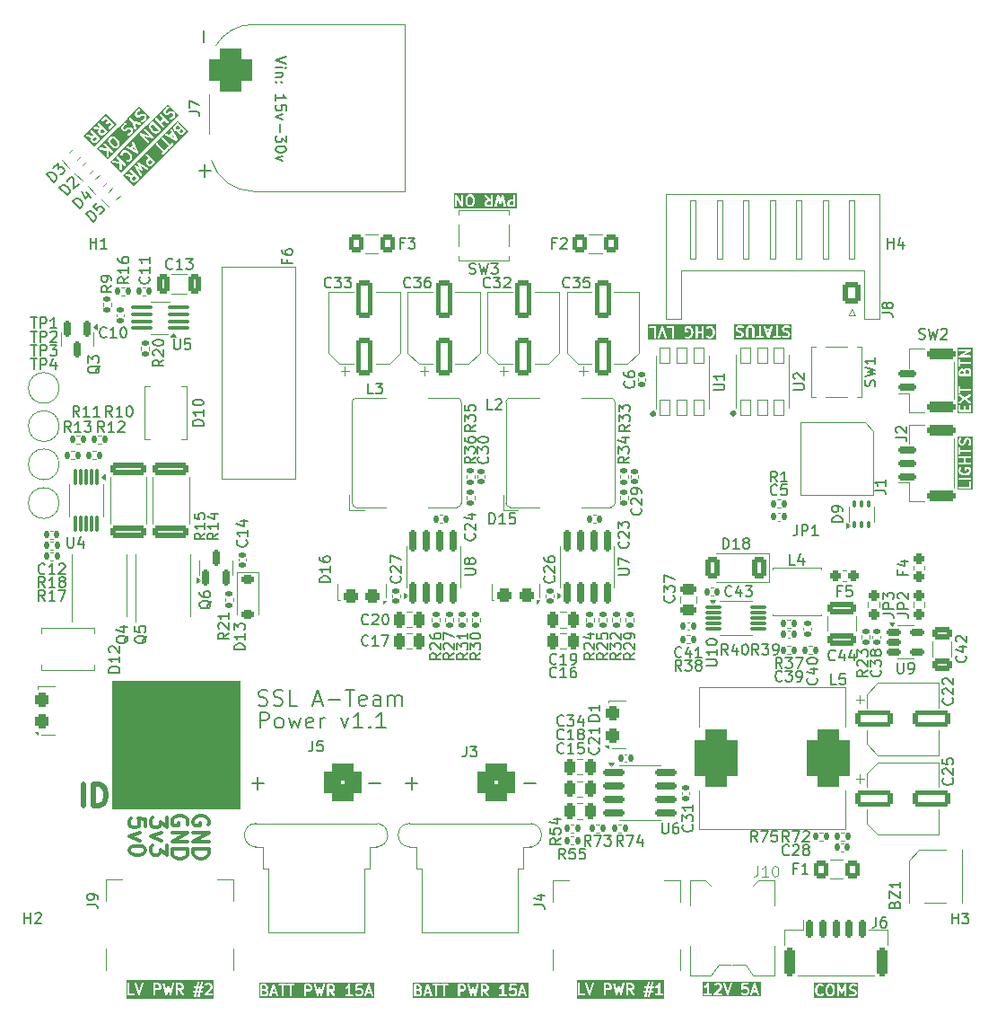
<source format=gbr>
%TF.GenerationSoftware,KiCad,Pcbnew,8.0.7*%
%TF.CreationDate,2025-03-31T22:55:58-04:00*%
%TF.ProjectId,power,706f7765-722e-46b6-9963-61645f706362,1.1*%
%TF.SameCoordinates,Original*%
%TF.FileFunction,Legend,Top*%
%TF.FilePolarity,Positive*%
%FSLAX46Y46*%
G04 Gerber Fmt 4.6, Leading zero omitted, Abs format (unit mm)*
G04 Created by KiCad (PCBNEW 8.0.7) date 2025-03-31 22:55:58*
%MOMM*%
%LPD*%
G01*
G04 APERTURE LIST*
G04 Aperture macros list*
%AMRoundRect*
0 Rectangle with rounded corners*
0 $1 Rounding radius*
0 $2 $3 $4 $5 $6 $7 $8 $9 X,Y pos of 4 corners*
0 Add a 4 corners polygon primitive as box body*
4,1,4,$2,$3,$4,$5,$6,$7,$8,$9,$2,$3,0*
0 Add four circle primitives for the rounded corners*
1,1,$1+$1,$2,$3*
1,1,$1+$1,$4,$5*
1,1,$1+$1,$6,$7*
1,1,$1+$1,$8,$9*
0 Add four rect primitives between the rounded corners*
20,1,$1+$1,$2,$3,$4,$5,0*
20,1,$1+$1,$4,$5,$6,$7,0*
20,1,$1+$1,$6,$7,$8,$9,0*
20,1,$1+$1,$8,$9,$2,$3,0*%
%AMRotRect*
0 Rectangle, with rotation*
0 The origin of the aperture is its center*
0 $1 length*
0 $2 width*
0 $3 Rotation angle, in degrees counterclockwise*
0 Add horizontal line*
21,1,$1,$2,0,0,$3*%
%AMFreePoly0*
4,1,6,1.037000,0.000000,0.437000,-0.600000,-0.150000,-0.600000,-0.150000,0.600000,0.437000,0.600000,1.037000,0.000000,1.037000,0.000000,$1*%
%AMFreePoly1*
4,1,6,0.150000,-0.600000,-1.037000,-0.600000,-0.437000,0.000000,-1.037000,0.600000,0.150000,0.600000,0.150000,-0.600000,0.150000,-0.600000,$1*%
G04 Aperture macros list end*
%ADD10C,0.200000*%
%ADD11C,0.100000*%
%ADD12C,0.300000*%
%ADD13C,0.500000*%
%ADD14C,0.150000*%
%ADD15C,0.120000*%
%ADD16C,0.160000*%
%ADD17R,0.800000X2.200000*%
%ADD18R,1.000000X2.700000*%
%ADD19R,1.800000X3.800000*%
%ADD20R,0.650000X1.150000*%
%ADD21R,4.600000X4.650000*%
%ADD22RoundRect,0.150000X0.150000X-0.825000X0.150000X0.825000X-0.150000X0.825000X-0.150000X-0.825000X0*%
%ADD23R,3.000000X2.290000*%
%ADD24RoundRect,0.250000X0.550000X-1.500000X0.550000X1.500000X-0.550000X1.500000X-0.550000X-1.500000X0*%
%ADD25RoundRect,0.140000X-0.170000X0.140000X-0.170000X-0.140000X0.170000X-0.140000X0.170000X0.140000X0*%
%ADD26RoundRect,0.150000X0.700000X-0.150000X0.700000X0.150000X-0.700000X0.150000X-0.700000X-0.150000X0*%
%ADD27RoundRect,0.250000X1.100000X-0.250000X1.100000X0.250000X-1.100000X0.250000X-1.100000X-0.250000X0*%
%ADD28C,2.500000*%
%ADD29C,3.200000*%
%ADD30RoundRect,0.250000X-1.500000X-0.550000X1.500000X-0.550000X1.500000X0.550000X-1.500000X0.550000X0*%
%ADD31RoundRect,0.250000X0.450000X0.800000X-0.450000X0.800000X-0.450000X-0.800000X0.450000X-0.800000X0*%
%ADD32RoundRect,0.135000X0.135000X0.185000X-0.135000X0.185000X-0.135000X-0.185000X0.135000X-0.185000X0*%
%ADD33C,3.600000*%
%ADD34C,6.400000*%
%ADD35RoundRect,0.135000X-0.135000X-0.185000X0.135000X-0.185000X0.135000X0.185000X-0.135000X0.185000X0*%
%ADD36RoundRect,0.250000X-1.425000X0.362500X-1.425000X-0.362500X1.425000X-0.362500X1.425000X0.362500X0*%
%ADD37R,3.500000X3.550000*%
%ADD38RoundRect,0.250001X-0.462499X-0.624999X0.462499X-0.624999X0.462499X0.624999X-0.462499X0.624999X0*%
%ADD39RoundRect,0.250000X0.475000X-0.250000X0.475000X0.250000X-0.475000X0.250000X-0.475000X-0.250000X0*%
%ADD40RoundRect,0.140000X0.170000X-0.140000X0.170000X0.140000X-0.170000X0.140000X-0.170000X-0.140000X0*%
%ADD41RoundRect,0.100000X0.100000X-0.225000X0.100000X0.225000X-0.100000X0.225000X-0.100000X-0.225000X0*%
%ADD42RoundRect,0.135000X0.185000X-0.135000X0.185000X0.135000X-0.185000X0.135000X-0.185000X-0.135000X0*%
%ADD43R,1.600000X1.400000*%
%ADD44RoundRect,0.237500X-0.237500X0.250000X-0.237500X-0.250000X0.237500X-0.250000X0.237500X0.250000X0*%
%ADD45RoundRect,0.075000X-0.650000X-0.075000X0.650000X-0.075000X0.650000X0.075000X-0.650000X0.075000X0*%
%ADD46R,1.570000X1.880000*%
%ADD47RoundRect,0.140000X-0.140000X-0.170000X0.140000X-0.170000X0.140000X0.170000X-0.140000X0.170000X0*%
%ADD48RoundRect,0.250000X0.250000X0.475000X-0.250000X0.475000X-0.250000X-0.475000X0.250000X-0.475000X0*%
%ADD49RoundRect,0.250000X0.600000X0.725000X-0.600000X0.725000X-0.600000X-0.725000X0.600000X-0.725000X0*%
%ADD50O,1.700000X1.950000*%
%ADD51RoundRect,0.317500X0.382500X0.317500X-0.382500X0.317500X-0.382500X-0.317500X0.382500X-0.317500X0*%
%ADD52R,4.800000X4.720000*%
%ADD53RoundRect,0.140000X0.140000X0.170000X-0.140000X0.170000X-0.140000X-0.170000X0.140000X-0.170000X0*%
%ADD54C,1.400000*%
%ADD55RoundRect,0.770000X0.980000X0.980000X-0.980000X0.980000X-0.980000X-0.980000X0.980000X-0.980000X0*%
%ADD56C,3.500000*%
%ADD57RoundRect,0.150000X-0.512500X-0.150000X0.512500X-0.150000X0.512500X0.150000X-0.512500X0.150000X0*%
%ADD58RoundRect,0.250001X0.462499X0.624999X-0.462499X0.624999X-0.462499X-0.624999X0.462499X-0.624999X0*%
%ADD59R,2.000000X0.900000*%
%ADD60RoundRect,1.025000X-1.025000X1.025000X-1.025000X-1.025000X1.025000X-1.025000X1.025000X1.025000X0*%
%ADD61C,4.100000*%
%ADD62R,1.100000X3.700000*%
%ADD63RoundRect,1.025000X-1.025000X-1.725000X1.025000X-1.725000X1.025000X1.725000X-1.025000X1.725000X0*%
%ADD64RoundRect,0.237500X0.237500X-0.287500X0.237500X0.287500X-0.237500X0.287500X-0.237500X-0.287500X0*%
%ADD65RoundRect,0.050000X-0.500000X0.750000X-0.500000X-0.750000X0.500000X-0.750000X0.500000X0.750000X0*%
%ADD66RoundRect,0.050000X0.500000X-0.750000X0.500000X0.750000X-0.500000X0.750000X-0.500000X-0.750000X0*%
%ADD67R,0.800000X1.800000*%
%ADD68RoundRect,0.237500X0.237500X-0.250000X0.237500X0.250000X-0.237500X0.250000X-0.237500X-0.250000X0*%
%ADD69RotRect,0.800000X0.800000X225.000000*%
%ADD70R,2.500000X2.300000*%
%ADD71FreePoly0,0.000000*%
%ADD72FreePoly1,0.000000*%
%ADD73R,2.300000X2.500000*%
%ADD74RoundRect,0.150000X-0.150000X-0.700000X0.150000X-0.700000X0.150000X0.700000X-0.150000X0.700000X0*%
%ADD75RoundRect,0.250000X-0.250000X-1.100000X0.250000X-1.100000X0.250000X1.100000X-0.250000X1.100000X0*%
%ADD76C,0.800000*%
%ADD77R,1.400000X1.600000*%
%ADD78RoundRect,0.250000X-1.100000X0.325000X-1.100000X-0.325000X1.100000X-0.325000X1.100000X0.325000X0*%
%ADD79RoundRect,0.135000X-0.185000X0.135000X-0.185000X-0.135000X0.185000X-0.135000X0.185000X0.135000X0*%
%ADD80RoundRect,0.150000X-0.825000X-0.150000X0.825000X-0.150000X0.825000X0.150000X-0.825000X0.150000X0*%
%ADD81R,2.290000X3.000000*%
%ADD82RoundRect,0.250000X-0.650000X0.325000X-0.650000X-0.325000X0.650000X-0.325000X0.650000X0.325000X0*%
%ADD83RoundRect,0.237500X-0.287500X-0.237500X0.287500X-0.237500X0.287500X0.237500X-0.287500X0.237500X0*%
%ADD84RoundRect,0.317500X0.317500X-0.382500X0.317500X0.382500X-0.317500X0.382500X-0.317500X-0.382500X0*%
%ADD85R,4.720000X4.800000*%
%ADD86RoundRect,0.075000X-0.075000X0.650000X-0.075000X-0.650000X0.075000X-0.650000X0.075000X0.650000X0*%
%ADD87RoundRect,0.100000X0.900000X0.100000X-0.900000X0.100000X-0.900000X-0.100000X0.900000X-0.100000X0*%
%ADD88RoundRect,0.225000X-0.375000X0.225000X-0.375000X-0.225000X0.375000X-0.225000X0.375000X0.225000X0*%
%ADD89RoundRect,0.150000X-0.150000X0.587500X-0.150000X-0.587500X0.150000X-0.587500X0.150000X0.587500X0*%
%ADD90RoundRect,0.150000X0.150000X-0.587500X0.150000X0.587500X-0.150000X0.587500X-0.150000X-0.587500X0*%
%ADD91RoundRect,0.250000X0.325000X0.650000X-0.325000X0.650000X-0.325000X-0.650000X0.325000X-0.650000X0*%
G04 APERTURE END LIST*
D10*
X114638720Y-120456028D02*
X114638720Y-118956028D01*
X114638720Y-118956028D02*
X115210149Y-118956028D01*
X115210149Y-118956028D02*
X115353006Y-119027457D01*
X115353006Y-119027457D02*
X115424435Y-119098885D01*
X115424435Y-119098885D02*
X115495863Y-119241742D01*
X115495863Y-119241742D02*
X115495863Y-119456028D01*
X115495863Y-119456028D02*
X115424435Y-119598885D01*
X115424435Y-119598885D02*
X115353006Y-119670314D01*
X115353006Y-119670314D02*
X115210149Y-119741742D01*
X115210149Y-119741742D02*
X114638720Y-119741742D01*
X116353006Y-120456028D02*
X116210149Y-120384600D01*
X116210149Y-120384600D02*
X116138720Y-120313171D01*
X116138720Y-120313171D02*
X116067292Y-120170314D01*
X116067292Y-120170314D02*
X116067292Y-119741742D01*
X116067292Y-119741742D02*
X116138720Y-119598885D01*
X116138720Y-119598885D02*
X116210149Y-119527457D01*
X116210149Y-119527457D02*
X116353006Y-119456028D01*
X116353006Y-119456028D02*
X116567292Y-119456028D01*
X116567292Y-119456028D02*
X116710149Y-119527457D01*
X116710149Y-119527457D02*
X116781578Y-119598885D01*
X116781578Y-119598885D02*
X116853006Y-119741742D01*
X116853006Y-119741742D02*
X116853006Y-120170314D01*
X116853006Y-120170314D02*
X116781578Y-120313171D01*
X116781578Y-120313171D02*
X116710149Y-120384600D01*
X116710149Y-120384600D02*
X116567292Y-120456028D01*
X116567292Y-120456028D02*
X116353006Y-120456028D01*
X117353006Y-119456028D02*
X117638721Y-120456028D01*
X117638721Y-120456028D02*
X117924435Y-119741742D01*
X117924435Y-119741742D02*
X118210149Y-120456028D01*
X118210149Y-120456028D02*
X118495863Y-119456028D01*
X119638721Y-120384600D02*
X119495864Y-120456028D01*
X119495864Y-120456028D02*
X119210150Y-120456028D01*
X119210150Y-120456028D02*
X119067292Y-120384600D01*
X119067292Y-120384600D02*
X118995864Y-120241742D01*
X118995864Y-120241742D02*
X118995864Y-119670314D01*
X118995864Y-119670314D02*
X119067292Y-119527457D01*
X119067292Y-119527457D02*
X119210150Y-119456028D01*
X119210150Y-119456028D02*
X119495864Y-119456028D01*
X119495864Y-119456028D02*
X119638721Y-119527457D01*
X119638721Y-119527457D02*
X119710150Y-119670314D01*
X119710150Y-119670314D02*
X119710150Y-119813171D01*
X119710150Y-119813171D02*
X118995864Y-119956028D01*
X120353006Y-120456028D02*
X120353006Y-119456028D01*
X120353006Y-119741742D02*
X120424435Y-119598885D01*
X120424435Y-119598885D02*
X120495864Y-119527457D01*
X120495864Y-119527457D02*
X120638721Y-119456028D01*
X120638721Y-119456028D02*
X120781578Y-119456028D01*
X122281577Y-119456028D02*
X122638720Y-120456028D01*
X122638720Y-120456028D02*
X122995863Y-119456028D01*
X124353006Y-120456028D02*
X123495863Y-120456028D01*
X123924434Y-120456028D02*
X123924434Y-118956028D01*
X123924434Y-118956028D02*
X123781577Y-119170314D01*
X123781577Y-119170314D02*
X123638720Y-119313171D01*
X123638720Y-119313171D02*
X123495863Y-119384600D01*
X124995862Y-120313171D02*
X125067291Y-120384600D01*
X125067291Y-120384600D02*
X124995862Y-120456028D01*
X124995862Y-120456028D02*
X124924434Y-120384600D01*
X124924434Y-120384600D02*
X124995862Y-120313171D01*
X124995862Y-120313171D02*
X124995862Y-120456028D01*
X126495863Y-120456028D02*
X125638720Y-120456028D01*
X126067291Y-120456028D02*
X126067291Y-118956028D01*
X126067291Y-118956028D02*
X125924434Y-119170314D01*
X125924434Y-119170314D02*
X125781577Y-119313171D01*
X125781577Y-119313171D02*
X125638720Y-119384600D01*
G36*
X168583620Y-144782023D02*
G01*
X168647799Y-144846202D01*
X168685714Y-144997861D01*
X168685714Y-145306575D01*
X168647798Y-145458235D01*
X168583622Y-145522413D01*
X168524012Y-145552219D01*
X168380750Y-145552219D01*
X168321140Y-145522414D01*
X168256963Y-145458236D01*
X168219048Y-145306575D01*
X168219048Y-144997862D01*
X168256963Y-144846202D01*
X168321142Y-144782023D01*
X168380750Y-144752219D01*
X168524012Y-144752219D01*
X168583620Y-144782023D01*
G37*
G36*
X171092063Y-145863330D02*
G01*
X166907937Y-145863330D01*
X166907937Y-145080790D01*
X167019048Y-145080790D01*
X167019048Y-145223647D01*
X167019383Y-145227049D01*
X167019166Y-145228508D01*
X167020245Y-145235805D01*
X167020969Y-145243156D01*
X167021533Y-145244519D01*
X167022034Y-145247901D01*
X167069653Y-145438376D01*
X167070166Y-145439813D01*
X167070218Y-145440536D01*
X167073326Y-145448660D01*
X167076248Y-145456837D01*
X167076678Y-145457417D01*
X167077224Y-145458844D01*
X167124843Y-145554082D01*
X167130125Y-145562474D01*
X167131138Y-145564918D01*
X167133394Y-145567667D01*
X167135286Y-145570672D01*
X167137280Y-145572401D01*
X167143575Y-145580071D01*
X167238813Y-145675311D01*
X167253966Y-145687747D01*
X167257285Y-145689122D01*
X167260001Y-145691477D01*
X167277901Y-145699468D01*
X167420758Y-145747087D01*
X167430430Y-145749286D01*
X167432872Y-145750298D01*
X167436409Y-145750646D01*
X167439873Y-145751434D01*
X167442507Y-145751246D01*
X167452381Y-145752219D01*
X167547619Y-145752219D01*
X167557492Y-145751246D01*
X167560126Y-145751434D01*
X167563589Y-145750646D01*
X167567128Y-145750298D01*
X167569570Y-145749286D01*
X167579242Y-145747087D01*
X167722098Y-145699468D01*
X167739999Y-145691477D01*
X167742714Y-145689122D01*
X167746034Y-145687747D01*
X167761187Y-145675310D01*
X167808806Y-145627690D01*
X167821243Y-145612537D01*
X167836174Y-145576488D01*
X167836173Y-145537470D01*
X167821242Y-145501422D01*
X167793651Y-145473832D01*
X167757603Y-145458901D01*
X167718585Y-145458902D01*
X167682537Y-145473833D01*
X167667383Y-145486270D01*
X167636456Y-145517197D01*
X167531392Y-145552219D01*
X167468607Y-145552219D01*
X167363542Y-145517197D01*
X167296472Y-145450127D01*
X167261018Y-145379218D01*
X167219048Y-145211337D01*
X167219048Y-145093100D01*
X167245935Y-144985552D01*
X168019048Y-144985552D01*
X168019048Y-145318885D01*
X168019383Y-145322287D01*
X168019166Y-145323746D01*
X168020245Y-145331043D01*
X168020969Y-145338394D01*
X168021533Y-145339757D01*
X168022034Y-145343139D01*
X168069653Y-145533614D01*
X168076248Y-145552075D01*
X168080673Y-145558047D01*
X168083519Y-145564918D01*
X168095956Y-145580071D01*
X168191194Y-145675311D01*
X168198862Y-145681604D01*
X168200593Y-145683600D01*
X168203600Y-145685493D01*
X168206347Y-145687747D01*
X168208787Y-145688757D01*
X168217184Y-145694043D01*
X168312421Y-145741662D01*
X168330730Y-145748668D01*
X168334313Y-145748922D01*
X168337634Y-145750298D01*
X168357143Y-145752219D01*
X168547619Y-145752219D01*
X168567128Y-145750298D01*
X168570448Y-145748922D01*
X168574032Y-145748668D01*
X168592340Y-145741662D01*
X168687578Y-145694043D01*
X168695973Y-145688758D01*
X168698415Y-145687747D01*
X168701162Y-145685491D01*
X168704168Y-145683600D01*
X168705898Y-145681605D01*
X168713568Y-145675310D01*
X168808806Y-145580071D01*
X168821243Y-145564918D01*
X168824088Y-145558047D01*
X168828514Y-145552075D01*
X168835109Y-145533615D01*
X168882728Y-145343139D01*
X168883228Y-145339757D01*
X168883793Y-145338394D01*
X168884516Y-145331043D01*
X168885596Y-145323746D01*
X168885378Y-145322287D01*
X168885714Y-145318885D01*
X168885714Y-144985552D01*
X168885378Y-144982149D01*
X168885596Y-144980691D01*
X168884516Y-144973393D01*
X168883793Y-144966043D01*
X168883228Y-144964679D01*
X168882728Y-144961298D01*
X168835109Y-144770822D01*
X168828514Y-144752362D01*
X168824087Y-144746387D01*
X168821242Y-144739519D01*
X168808806Y-144724365D01*
X168736660Y-144652219D01*
X169114286Y-144652219D01*
X169114286Y-145652219D01*
X169116207Y-145671728D01*
X169131139Y-145707776D01*
X169158729Y-145735366D01*
X169194777Y-145750298D01*
X169233795Y-145750298D01*
X169269843Y-145735366D01*
X169297433Y-145707776D01*
X169312365Y-145671728D01*
X169314286Y-145652219D01*
X169314286Y-145102975D01*
X169457001Y-145408793D01*
X169461233Y-145415938D01*
X169462113Y-145418356D01*
X169463678Y-145420065D01*
X169466992Y-145425659D01*
X169478202Y-145435925D01*
X169488464Y-145447131D01*
X169492489Y-145449009D01*
X169495767Y-145452011D01*
X169510049Y-145457204D01*
X169523822Y-145463632D01*
X169528261Y-145463827D01*
X169532436Y-145465345D01*
X169547619Y-145464677D01*
X169562802Y-145465345D01*
X169566975Y-145463827D01*
X169571417Y-145463632D01*
X169585201Y-145457199D01*
X169599471Y-145452010D01*
X169602744Y-145449012D01*
X169606774Y-145447132D01*
X169617043Y-145435917D01*
X169628246Y-145425659D01*
X169631557Y-145420068D01*
X169633126Y-145418356D01*
X169634006Y-145415934D01*
X169638237Y-145408793D01*
X169780952Y-145102974D01*
X169780952Y-145652219D01*
X169782873Y-145671728D01*
X169797805Y-145707776D01*
X169825395Y-145735366D01*
X169861443Y-145750298D01*
X169900461Y-145750298D01*
X169936509Y-145735366D01*
X169964099Y-145707776D01*
X169979031Y-145671728D01*
X169980952Y-145652219D01*
X169980952Y-144842695D01*
X170209524Y-144842695D01*
X170209524Y-144937933D01*
X170211445Y-144957442D01*
X170212820Y-144960762D01*
X170213075Y-144964346D01*
X170220081Y-144982654D01*
X170267700Y-145077892D01*
X170272985Y-145086288D01*
X170273996Y-145088728D01*
X170276249Y-145091474D01*
X170278143Y-145094482D01*
X170280137Y-145096211D01*
X170286432Y-145103882D01*
X170334051Y-145151500D01*
X170341717Y-145157792D01*
X170343450Y-145159790D01*
X170346458Y-145161683D01*
X170349204Y-145163937D01*
X170351644Y-145164947D01*
X170360041Y-145170233D01*
X170455278Y-145217852D01*
X170456706Y-145218398D01*
X170457286Y-145218828D01*
X170465462Y-145221749D01*
X170473587Y-145224858D01*
X170474307Y-145224909D01*
X170475746Y-145225423D01*
X170655571Y-145270379D01*
X170726478Y-145305833D01*
X170751147Y-145330501D01*
X170780952Y-145390111D01*
X170780952Y-145438135D01*
X170751147Y-145497743D01*
X170726478Y-145522413D01*
X170666869Y-145552219D01*
X170468607Y-145552219D01*
X170341147Y-145509732D01*
X170322031Y-145505385D01*
X170283111Y-145508151D01*
X170248212Y-145525601D01*
X170222647Y-145555077D01*
X170210309Y-145592093D01*
X170213075Y-145631013D01*
X170230525Y-145665912D01*
X170260001Y-145691477D01*
X170277901Y-145699468D01*
X170420758Y-145747087D01*
X170430430Y-145749286D01*
X170432872Y-145750298D01*
X170436409Y-145750646D01*
X170439873Y-145751434D01*
X170442507Y-145751246D01*
X170452381Y-145752219D01*
X170690476Y-145752219D01*
X170709985Y-145750298D01*
X170713305Y-145748922D01*
X170716889Y-145748668D01*
X170735197Y-145741662D01*
X170830435Y-145694043D01*
X170838830Y-145688758D01*
X170841272Y-145687747D01*
X170844019Y-145685491D01*
X170847025Y-145683600D01*
X170848755Y-145681605D01*
X170856425Y-145675310D01*
X170904044Y-145627690D01*
X170910336Y-145620023D01*
X170912333Y-145618292D01*
X170914226Y-145615284D01*
X170916481Y-145612537D01*
X170917492Y-145610095D01*
X170922776Y-145601701D01*
X170970395Y-145506464D01*
X170977401Y-145488155D01*
X170977655Y-145484571D01*
X170979031Y-145481251D01*
X170980952Y-145461742D01*
X170980952Y-145366504D01*
X170979031Y-145346995D01*
X170977655Y-145343674D01*
X170977401Y-145340091D01*
X170970395Y-145321782D01*
X170922776Y-145226545D01*
X170917490Y-145218148D01*
X170916480Y-145215708D01*
X170914226Y-145212962D01*
X170912333Y-145209954D01*
X170910335Y-145208221D01*
X170904043Y-145200555D01*
X170856425Y-145152936D01*
X170848754Y-145146641D01*
X170847025Y-145144647D01*
X170844017Y-145142753D01*
X170841271Y-145140500D01*
X170838831Y-145139489D01*
X170830435Y-145134204D01*
X170735197Y-145086585D01*
X170733770Y-145086039D01*
X170733190Y-145085609D01*
X170725013Y-145082687D01*
X170716889Y-145079579D01*
X170716166Y-145079527D01*
X170714729Y-145079014D01*
X170534904Y-145034057D01*
X170463997Y-144998604D01*
X170439329Y-144973935D01*
X170409524Y-144914325D01*
X170409524Y-144866302D01*
X170439329Y-144806692D01*
X170463997Y-144782023D01*
X170523607Y-144752219D01*
X170721868Y-144752219D01*
X170849329Y-144794706D01*
X170868444Y-144799053D01*
X170907364Y-144796287D01*
X170942263Y-144778837D01*
X170967828Y-144749361D01*
X170980167Y-144712345D01*
X170977400Y-144673425D01*
X170959951Y-144638526D01*
X170930475Y-144612961D01*
X170912574Y-144604970D01*
X170769718Y-144557351D01*
X170760046Y-144555151D01*
X170757604Y-144554140D01*
X170754065Y-144553791D01*
X170750602Y-144553004D01*
X170747968Y-144553191D01*
X170738095Y-144552219D01*
X170500000Y-144552219D01*
X170480491Y-144554140D01*
X170477170Y-144555515D01*
X170473587Y-144555770D01*
X170455278Y-144562776D01*
X170360041Y-144610395D01*
X170351644Y-144615680D01*
X170349204Y-144616691D01*
X170346458Y-144618944D01*
X170343450Y-144620838D01*
X170341717Y-144622835D01*
X170334051Y-144629128D01*
X170286432Y-144676746D01*
X170280137Y-144684416D01*
X170278143Y-144686146D01*
X170276249Y-144689153D01*
X170273996Y-144691900D01*
X170272985Y-144694339D01*
X170267700Y-144702736D01*
X170220081Y-144797974D01*
X170213075Y-144816282D01*
X170212820Y-144819865D01*
X170211445Y-144823186D01*
X170209524Y-144842695D01*
X169980952Y-144842695D01*
X169980952Y-144652219D01*
X169979689Y-144639395D01*
X169979793Y-144637036D01*
X169979332Y-144635768D01*
X169979031Y-144632710D01*
X169972390Y-144616679D01*
X169966459Y-144600367D01*
X169964952Y-144598721D01*
X169964099Y-144596662D01*
X169951837Y-144584400D01*
X169940107Y-144571591D01*
X169938083Y-144570646D01*
X169936509Y-144569072D01*
X169920493Y-144562437D01*
X169904750Y-144555091D01*
X169902520Y-144554993D01*
X169900461Y-144554140D01*
X169883109Y-144554140D01*
X169865769Y-144553378D01*
X169863673Y-144554140D01*
X169861443Y-144554140D01*
X169845412Y-144560780D01*
X169829100Y-144566712D01*
X169827454Y-144568218D01*
X169825395Y-144569072D01*
X169813127Y-144581339D01*
X169800325Y-144593064D01*
X169798758Y-144595708D01*
X169797805Y-144596662D01*
X169796901Y-144598843D01*
X169790334Y-144609930D01*
X169547618Y-145130033D01*
X169304904Y-144609930D01*
X169298336Y-144598843D01*
X169297433Y-144596662D01*
X169296479Y-144595708D01*
X169294913Y-144593064D01*
X169282116Y-144581345D01*
X169269843Y-144569072D01*
X169267781Y-144568218D01*
X169266138Y-144566713D01*
X169249836Y-144560784D01*
X169233795Y-144554140D01*
X169231564Y-144554140D01*
X169229469Y-144553378D01*
X169212129Y-144554140D01*
X169194777Y-144554140D01*
X169192717Y-144554993D01*
X169190489Y-144555091D01*
X169174758Y-144562432D01*
X169158729Y-144569072D01*
X169157152Y-144570648D01*
X169155131Y-144571592D01*
X169143412Y-144584388D01*
X169131139Y-144596662D01*
X169130285Y-144598723D01*
X169128780Y-144600367D01*
X169122851Y-144616668D01*
X169116207Y-144632710D01*
X169115905Y-144635768D01*
X169115445Y-144637036D01*
X169115548Y-144639395D01*
X169114286Y-144652219D01*
X168736660Y-144652219D01*
X168713568Y-144629127D01*
X168705897Y-144622832D01*
X168704168Y-144620838D01*
X168701160Y-144618944D01*
X168698414Y-144616691D01*
X168695974Y-144615680D01*
X168687578Y-144610395D01*
X168592340Y-144562776D01*
X168574032Y-144555770D01*
X168570448Y-144555515D01*
X168567128Y-144554140D01*
X168547619Y-144552219D01*
X168357143Y-144552219D01*
X168337634Y-144554140D01*
X168334313Y-144555515D01*
X168330730Y-144555770D01*
X168312421Y-144562776D01*
X168217184Y-144610395D01*
X168208785Y-144615681D01*
X168206348Y-144616691D01*
X168203604Y-144618942D01*
X168200593Y-144620838D01*
X168198860Y-144622835D01*
X168191194Y-144629127D01*
X168095956Y-144724365D01*
X168083520Y-144739519D01*
X168080674Y-144746387D01*
X168076248Y-144752362D01*
X168069653Y-144770823D01*
X168022034Y-144961298D01*
X168021533Y-144964679D01*
X168020969Y-144966043D01*
X168020245Y-144973393D01*
X168019166Y-144980691D01*
X168019383Y-144982149D01*
X168019048Y-144985552D01*
X167245935Y-144985552D01*
X167261018Y-144925218D01*
X167296471Y-144854312D01*
X167363543Y-144787240D01*
X167468607Y-144752219D01*
X167531392Y-144752219D01*
X167636457Y-144787240D01*
X167667384Y-144818167D01*
X167682537Y-144830604D01*
X167718586Y-144845535D01*
X167757604Y-144845535D01*
X167793652Y-144830604D01*
X167821242Y-144803014D01*
X167836173Y-144766966D01*
X167836173Y-144727948D01*
X167821242Y-144691899D01*
X167808805Y-144676746D01*
X167761187Y-144629127D01*
X167746033Y-144616691D01*
X167742714Y-144615316D01*
X167739999Y-144612961D01*
X167722098Y-144604970D01*
X167579242Y-144557351D01*
X167569570Y-144555151D01*
X167567128Y-144554140D01*
X167563589Y-144553791D01*
X167560126Y-144553004D01*
X167557492Y-144553191D01*
X167547619Y-144552219D01*
X167452381Y-144552219D01*
X167442507Y-144553191D01*
X167439873Y-144553004D01*
X167436409Y-144553791D01*
X167432872Y-144554140D01*
X167430430Y-144555151D01*
X167420758Y-144557351D01*
X167277901Y-144604970D01*
X167260001Y-144612961D01*
X167257285Y-144615316D01*
X167253967Y-144616691D01*
X167238813Y-144629127D01*
X167143575Y-144724365D01*
X167137280Y-144732035D01*
X167135286Y-144733765D01*
X167133392Y-144736772D01*
X167131139Y-144739519D01*
X167130128Y-144741958D01*
X167124843Y-144750355D01*
X167077224Y-144845593D01*
X167076678Y-144847019D01*
X167076248Y-144847600D01*
X167073326Y-144855776D01*
X167070218Y-144863901D01*
X167070166Y-144864623D01*
X167069653Y-144866061D01*
X167022034Y-145056536D01*
X167021533Y-145059917D01*
X167020969Y-145061281D01*
X167020245Y-145068631D01*
X167019166Y-145075929D01*
X167019383Y-145077387D01*
X167019048Y-145080790D01*
X166907937Y-145080790D01*
X166907937Y-144441108D01*
X171092063Y-144441108D01*
X171092063Y-145863330D01*
G37*
G36*
X161437448Y-145166504D02*
G01*
X161238743Y-145166504D01*
X161338095Y-144868446D01*
X161437448Y-145166504D01*
G37*
G36*
X161881754Y-145763330D02*
G01*
X156413483Y-145763330D01*
X156413483Y-144825426D01*
X156524594Y-144825426D01*
X156527360Y-144864346D01*
X156544809Y-144899245D01*
X156574286Y-144924809D01*
X156611302Y-144937148D01*
X156650222Y-144934382D01*
X156668530Y-144927376D01*
X156763768Y-144879757D01*
X156772164Y-144874471D01*
X156774604Y-144873461D01*
X156777350Y-144871207D01*
X156780358Y-144869314D01*
X156782087Y-144867319D01*
X156789758Y-144861025D01*
X156809523Y-144841260D01*
X156809523Y-145452219D01*
X156623809Y-145452219D01*
X156604300Y-145454140D01*
X156568252Y-145469072D01*
X156540662Y-145496662D01*
X156525730Y-145532710D01*
X156525730Y-145571728D01*
X156540662Y-145607776D01*
X156568252Y-145635366D01*
X156604300Y-145650298D01*
X156623809Y-145652219D01*
X157195237Y-145652219D01*
X157214746Y-145650298D01*
X157250794Y-145635366D01*
X157278384Y-145607776D01*
X157293316Y-145571728D01*
X157293316Y-145532710D01*
X157430492Y-145532710D01*
X157430492Y-145571728D01*
X157445424Y-145607776D01*
X157473014Y-145635366D01*
X157509062Y-145650298D01*
X157528571Y-145652219D01*
X158147618Y-145652219D01*
X158167127Y-145650298D01*
X158203175Y-145635366D01*
X158230765Y-145607776D01*
X158245697Y-145571728D01*
X158245697Y-145532710D01*
X158230765Y-145496662D01*
X158203175Y-145469072D01*
X158167127Y-145454140D01*
X158147618Y-145452219D01*
X157769993Y-145452219D01*
X158170710Y-145051501D01*
X158183146Y-145036347D01*
X158184520Y-145033028D01*
X158186876Y-145030313D01*
X158194867Y-145012413D01*
X158242486Y-144869556D01*
X158244685Y-144859883D01*
X158245697Y-144857442D01*
X158246045Y-144853904D01*
X158246833Y-144850441D01*
X158246645Y-144847806D01*
X158247618Y-144837933D01*
X158247618Y-144742695D01*
X158245697Y-144723186D01*
X158244321Y-144719865D01*
X158244067Y-144716282D01*
X158237061Y-144697973D01*
X158189442Y-144602736D01*
X158184156Y-144594339D01*
X158183146Y-144591899D01*
X158180892Y-144589153D01*
X158178999Y-144586145D01*
X158177001Y-144584412D01*
X158170709Y-144576746D01*
X158158689Y-144564726D01*
X158334118Y-144564726D01*
X158338465Y-144583842D01*
X158671798Y-145583841D01*
X158679789Y-145601742D01*
X158684472Y-145607141D01*
X158687667Y-145613531D01*
X158697138Y-145621746D01*
X158705354Y-145631218D01*
X158711742Y-145634412D01*
X158717143Y-145639096D01*
X158729044Y-145643063D01*
X158740253Y-145648667D01*
X158747377Y-145649173D01*
X158754159Y-145651434D01*
X158766668Y-145650544D01*
X158779173Y-145651434D01*
X158785951Y-145649174D01*
X158793079Y-145648668D01*
X158804295Y-145643059D01*
X158816189Y-145639095D01*
X158821586Y-145634414D01*
X158827978Y-145631218D01*
X158836196Y-145621742D01*
X158845665Y-145613530D01*
X158848858Y-145607143D01*
X158853543Y-145601742D01*
X158861534Y-145583842D01*
X159043460Y-145038062D01*
X160048086Y-145038062D01*
X160049540Y-145042880D01*
X160049540Y-145047918D01*
X160055136Y-145061427D01*
X160059357Y-145075417D01*
X160062544Y-145079313D01*
X160064472Y-145083966D01*
X160074808Y-145094302D01*
X160084064Y-145105615D01*
X160088501Y-145107995D01*
X160092062Y-145111556D01*
X160105567Y-145117150D01*
X160118448Y-145124060D01*
X160123457Y-145124560D01*
X160128110Y-145126488D01*
X160142731Y-145126488D01*
X160157272Y-145127942D01*
X160162091Y-145126488D01*
X160167128Y-145126488D01*
X160180637Y-145120891D01*
X160194627Y-145116671D01*
X160198523Y-145113483D01*
X160203176Y-145111556D01*
X160218330Y-145099120D01*
X160254473Y-145062975D01*
X160314083Y-145033171D01*
X160504964Y-145033171D01*
X160564573Y-145062976D01*
X160589242Y-145087644D01*
X160619047Y-145147254D01*
X160619047Y-145338135D01*
X160589242Y-145397743D01*
X160564573Y-145422413D01*
X160504964Y-145452219D01*
X160314083Y-145452219D01*
X160254473Y-145422414D01*
X160218330Y-145386270D01*
X160203177Y-145373833D01*
X160167129Y-145358902D01*
X160128111Y-145358901D01*
X160092062Y-145373832D01*
X160064472Y-145401422D01*
X160049541Y-145437470D01*
X160049540Y-145476488D01*
X160064471Y-145512537D01*
X160076908Y-145527690D01*
X160124526Y-145575310D01*
X160132194Y-145581603D01*
X160133926Y-145583600D01*
X160136934Y-145585493D01*
X160139680Y-145587747D01*
X160142120Y-145588757D01*
X160150517Y-145594043D01*
X160245754Y-145641662D01*
X160264063Y-145648668D01*
X160267646Y-145648922D01*
X160270967Y-145650298D01*
X160290476Y-145652219D01*
X160528571Y-145652219D01*
X160548080Y-145650298D01*
X160551400Y-145648922D01*
X160554984Y-145648668D01*
X160573292Y-145641662D01*
X160668530Y-145594043D01*
X160676925Y-145588758D01*
X160679367Y-145587747D01*
X160682114Y-145585491D01*
X160685120Y-145583600D01*
X160686850Y-145581605D01*
X160694520Y-145575310D01*
X160730117Y-145539712D01*
X160905547Y-145539712D01*
X160908313Y-145578632D01*
X160925763Y-145613531D01*
X160955239Y-145639096D01*
X160992255Y-145651434D01*
X161031175Y-145648668D01*
X161066074Y-145631218D01*
X161091639Y-145601742D01*
X161099630Y-145583842D01*
X161172076Y-145366504D01*
X161504114Y-145366504D01*
X161576560Y-145583841D01*
X161584551Y-145601742D01*
X161610116Y-145631218D01*
X161645015Y-145648667D01*
X161683935Y-145651434D01*
X161720951Y-145639095D01*
X161750427Y-145613530D01*
X161767877Y-145578631D01*
X161770643Y-145539711D01*
X161766296Y-145520596D01*
X161432963Y-144520596D01*
X161424972Y-144502696D01*
X161420287Y-144497294D01*
X161417094Y-144490908D01*
X161407625Y-144482695D01*
X161399407Y-144473220D01*
X161393015Y-144470023D01*
X161387618Y-144465343D01*
X161375724Y-144461378D01*
X161364508Y-144455770D01*
X161357380Y-144455263D01*
X161350602Y-144453004D01*
X161338097Y-144453893D01*
X161325588Y-144453004D01*
X161318806Y-144455264D01*
X161311682Y-144455771D01*
X161300473Y-144461374D01*
X161288572Y-144465342D01*
X161283171Y-144470025D01*
X161276783Y-144473220D01*
X161268567Y-144482691D01*
X161259096Y-144490907D01*
X161255901Y-144497296D01*
X161251218Y-144502696D01*
X161243227Y-144520597D01*
X160909894Y-145520596D01*
X160905547Y-145539712D01*
X160730117Y-145539712D01*
X160742139Y-145527690D01*
X160748431Y-145520023D01*
X160750428Y-145518292D01*
X160752321Y-145515284D01*
X160754576Y-145512537D01*
X160755587Y-145510095D01*
X160760871Y-145501701D01*
X160808490Y-145406464D01*
X160815496Y-145388155D01*
X160815750Y-145384571D01*
X160817126Y-145381251D01*
X160819047Y-145361742D01*
X160819047Y-145123647D01*
X160817126Y-145104138D01*
X160815750Y-145100817D01*
X160815496Y-145097234D01*
X160808490Y-145078925D01*
X160760871Y-144983688D01*
X160755585Y-144975291D01*
X160754575Y-144972851D01*
X160752321Y-144970105D01*
X160750428Y-144967097D01*
X160748430Y-144965364D01*
X160742138Y-144957698D01*
X160694520Y-144910079D01*
X160686849Y-144903784D01*
X160685120Y-144901790D01*
X160682112Y-144899896D01*
X160679366Y-144897643D01*
X160676926Y-144896632D01*
X160668530Y-144891347D01*
X160573292Y-144843728D01*
X160554984Y-144836722D01*
X160551400Y-144836467D01*
X160548080Y-144835092D01*
X160528571Y-144833171D01*
X160290476Y-144833171D01*
X160270967Y-144835092D01*
X160267646Y-144836467D01*
X160267309Y-144836491D01*
X160285737Y-144652219D01*
X160671428Y-144652219D01*
X160690937Y-144650298D01*
X160726985Y-144635366D01*
X160754575Y-144607776D01*
X160769507Y-144571728D01*
X160769507Y-144532710D01*
X160754575Y-144496662D01*
X160726985Y-144469072D01*
X160690937Y-144454140D01*
X160671428Y-144452219D01*
X160195238Y-144452219D01*
X160188021Y-144452929D01*
X160185585Y-144452686D01*
X160183206Y-144453403D01*
X160175729Y-144454140D01*
X160162219Y-144459736D01*
X160148230Y-144463957D01*
X160144333Y-144467144D01*
X160139681Y-144469072D01*
X160129344Y-144479408D01*
X160118032Y-144488664D01*
X160115651Y-144493101D01*
X160112091Y-144496662D01*
X160106496Y-144510167D01*
X160099587Y-144523048D01*
X160098110Y-144530412D01*
X160097159Y-144532710D01*
X160097159Y-144535160D01*
X160095734Y-144542269D01*
X160048115Y-145018459D01*
X160048086Y-145038062D01*
X159043460Y-145038062D01*
X159194867Y-144583842D01*
X159199214Y-144564727D01*
X159196448Y-144525807D01*
X159178998Y-144490908D01*
X159149522Y-144465343D01*
X159112506Y-144453004D01*
X159073586Y-144455771D01*
X159038687Y-144473220D01*
X159013122Y-144502696D01*
X159005131Y-144520597D01*
X158766666Y-145235991D01*
X158528201Y-144520596D01*
X158520210Y-144502696D01*
X158494645Y-144473220D01*
X158459746Y-144455770D01*
X158420826Y-144453004D01*
X158383810Y-144465342D01*
X158354334Y-144490907D01*
X158336884Y-144525806D01*
X158334118Y-144564726D01*
X158158689Y-144564726D01*
X158123091Y-144529127D01*
X158115420Y-144522832D01*
X158113691Y-144520838D01*
X158110683Y-144518944D01*
X158107937Y-144516691D01*
X158105497Y-144515680D01*
X158097101Y-144510395D01*
X158001863Y-144462776D01*
X157983555Y-144455770D01*
X157979971Y-144455515D01*
X157976651Y-144454140D01*
X157957142Y-144452219D01*
X157719047Y-144452219D01*
X157699538Y-144454140D01*
X157696217Y-144455515D01*
X157692634Y-144455770D01*
X157674325Y-144462776D01*
X157579088Y-144510395D01*
X157570691Y-144515680D01*
X157568251Y-144516691D01*
X157565505Y-144518944D01*
X157562497Y-144520838D01*
X157560764Y-144522835D01*
X157553098Y-144529128D01*
X157505479Y-144576746D01*
X157493043Y-144591900D01*
X157478111Y-144627948D01*
X157478111Y-144666966D01*
X157493043Y-144703014D01*
X157520633Y-144730604D01*
X157556681Y-144745536D01*
X157595699Y-144745536D01*
X157631747Y-144730604D01*
X157646901Y-144718168D01*
X157683044Y-144682023D01*
X157742654Y-144652219D01*
X157933535Y-144652219D01*
X157993144Y-144682024D01*
X158017813Y-144706692D01*
X158047618Y-144766302D01*
X158047618Y-144821706D01*
X158012596Y-144926770D01*
X157457860Y-145481508D01*
X157445424Y-145496662D01*
X157430492Y-145532710D01*
X157293316Y-145532710D01*
X157278384Y-145496662D01*
X157250794Y-145469072D01*
X157214746Y-145454140D01*
X157195237Y-145452219D01*
X157009523Y-145452219D01*
X157009523Y-144552219D01*
X157009516Y-144552148D01*
X157009523Y-144552114D01*
X157009502Y-144552012D01*
X157007602Y-144532710D01*
X157003812Y-144523561D01*
X157001871Y-144513854D01*
X156996419Y-144505713D01*
X156992670Y-144496662D01*
X156985670Y-144489662D01*
X156980160Y-144481434D01*
X156972005Y-144475997D01*
X156965080Y-144469072D01*
X156955936Y-144465284D01*
X156947695Y-144459790D01*
X156938081Y-144457888D01*
X156929032Y-144454140D01*
X156919131Y-144454140D01*
X156909419Y-144452219D01*
X156899814Y-144454140D01*
X156890014Y-144454140D01*
X156880865Y-144457929D01*
X156871158Y-144459871D01*
X156863017Y-144465322D01*
X156853966Y-144469072D01*
X156846966Y-144476071D01*
X156838738Y-144481582D01*
X156826449Y-144496588D01*
X156826376Y-144496662D01*
X156826362Y-144496694D01*
X156826318Y-144496749D01*
X156736574Y-144631365D01*
X156659810Y-144708128D01*
X156579088Y-144748490D01*
X156562497Y-144758933D01*
X156536933Y-144788410D01*
X156524594Y-144825426D01*
X156413483Y-144825426D01*
X156413483Y-144341108D01*
X161881754Y-144341108D01*
X161881754Y-145763330D01*
G37*
D11*
X100700000Y-116050000D02*
X112700000Y-116050000D01*
X112700000Y-128050000D01*
X100700000Y-128050000D01*
X100700000Y-116050000D01*
G36*
X100700000Y-116050000D02*
G01*
X112700000Y-116050000D01*
X112700000Y-128050000D01*
X100700000Y-128050000D01*
X100700000Y-116050000D01*
G37*
D10*
G36*
X103015142Y-68618113D02*
G01*
X102833170Y-68800085D01*
X102769948Y-68821160D01*
X102735058Y-68821160D01*
X102671835Y-68800085D01*
X102604203Y-68732453D01*
X102583129Y-68669230D01*
X102583129Y-68634341D01*
X102604203Y-68571118D01*
X102786174Y-68389146D01*
X103015142Y-68618113D01*
G37*
G36*
X104530371Y-67102885D02*
G01*
X104348400Y-67284856D01*
X104285174Y-67305931D01*
X104250289Y-67305931D01*
X104187063Y-67284856D01*
X104119432Y-67217225D01*
X104098358Y-67154000D01*
X104098358Y-67119114D01*
X104119432Y-67055888D01*
X104301402Y-66873917D01*
X104530371Y-67102885D01*
G37*
G36*
X106535834Y-64791628D02*
G01*
X106254823Y-64651123D01*
X106395328Y-64510617D01*
X106535834Y-64791628D01*
G37*
G36*
X107459814Y-64173442D02*
G01*
X107311513Y-64321742D01*
X107248291Y-64342817D01*
X107213402Y-64342817D01*
X107150177Y-64321742D01*
X107116219Y-64287783D01*
X107095144Y-64224558D01*
X107095144Y-64189670D01*
X107116218Y-64126446D01*
X107264518Y-63978146D01*
X107459814Y-64173442D01*
G37*
G36*
X107123096Y-63836724D02*
G01*
X106969579Y-63990241D01*
X106870521Y-64039771D01*
X106843012Y-64039771D01*
X106779789Y-64018696D01*
X106712157Y-63951064D01*
X106691083Y-63887841D01*
X106691083Y-63852952D01*
X106712157Y-63789729D01*
X106894128Y-63607757D01*
X107123096Y-63836724D01*
G37*
G36*
X107899792Y-64173443D02*
G01*
X102752503Y-69320732D01*
X101749008Y-68317237D01*
X101945419Y-68317237D01*
X101953859Y-68355331D01*
X101976235Y-68387296D01*
X102009139Y-68408265D01*
X102028018Y-68413547D01*
X102422932Y-68483237D01*
X102421933Y-68485476D01*
X102388261Y-68586491D01*
X102386061Y-68596163D01*
X102385050Y-68598605D01*
X102384701Y-68602142D01*
X102383914Y-68605606D01*
X102384101Y-68608240D01*
X102383129Y-68618114D01*
X102383129Y-68685458D01*
X102384101Y-68695331D01*
X102383914Y-68697966D01*
X102384701Y-68701429D01*
X102385050Y-68704967D01*
X102386061Y-68707408D01*
X102388261Y-68717081D01*
X102421933Y-68818096D01*
X102429924Y-68835996D01*
X102432279Y-68838711D01*
X102433654Y-68842030D01*
X102446090Y-68857184D01*
X102547105Y-68958199D01*
X102562259Y-68970635D01*
X102565579Y-68972010D01*
X102568293Y-68974364D01*
X102586193Y-68982356D01*
X102687208Y-69016028D01*
X102696880Y-69018227D01*
X102699322Y-69019239D01*
X102702859Y-69019587D01*
X102706323Y-69020375D01*
X102708957Y-69020187D01*
X102718831Y-69021160D01*
X102786175Y-69021160D01*
X102796048Y-69020187D01*
X102798683Y-69020375D01*
X102802146Y-69019587D01*
X102805684Y-69019239D01*
X102808125Y-69018227D01*
X102817798Y-69016028D01*
X102918813Y-68982356D01*
X102936713Y-68974365D01*
X102939428Y-68972009D01*
X102942747Y-68970635D01*
X102957901Y-68958199D01*
X103227274Y-68688825D01*
X103239706Y-68673677D01*
X103239712Y-68673672D01*
X103254643Y-68637623D01*
X103254643Y-68598605D01*
X103239712Y-68562557D01*
X103227275Y-68547404D01*
X102520168Y-67840297D01*
X102505014Y-67827861D01*
X102468966Y-67812929D01*
X102429948Y-67812929D01*
X102393900Y-67827861D01*
X102366310Y-67855451D01*
X102351378Y-67891499D01*
X102351378Y-67930517D01*
X102366310Y-67966565D01*
X102378746Y-67981719D01*
X102644753Y-68247725D01*
X102583920Y-68308557D01*
X102062774Y-68216591D01*
X102043228Y-68215092D01*
X102005134Y-68223532D01*
X101973169Y-68245908D01*
X101952200Y-68278812D01*
X101945419Y-68317237D01*
X101749008Y-68317237D01*
X101746840Y-68315069D01*
X102592372Y-67469537D01*
X102787260Y-67469537D01*
X102788072Y-67474604D01*
X102787396Y-67479696D01*
X102791137Y-67493727D01*
X102793436Y-67508063D01*
X102796803Y-67514973D01*
X102797450Y-67517397D01*
X102798922Y-67519320D01*
X102802024Y-67525685D01*
X103340772Y-68401149D01*
X103352633Y-68416758D01*
X103384242Y-68439632D01*
X103422199Y-68448670D01*
X103460726Y-68442494D01*
X103493956Y-68422045D01*
X103516830Y-68390435D01*
X103525868Y-68352478D01*
X103519692Y-68313952D01*
X103511104Y-68296330D01*
X103180058Y-67758380D01*
X103476849Y-67930207D01*
X103481293Y-67932227D01*
X103482831Y-67933404D01*
X103485374Y-67934082D01*
X103494695Y-67938319D01*
X103507781Y-67940057D01*
X103520532Y-67943458D01*
X103526953Y-67942604D01*
X103533374Y-67943458D01*
X103546124Y-67940057D01*
X103559211Y-67938319D01*
X103564818Y-67935072D01*
X103571075Y-67933404D01*
X103581554Y-67925383D01*
X103592978Y-67918769D01*
X103596914Y-67913625D01*
X103602058Y-67909689D01*
X103608672Y-67898265D01*
X103616693Y-67887786D01*
X103618361Y-67881529D01*
X103621608Y-67875922D01*
X103623346Y-67862835D01*
X103626747Y-67850085D01*
X103625893Y-67843664D01*
X103626747Y-67837243D01*
X103623346Y-67824492D01*
X103621608Y-67811406D01*
X103617371Y-67802085D01*
X103616693Y-67799542D01*
X103615516Y-67798004D01*
X103613496Y-67793560D01*
X103441669Y-67496769D01*
X103979619Y-67827815D01*
X103997241Y-67836403D01*
X104035767Y-67842579D01*
X104073724Y-67833541D01*
X104105334Y-67810667D01*
X104125783Y-67777437D01*
X104131959Y-67738910D01*
X104122921Y-67700953D01*
X104100047Y-67669344D01*
X104084438Y-67657483D01*
X103208974Y-67118735D01*
X103202609Y-67115633D01*
X103200686Y-67114161D01*
X103198262Y-67113514D01*
X103191352Y-67110147D01*
X103177016Y-67107848D01*
X103162985Y-67104107D01*
X103157893Y-67104783D01*
X103152826Y-67103971D01*
X103138705Y-67107332D01*
X103124306Y-67109246D01*
X103119861Y-67111819D01*
X103114868Y-67113008D01*
X103103105Y-67121520D01*
X103090539Y-67128796D01*
X103087418Y-67132872D01*
X103083259Y-67135883D01*
X103075649Y-67148249D01*
X103066824Y-67159779D01*
X103065500Y-67164740D01*
X103062810Y-67169113D01*
X103060511Y-67183448D01*
X103056770Y-67197480D01*
X103057446Y-67202571D01*
X103056634Y-67207639D01*
X103059995Y-67221759D01*
X103061909Y-67236159D01*
X103065090Y-67243157D01*
X103065671Y-67245597D01*
X103067091Y-67247559D01*
X103070021Y-67254005D01*
X103252520Y-67569231D01*
X102937294Y-67386732D01*
X102930848Y-67383802D01*
X102928886Y-67382382D01*
X102926446Y-67381801D01*
X102919448Y-67378620D01*
X102905048Y-67376706D01*
X102890928Y-67373345D01*
X102885860Y-67374157D01*
X102880769Y-67373481D01*
X102866737Y-67377222D01*
X102852402Y-67379521D01*
X102848029Y-67382211D01*
X102843068Y-67383535D01*
X102831538Y-67392360D01*
X102819172Y-67399970D01*
X102816161Y-67404129D01*
X102812085Y-67407250D01*
X102804809Y-67419816D01*
X102796297Y-67431579D01*
X102795108Y-67436572D01*
X102792535Y-67441017D01*
X102790621Y-67455416D01*
X102787260Y-67469537D01*
X102592372Y-67469537D01*
X103685639Y-66376270D01*
X103866607Y-66376270D01*
X103866607Y-66415288D01*
X103881539Y-66451336D01*
X103893975Y-66466490D01*
X104159981Y-66732496D01*
X103961318Y-66931159D01*
X103948882Y-66946313D01*
X103947506Y-66949632D01*
X103945152Y-66952348D01*
X103937160Y-66970248D01*
X103903489Y-67071264D01*
X103901289Y-67080936D01*
X103900279Y-67083377D01*
X103899930Y-67086914D01*
X103899143Y-67090379D01*
X103899330Y-67093012D01*
X103898358Y-67102886D01*
X103898358Y-67170229D01*
X103899330Y-67180102D01*
X103899143Y-67182736D01*
X103899930Y-67186200D01*
X103900279Y-67189738D01*
X103901289Y-67192178D01*
X103903489Y-67201851D01*
X103937160Y-67302866D01*
X103945152Y-67320767D01*
X103947507Y-67323482D01*
X103948882Y-67326801D01*
X103961318Y-67341955D01*
X104062334Y-67442971D01*
X104077487Y-67455407D01*
X104080806Y-67456781D01*
X104083522Y-67459137D01*
X104101423Y-67467129D01*
X104202438Y-67500800D01*
X104212110Y-67502999D01*
X104214551Y-67504010D01*
X104218088Y-67504358D01*
X104221553Y-67505146D01*
X104224186Y-67504958D01*
X104234060Y-67505931D01*
X104301403Y-67505931D01*
X104311276Y-67504958D01*
X104313910Y-67505146D01*
X104317374Y-67504358D01*
X104320912Y-67504010D01*
X104323352Y-67502999D01*
X104333025Y-67500800D01*
X104434041Y-67467129D01*
X104451941Y-67459137D01*
X104454656Y-67456782D01*
X104457976Y-67455407D01*
X104473130Y-67442971D01*
X104742503Y-67173597D01*
X104754940Y-67158444D01*
X104769871Y-67122395D01*
X104769871Y-67083377D01*
X104754940Y-67047329D01*
X104754940Y-67047328D01*
X104742503Y-67032175D01*
X104035397Y-66325068D01*
X104020243Y-66312632D01*
X103984195Y-66297700D01*
X103945177Y-66297700D01*
X103909129Y-66312632D01*
X103881539Y-66340222D01*
X103866607Y-66376270D01*
X103685639Y-66376270D01*
X104662120Y-65399789D01*
X104843088Y-65399789D01*
X104843088Y-65438807D01*
X104858020Y-65474855D01*
X104870456Y-65490009D01*
X105506852Y-66126404D01*
X105375532Y-66257724D01*
X105363096Y-66272878D01*
X105348164Y-66308926D01*
X105348164Y-66347944D01*
X105363096Y-66383992D01*
X105390686Y-66411582D01*
X105426734Y-66426514D01*
X105465752Y-66426514D01*
X105501800Y-66411582D01*
X105516954Y-66399146D01*
X105921015Y-65995084D01*
X105933452Y-65979931D01*
X105948383Y-65943883D01*
X105948383Y-65904865D01*
X105936292Y-65875675D01*
X105965482Y-65887766D01*
X106004500Y-65887766D01*
X106040548Y-65872834D01*
X106055702Y-65860398D01*
X106459763Y-65456336D01*
X106472200Y-65441183D01*
X106487131Y-65405135D01*
X106487131Y-65366117D01*
X106472200Y-65330068D01*
X106444610Y-65302478D01*
X106408561Y-65287547D01*
X106369543Y-65287547D01*
X106333495Y-65302478D01*
X106318342Y-65314915D01*
X106187021Y-65446234D01*
X105550626Y-64809839D01*
X105535472Y-64797403D01*
X105499424Y-64782471D01*
X105460406Y-64782471D01*
X105424358Y-64797403D01*
X105396768Y-64824993D01*
X105381836Y-64861041D01*
X105381836Y-64900059D01*
X105396768Y-64936107D01*
X105409204Y-64951261D01*
X106045600Y-65587655D01*
X105914280Y-65718976D01*
X105901844Y-65734130D01*
X105886912Y-65770178D01*
X105886912Y-65809196D01*
X105899002Y-65838385D01*
X105869813Y-65826295D01*
X105830795Y-65826295D01*
X105794747Y-65841226D01*
X105779594Y-65853663D01*
X105648273Y-65984983D01*
X105011878Y-65348587D01*
X104996724Y-65336151D01*
X104960676Y-65321219D01*
X104921658Y-65321219D01*
X104885610Y-65336151D01*
X104858020Y-65363741D01*
X104843088Y-65399789D01*
X104662120Y-65399789D01*
X105505570Y-64556339D01*
X105717418Y-64556339D01*
X105729757Y-64593355D01*
X105755321Y-64622832D01*
X105771912Y-64633275D01*
X106714720Y-65104679D01*
X106733029Y-65111685D01*
X106740156Y-65112191D01*
X106746935Y-65114451D01*
X106759442Y-65113562D01*
X106771949Y-65114451D01*
X106778727Y-65112191D01*
X106785855Y-65111685D01*
X106797073Y-65106075D01*
X106808965Y-65102112D01*
X106814360Y-65097432D01*
X106820754Y-65094236D01*
X106828971Y-65084760D01*
X106838442Y-65076547D01*
X106841637Y-65070155D01*
X106846318Y-65064759D01*
X106850282Y-65052866D01*
X106855891Y-65041649D01*
X106856397Y-65034521D01*
X106858657Y-65027743D01*
X106857768Y-65015236D01*
X106858657Y-65002729D01*
X106856397Y-64995950D01*
X106855891Y-64988823D01*
X106848885Y-64970515D01*
X106377480Y-64027706D01*
X106367037Y-64011115D01*
X106337560Y-63985551D01*
X106300544Y-63973212D01*
X106261624Y-63975978D01*
X106226725Y-63993427D01*
X106201161Y-64022904D01*
X106188822Y-64059920D01*
X106191588Y-64098840D01*
X106198594Y-64117148D01*
X106301048Y-64322056D01*
X106066261Y-64556842D01*
X105861354Y-64454389D01*
X105843046Y-64447383D01*
X105804126Y-64444617D01*
X105767110Y-64456956D01*
X105737633Y-64482520D01*
X105720184Y-64517419D01*
X105717418Y-64556339D01*
X105505570Y-64556339D01*
X106225184Y-63836725D01*
X106491083Y-63836725D01*
X106491083Y-63904069D01*
X106492055Y-63913942D01*
X106491868Y-63916577D01*
X106492655Y-63920040D01*
X106493004Y-63923578D01*
X106494015Y-63926019D01*
X106496215Y-63935692D01*
X106529887Y-64036707D01*
X106537878Y-64054607D01*
X106540233Y-64057322D01*
X106541608Y-64060641D01*
X106554044Y-64075795D01*
X106655059Y-64176810D01*
X106670213Y-64189246D01*
X106673533Y-64190621D01*
X106676247Y-64192975D01*
X106694147Y-64200967D01*
X106795162Y-64234639D01*
X106804834Y-64236838D01*
X106807276Y-64237850D01*
X106810813Y-64238198D01*
X106814277Y-64238986D01*
X106816911Y-64238798D01*
X106826785Y-64239771D01*
X106894129Y-64239771D01*
X106895144Y-64239671D01*
X106895144Y-64240786D01*
X106896116Y-64250659D01*
X106895929Y-64253294D01*
X106896716Y-64256757D01*
X106897065Y-64260295D01*
X106898076Y-64262736D01*
X106900276Y-64272409D01*
X106933948Y-64373424D01*
X106941939Y-64391324D01*
X106944292Y-64394037D01*
X106945668Y-64397358D01*
X106958105Y-64412511D01*
X107025448Y-64479855D01*
X107040601Y-64492292D01*
X107043920Y-64493667D01*
X107046636Y-64496022D01*
X107064536Y-64504013D01*
X107165552Y-64537685D01*
X107175224Y-64539884D01*
X107177666Y-64540896D01*
X107181203Y-64541244D01*
X107184667Y-64542032D01*
X107187301Y-64541844D01*
X107197175Y-64542817D01*
X107264518Y-64542817D01*
X107274391Y-64541844D01*
X107277026Y-64542032D01*
X107280489Y-64541244D01*
X107284027Y-64540896D01*
X107286468Y-64539884D01*
X107296141Y-64537685D01*
X107397156Y-64504013D01*
X107415056Y-64496022D01*
X107417771Y-64493666D01*
X107421090Y-64492292D01*
X107436244Y-64479856D01*
X107671947Y-64244154D01*
X107684383Y-64229000D01*
X107699315Y-64192952D01*
X107699315Y-64153934D01*
X107684384Y-64117886D01*
X107684383Y-64117885D01*
X107671946Y-64102732D01*
X106964840Y-63395625D01*
X106949686Y-63383189D01*
X106913638Y-63368257D01*
X106874620Y-63368257D01*
X106849129Y-63378815D01*
X106838571Y-63383189D01*
X106823418Y-63395626D01*
X106554044Y-63664999D01*
X106541608Y-63680153D01*
X106540233Y-63683471D01*
X106537878Y-63686187D01*
X106529887Y-63704087D01*
X106496215Y-63805102D01*
X106494015Y-63814774D01*
X106493004Y-63817216D01*
X106492655Y-63820753D01*
X106491868Y-63824217D01*
X106492055Y-63826851D01*
X106491083Y-63836725D01*
X106225184Y-63836725D01*
X106894129Y-63167780D01*
X107899792Y-64173443D01*
G37*
D12*
X109777742Y-129590225D02*
X109849171Y-129447368D01*
X109849171Y-129447368D02*
X109849171Y-129233082D01*
X109849171Y-129233082D02*
X109777742Y-129018796D01*
X109777742Y-129018796D02*
X109634885Y-128875939D01*
X109634885Y-128875939D02*
X109492028Y-128804510D01*
X109492028Y-128804510D02*
X109206314Y-128733082D01*
X109206314Y-128733082D02*
X108992028Y-128733082D01*
X108992028Y-128733082D02*
X108706314Y-128804510D01*
X108706314Y-128804510D02*
X108563457Y-128875939D01*
X108563457Y-128875939D02*
X108420600Y-129018796D01*
X108420600Y-129018796D02*
X108349171Y-129233082D01*
X108349171Y-129233082D02*
X108349171Y-129375939D01*
X108349171Y-129375939D02*
X108420600Y-129590225D01*
X108420600Y-129590225D02*
X108492028Y-129661653D01*
X108492028Y-129661653D02*
X108992028Y-129661653D01*
X108992028Y-129661653D02*
X108992028Y-129375939D01*
X108349171Y-130304510D02*
X109849171Y-130304510D01*
X109849171Y-130304510D02*
X108349171Y-131161653D01*
X108349171Y-131161653D02*
X109849171Y-131161653D01*
X108349171Y-131875939D02*
X109849171Y-131875939D01*
X109849171Y-131875939D02*
X109849171Y-132233082D01*
X109849171Y-132233082D02*
X109777742Y-132447368D01*
X109777742Y-132447368D02*
X109634885Y-132590225D01*
X109634885Y-132590225D02*
X109492028Y-132661654D01*
X109492028Y-132661654D02*
X109206314Y-132733082D01*
X109206314Y-132733082D02*
X108992028Y-132733082D01*
X108992028Y-132733082D02*
X108706314Y-132661654D01*
X108706314Y-132661654D02*
X108563457Y-132590225D01*
X108563457Y-132590225D02*
X108420600Y-132447368D01*
X108420600Y-132447368D02*
X108349171Y-132233082D01*
X108349171Y-132233082D02*
X108349171Y-131875939D01*
D10*
G36*
X181863330Y-97996824D02*
G01*
X180441108Y-97996824D01*
X180441108Y-97766204D01*
X180554140Y-97766204D01*
X180554140Y-97805222D01*
X180569072Y-97841270D01*
X180596662Y-97868860D01*
X180632710Y-97883792D01*
X180652219Y-97885713D01*
X181652219Y-97885713D01*
X181671728Y-97883792D01*
X181707776Y-97868860D01*
X181735366Y-97841270D01*
X181750298Y-97805222D01*
X181752219Y-97785713D01*
X181752219Y-97309523D01*
X181750298Y-97290014D01*
X181735366Y-97253966D01*
X181707776Y-97226376D01*
X181671728Y-97211444D01*
X181632710Y-97211444D01*
X181596662Y-97226376D01*
X181569072Y-97253966D01*
X181554140Y-97290014D01*
X181552219Y-97309523D01*
X181552219Y-97685713D01*
X180652219Y-97685713D01*
X180632710Y-97687634D01*
X180596662Y-97702566D01*
X180569072Y-97730156D01*
X180554140Y-97766204D01*
X180441108Y-97766204D01*
X180441108Y-96956680D01*
X180554140Y-96956680D01*
X180554140Y-96995698D01*
X180569072Y-97031746D01*
X180596662Y-97059336D01*
X180632710Y-97074268D01*
X180652219Y-97076189D01*
X181652219Y-97076189D01*
X181671728Y-97074268D01*
X181707776Y-97059336D01*
X181735366Y-97031746D01*
X181750298Y-96995698D01*
X181750298Y-96956680D01*
X181735366Y-96920632D01*
X181707776Y-96893042D01*
X181671728Y-96878110D01*
X181652219Y-96876189D01*
X180652219Y-96876189D01*
X180632710Y-96878110D01*
X180596662Y-96893042D01*
X180569072Y-96920632D01*
X180554140Y-96956680D01*
X180441108Y-96956680D01*
X180441108Y-96071428D01*
X180552219Y-96071428D01*
X180552219Y-96214285D01*
X180553191Y-96224158D01*
X180553004Y-96226792D01*
X180553791Y-96230255D01*
X180554140Y-96233794D01*
X180555151Y-96236236D01*
X180557351Y-96245908D01*
X180604970Y-96388764D01*
X180612961Y-96406665D01*
X180615316Y-96409380D01*
X180616691Y-96412699D01*
X180629127Y-96427853D01*
X180724365Y-96523091D01*
X180732031Y-96529382D01*
X180733764Y-96531380D01*
X180736775Y-96533275D01*
X180739519Y-96535527D01*
X180741956Y-96536536D01*
X180750355Y-96541823D01*
X180845592Y-96589442D01*
X180847020Y-96589988D01*
X180847600Y-96590418D01*
X180855776Y-96593339D01*
X180863901Y-96596448D01*
X180864621Y-96596499D01*
X180866060Y-96597013D01*
X181056536Y-96644632D01*
X181059917Y-96645132D01*
X181061281Y-96645697D01*
X181068631Y-96646420D01*
X181075929Y-96647500D01*
X181077387Y-96647282D01*
X181080790Y-96647618D01*
X181223647Y-96647618D01*
X181227049Y-96647282D01*
X181228508Y-96647500D01*
X181235805Y-96646420D01*
X181243156Y-96645697D01*
X181244519Y-96645132D01*
X181247901Y-96644632D01*
X181438376Y-96597013D01*
X181439813Y-96596499D01*
X181440536Y-96596448D01*
X181448660Y-96593339D01*
X181456837Y-96590418D01*
X181457417Y-96589987D01*
X181458844Y-96589442D01*
X181554082Y-96541823D01*
X181562474Y-96536540D01*
X181564918Y-96535528D01*
X181567667Y-96533271D01*
X181570672Y-96531380D01*
X181572401Y-96529385D01*
X181580071Y-96523091D01*
X181675311Y-96427853D01*
X181687747Y-96412700D01*
X181689122Y-96409380D01*
X181691477Y-96406665D01*
X181699468Y-96388765D01*
X181747087Y-96245908D01*
X181749286Y-96236235D01*
X181750298Y-96233794D01*
X181750646Y-96230256D01*
X181751434Y-96226793D01*
X181751246Y-96224158D01*
X181752219Y-96214285D01*
X181752219Y-96119047D01*
X181751246Y-96109173D01*
X181751434Y-96106539D01*
X181750646Y-96103075D01*
X181750298Y-96099538D01*
X181749286Y-96097096D01*
X181747087Y-96087424D01*
X181699468Y-95944567D01*
X181691477Y-95926667D01*
X181689122Y-95923951D01*
X181687747Y-95920632D01*
X181675310Y-95905478D01*
X181627690Y-95857860D01*
X181612537Y-95845423D01*
X181587046Y-95834865D01*
X181576489Y-95830492D01*
X181556980Y-95828571D01*
X181223647Y-95828571D01*
X181204138Y-95830492D01*
X181168090Y-95845424D01*
X181140500Y-95873014D01*
X181125568Y-95909062D01*
X181123647Y-95928571D01*
X181123647Y-96119047D01*
X181125568Y-96138556D01*
X181140500Y-96174604D01*
X181168090Y-96202194D01*
X181204138Y-96217126D01*
X181243156Y-96217126D01*
X181279204Y-96202194D01*
X181306794Y-96174604D01*
X181321726Y-96138556D01*
X181323647Y-96119047D01*
X181323647Y-96028571D01*
X181515560Y-96028571D01*
X181517197Y-96030208D01*
X181552219Y-96135273D01*
X181552219Y-96198058D01*
X181517197Y-96303123D01*
X181450127Y-96370193D01*
X181379218Y-96405647D01*
X181211337Y-96447618D01*
X181093099Y-96447618D01*
X180925218Y-96405647D01*
X180854313Y-96370195D01*
X180787240Y-96303122D01*
X180752219Y-96198058D01*
X180752219Y-96095035D01*
X180789281Y-96020912D01*
X180796287Y-96002603D01*
X180799053Y-95963683D01*
X180786714Y-95926667D01*
X180761149Y-95897190D01*
X180726251Y-95879741D01*
X180687331Y-95876976D01*
X180650315Y-95889314D01*
X180620838Y-95914879D01*
X180610395Y-95931469D01*
X180562776Y-96026707D01*
X180555770Y-96045015D01*
X180555515Y-96048598D01*
X180554140Y-96051919D01*
X180552219Y-96071428D01*
X180441108Y-96071428D01*
X180441108Y-94909062D01*
X180554140Y-94909062D01*
X180554140Y-94948080D01*
X180569072Y-94984128D01*
X180596662Y-95011718D01*
X180632710Y-95026650D01*
X180652219Y-95028571D01*
X181028409Y-95028571D01*
X181028409Y-95399999D01*
X180652219Y-95399999D01*
X180632710Y-95401920D01*
X180596662Y-95416852D01*
X180569072Y-95444442D01*
X180554140Y-95480490D01*
X180554140Y-95519508D01*
X180569072Y-95555556D01*
X180596662Y-95583146D01*
X180632710Y-95598078D01*
X180652219Y-95599999D01*
X181652219Y-95599999D01*
X181671728Y-95598078D01*
X181707776Y-95583146D01*
X181735366Y-95555556D01*
X181750298Y-95519508D01*
X181750298Y-95480490D01*
X181735366Y-95444442D01*
X181707776Y-95416852D01*
X181671728Y-95401920D01*
X181652219Y-95399999D01*
X181228409Y-95399999D01*
X181228409Y-95028571D01*
X181652219Y-95028571D01*
X181671728Y-95026650D01*
X181707776Y-95011718D01*
X181735366Y-94984128D01*
X181750298Y-94948080D01*
X181750298Y-94909062D01*
X181735366Y-94873014D01*
X181707776Y-94845424D01*
X181671728Y-94830492D01*
X181652219Y-94828571D01*
X180652219Y-94828571D01*
X180632710Y-94830492D01*
X180596662Y-94845424D01*
X180569072Y-94873014D01*
X180554140Y-94909062D01*
X180441108Y-94909062D01*
X180441108Y-94023809D01*
X180552219Y-94023809D01*
X180552219Y-94595237D01*
X180554140Y-94614746D01*
X180569072Y-94650794D01*
X180596662Y-94678384D01*
X180632710Y-94693316D01*
X180671728Y-94693316D01*
X180707776Y-94678384D01*
X180735366Y-94650794D01*
X180750298Y-94614746D01*
X180752219Y-94595237D01*
X180752219Y-94409523D01*
X181652219Y-94409523D01*
X181671728Y-94407602D01*
X181707776Y-94392670D01*
X181735366Y-94365080D01*
X181750298Y-94329032D01*
X181750298Y-94290014D01*
X181735366Y-94253966D01*
X181707776Y-94226376D01*
X181671728Y-94211444D01*
X181652219Y-94209523D01*
X180752219Y-94209523D01*
X180752219Y-94023809D01*
X180750298Y-94004300D01*
X180735366Y-93968252D01*
X180707776Y-93940662D01*
X180671728Y-93925730D01*
X180632710Y-93925730D01*
X180596662Y-93940662D01*
X180569072Y-93968252D01*
X180554140Y-94004300D01*
X180552219Y-94023809D01*
X180441108Y-94023809D01*
X180441108Y-93309523D01*
X180552219Y-93309523D01*
X180552219Y-93547618D01*
X180554140Y-93567127D01*
X180555515Y-93570447D01*
X180555770Y-93574031D01*
X180562776Y-93592339D01*
X180610395Y-93687577D01*
X180615680Y-93695973D01*
X180616691Y-93698413D01*
X180618944Y-93701159D01*
X180620838Y-93704167D01*
X180622832Y-93705896D01*
X180629127Y-93713567D01*
X180676746Y-93761185D01*
X180684412Y-93767477D01*
X180686145Y-93769475D01*
X180689153Y-93771368D01*
X180691899Y-93773622D01*
X180694339Y-93774632D01*
X180702736Y-93779918D01*
X180797973Y-93827537D01*
X180816282Y-93834543D01*
X180819865Y-93834797D01*
X180823186Y-93836173D01*
X180842695Y-93838094D01*
X180937933Y-93838094D01*
X180957442Y-93836173D01*
X180960762Y-93834797D01*
X180964346Y-93834543D01*
X180982654Y-93827537D01*
X181077892Y-93779918D01*
X181086288Y-93774632D01*
X181088728Y-93773622D01*
X181091474Y-93771368D01*
X181094482Y-93769475D01*
X181096211Y-93767480D01*
X181103882Y-93761186D01*
X181151500Y-93713567D01*
X181157792Y-93705900D01*
X181159790Y-93704168D01*
X181161683Y-93701159D01*
X181163937Y-93698414D01*
X181164947Y-93695973D01*
X181170233Y-93687577D01*
X181217852Y-93592340D01*
X181218398Y-93590911D01*
X181218828Y-93590332D01*
X181221749Y-93582155D01*
X181224858Y-93574031D01*
X181224909Y-93573310D01*
X181225423Y-93571872D01*
X181270379Y-93392046D01*
X181305833Y-93321139D01*
X181330501Y-93296470D01*
X181390111Y-93266666D01*
X181438135Y-93266666D01*
X181497746Y-93296472D01*
X181522414Y-93321139D01*
X181552219Y-93380749D01*
X181552219Y-93579010D01*
X181509732Y-93706471D01*
X181505385Y-93725587D01*
X181508151Y-93764507D01*
X181525601Y-93799406D01*
X181555077Y-93824971D01*
X181592093Y-93837309D01*
X181631013Y-93834543D01*
X181665912Y-93817093D01*
X181691477Y-93787617D01*
X181699468Y-93769717D01*
X181747087Y-93626860D01*
X181749286Y-93617187D01*
X181750298Y-93614746D01*
X181750646Y-93611208D01*
X181751434Y-93607745D01*
X181751246Y-93605110D01*
X181752219Y-93595237D01*
X181752219Y-93357142D01*
X181750298Y-93337633D01*
X181748922Y-93334312D01*
X181748668Y-93330729D01*
X181741662Y-93312420D01*
X181694043Y-93217183D01*
X181688757Y-93208786D01*
X181687747Y-93206346D01*
X181685493Y-93203600D01*
X181683600Y-93200592D01*
X181681603Y-93198860D01*
X181675310Y-93191192D01*
X181627690Y-93143574D01*
X181620020Y-93137279D01*
X181618291Y-93135285D01*
X181615286Y-93133393D01*
X181612537Y-93131137D01*
X181610093Y-93130125D01*
X181601701Y-93124842D01*
X181506463Y-93077223D01*
X181488155Y-93070217D01*
X181484571Y-93069962D01*
X181481251Y-93068587D01*
X181461742Y-93066666D01*
X181366504Y-93066666D01*
X181346995Y-93068587D01*
X181343674Y-93069962D01*
X181340091Y-93070217D01*
X181321782Y-93077223D01*
X181226545Y-93124842D01*
X181218148Y-93130127D01*
X181215708Y-93131138D01*
X181212962Y-93133391D01*
X181209954Y-93135285D01*
X181208221Y-93137282D01*
X181200555Y-93143575D01*
X181152936Y-93191193D01*
X181146641Y-93198863D01*
X181144647Y-93200593D01*
X181142753Y-93203600D01*
X181140500Y-93206347D01*
X181139489Y-93208786D01*
X181134204Y-93217183D01*
X181086585Y-93312421D01*
X181086039Y-93313847D01*
X181085609Y-93314428D01*
X181082687Y-93322604D01*
X181079579Y-93330729D01*
X181079527Y-93331451D01*
X181079014Y-93332889D01*
X181034057Y-93512713D01*
X180998604Y-93583620D01*
X180973935Y-93608288D01*
X180914326Y-93638094D01*
X180866302Y-93638094D01*
X180806692Y-93608289D01*
X180782024Y-93583620D01*
X180752219Y-93524010D01*
X180752219Y-93325750D01*
X180794706Y-93198289D01*
X180799053Y-93179174D01*
X180796287Y-93140254D01*
X180778837Y-93105355D01*
X180749361Y-93079790D01*
X180712345Y-93067451D01*
X180673425Y-93070218D01*
X180638526Y-93087667D01*
X180612961Y-93117143D01*
X180604970Y-93135044D01*
X180557351Y-93277900D01*
X180555151Y-93287571D01*
X180554140Y-93290014D01*
X180553791Y-93293552D01*
X180553004Y-93297016D01*
X180553191Y-93299649D01*
X180552219Y-93309523D01*
X180441108Y-93309523D01*
X180441108Y-92955555D01*
X181863330Y-92955555D01*
X181863330Y-97996824D01*
G37*
G36*
X162622054Y-83281552D02*
G01*
X162522702Y-82983495D01*
X162721407Y-82983495D01*
X162622054Y-83281552D01*
G37*
G36*
X164785546Y-83808891D02*
G01*
X159410943Y-83808891D01*
X159410943Y-82788257D01*
X159522054Y-82788257D01*
X159522054Y-82883495D01*
X159523975Y-82903004D01*
X159525350Y-82906324D01*
X159525605Y-82909908D01*
X159532611Y-82928216D01*
X159580230Y-83023454D01*
X159585515Y-83031850D01*
X159586526Y-83034290D01*
X159588779Y-83037036D01*
X159590673Y-83040044D01*
X159592667Y-83041773D01*
X159598962Y-83049444D01*
X159646581Y-83097062D01*
X159654247Y-83103354D01*
X159655980Y-83105352D01*
X159658988Y-83107245D01*
X159661734Y-83109499D01*
X159664174Y-83110509D01*
X159672571Y-83115795D01*
X159767808Y-83163414D01*
X159769236Y-83163960D01*
X159769816Y-83164390D01*
X159777992Y-83167311D01*
X159786117Y-83170420D01*
X159786837Y-83170471D01*
X159788276Y-83170985D01*
X159968101Y-83215941D01*
X160039008Y-83251395D01*
X160063677Y-83276063D01*
X160093482Y-83335673D01*
X160093482Y-83383697D01*
X160063677Y-83443306D01*
X160039008Y-83467974D01*
X159979399Y-83497780D01*
X159781137Y-83497780D01*
X159653677Y-83455293D01*
X159634561Y-83450946D01*
X159595641Y-83453712D01*
X159560742Y-83471162D01*
X159535177Y-83500638D01*
X159522839Y-83537654D01*
X159525605Y-83576574D01*
X159543055Y-83611473D01*
X159572531Y-83637038D01*
X159590431Y-83645029D01*
X159733288Y-83692648D01*
X159742960Y-83694847D01*
X159745402Y-83695859D01*
X159748939Y-83696207D01*
X159752403Y-83696995D01*
X159755037Y-83696807D01*
X159764911Y-83697780D01*
X160003006Y-83697780D01*
X160022515Y-83695859D01*
X160025835Y-83694483D01*
X160029419Y-83694229D01*
X160047727Y-83687223D01*
X160142965Y-83639604D01*
X160151361Y-83634318D01*
X160153801Y-83633308D01*
X160156547Y-83631054D01*
X160159555Y-83629161D01*
X160161284Y-83627166D01*
X160168955Y-83620872D01*
X160216573Y-83573253D01*
X160222865Y-83565586D01*
X160224863Y-83563854D01*
X160226756Y-83560845D01*
X160229010Y-83558100D01*
X160230020Y-83555659D01*
X160235306Y-83547263D01*
X160282925Y-83452026D01*
X160289931Y-83433717D01*
X160290185Y-83430133D01*
X160291561Y-83426813D01*
X160293482Y-83407304D01*
X160293482Y-83312066D01*
X160291561Y-83292557D01*
X160290185Y-83289236D01*
X160289931Y-83285653D01*
X160282925Y-83267344D01*
X160235306Y-83172107D01*
X160230020Y-83163710D01*
X160229010Y-83161270D01*
X160226756Y-83158524D01*
X160224863Y-83155516D01*
X160222865Y-83153783D01*
X160216573Y-83146117D01*
X160168955Y-83098498D01*
X160161284Y-83092203D01*
X160159555Y-83090209D01*
X160156547Y-83088315D01*
X160153801Y-83086062D01*
X160151361Y-83085051D01*
X160142965Y-83079766D01*
X160047727Y-83032147D01*
X160046300Y-83031601D01*
X160045720Y-83031171D01*
X160037543Y-83028249D01*
X160029419Y-83025141D01*
X160028696Y-83025089D01*
X160027259Y-83024576D01*
X159847434Y-82979619D01*
X159776527Y-82944166D01*
X159751859Y-82919497D01*
X159722054Y-82859887D01*
X159722054Y-82811864D01*
X159733858Y-82788257D01*
X160522054Y-82788257D01*
X160522054Y-83597780D01*
X160523975Y-83617289D01*
X160538907Y-83653337D01*
X160566497Y-83680927D01*
X160602545Y-83695859D01*
X160641563Y-83695859D01*
X160677611Y-83680927D01*
X160705201Y-83653337D01*
X160720133Y-83617289D01*
X160722054Y-83597780D01*
X160722054Y-82811864D01*
X160751859Y-82752254D01*
X160776528Y-82727584D01*
X160836136Y-82697780D01*
X160979400Y-82697780D01*
X161039006Y-82727583D01*
X161063677Y-82752254D01*
X161093482Y-82811864D01*
X161093482Y-83597780D01*
X161095403Y-83617289D01*
X161110335Y-83653337D01*
X161137925Y-83680927D01*
X161173973Y-83695859D01*
X161212991Y-83695859D01*
X161249039Y-83680927D01*
X161276629Y-83653337D01*
X161291561Y-83617289D01*
X161293482Y-83597780D01*
X161293482Y-83578271D01*
X161428737Y-83578271D01*
X161428737Y-83617289D01*
X161443669Y-83653337D01*
X161471259Y-83680927D01*
X161507307Y-83695859D01*
X161526816Y-83697780D01*
X162098244Y-83697780D01*
X162117753Y-83695859D01*
X162153801Y-83680927D01*
X162181391Y-83653337D01*
X162196323Y-83617289D01*
X162196323Y-83578271D01*
X162181391Y-83542223D01*
X162153801Y-83514633D01*
X162117753Y-83499701D01*
X162098244Y-83497780D01*
X161912530Y-83497780D01*
X161912530Y-82610287D01*
X162189506Y-82610287D01*
X162193853Y-82629403D01*
X162527186Y-83629402D01*
X162535177Y-83647303D01*
X162539860Y-83652702D01*
X162543055Y-83659092D01*
X162552526Y-83667307D01*
X162560742Y-83676779D01*
X162567130Y-83679973D01*
X162572531Y-83684657D01*
X162584432Y-83688624D01*
X162595641Y-83694228D01*
X162602765Y-83694734D01*
X162609547Y-83696995D01*
X162622056Y-83696105D01*
X162634561Y-83696995D01*
X162641339Y-83694735D01*
X162648467Y-83694229D01*
X162659683Y-83688620D01*
X162671577Y-83684656D01*
X162676974Y-83679975D01*
X162683366Y-83676779D01*
X162691584Y-83667303D01*
X162701053Y-83659091D01*
X162704246Y-83652704D01*
X162708931Y-83647303D01*
X162716922Y-83629403D01*
X162733966Y-83578271D01*
X163047785Y-83578271D01*
X163047785Y-83617289D01*
X163062717Y-83653337D01*
X163090307Y-83680927D01*
X163126355Y-83695859D01*
X163145864Y-83697780D01*
X163717292Y-83697780D01*
X163736801Y-83695859D01*
X163772849Y-83680927D01*
X163800439Y-83653337D01*
X163815371Y-83617289D01*
X163815371Y-83578271D01*
X163800439Y-83542223D01*
X163772849Y-83514633D01*
X163736801Y-83499701D01*
X163717292Y-83497780D01*
X163531578Y-83497780D01*
X163531578Y-82788257D01*
X163903007Y-82788257D01*
X163903007Y-82883495D01*
X163904928Y-82903004D01*
X163906303Y-82906324D01*
X163906558Y-82909908D01*
X163913564Y-82928216D01*
X163961183Y-83023454D01*
X163966468Y-83031850D01*
X163967479Y-83034290D01*
X163969732Y-83037036D01*
X163971626Y-83040044D01*
X163973620Y-83041773D01*
X163979915Y-83049444D01*
X164027534Y-83097062D01*
X164035200Y-83103354D01*
X164036933Y-83105352D01*
X164039941Y-83107245D01*
X164042687Y-83109499D01*
X164045127Y-83110509D01*
X164053524Y-83115795D01*
X164148761Y-83163414D01*
X164150189Y-83163960D01*
X164150769Y-83164390D01*
X164158945Y-83167311D01*
X164167070Y-83170420D01*
X164167790Y-83170471D01*
X164169229Y-83170985D01*
X164349054Y-83215941D01*
X164419961Y-83251395D01*
X164444630Y-83276063D01*
X164474435Y-83335673D01*
X164474435Y-83383697D01*
X164444630Y-83443306D01*
X164419961Y-83467974D01*
X164360352Y-83497780D01*
X164162090Y-83497780D01*
X164034630Y-83455293D01*
X164015514Y-83450946D01*
X163976594Y-83453712D01*
X163941695Y-83471162D01*
X163916130Y-83500638D01*
X163903792Y-83537654D01*
X163906558Y-83576574D01*
X163924008Y-83611473D01*
X163953484Y-83637038D01*
X163971384Y-83645029D01*
X164114241Y-83692648D01*
X164123913Y-83694847D01*
X164126355Y-83695859D01*
X164129892Y-83696207D01*
X164133356Y-83696995D01*
X164135990Y-83696807D01*
X164145864Y-83697780D01*
X164383959Y-83697780D01*
X164403468Y-83695859D01*
X164406788Y-83694483D01*
X164410372Y-83694229D01*
X164428680Y-83687223D01*
X164523918Y-83639604D01*
X164532314Y-83634318D01*
X164534754Y-83633308D01*
X164537500Y-83631054D01*
X164540508Y-83629161D01*
X164542237Y-83627166D01*
X164549908Y-83620872D01*
X164597526Y-83573253D01*
X164603818Y-83565586D01*
X164605816Y-83563854D01*
X164607709Y-83560845D01*
X164609963Y-83558100D01*
X164610973Y-83555659D01*
X164616259Y-83547263D01*
X164663878Y-83452026D01*
X164670884Y-83433717D01*
X164671138Y-83430133D01*
X164672514Y-83426813D01*
X164674435Y-83407304D01*
X164674435Y-83312066D01*
X164672514Y-83292557D01*
X164671138Y-83289236D01*
X164670884Y-83285653D01*
X164663878Y-83267344D01*
X164616259Y-83172107D01*
X164610973Y-83163710D01*
X164609963Y-83161270D01*
X164607709Y-83158524D01*
X164605816Y-83155516D01*
X164603818Y-83153783D01*
X164597526Y-83146117D01*
X164549908Y-83098498D01*
X164542237Y-83092203D01*
X164540508Y-83090209D01*
X164537500Y-83088315D01*
X164534754Y-83086062D01*
X164532314Y-83085051D01*
X164523918Y-83079766D01*
X164428680Y-83032147D01*
X164427253Y-83031601D01*
X164426673Y-83031171D01*
X164418496Y-83028249D01*
X164410372Y-83025141D01*
X164409649Y-83025089D01*
X164408212Y-83024576D01*
X164228387Y-82979619D01*
X164157480Y-82944166D01*
X164132812Y-82919497D01*
X164103007Y-82859887D01*
X164103007Y-82811864D01*
X164132812Y-82752254D01*
X164157481Y-82727584D01*
X164217089Y-82697780D01*
X164415351Y-82697780D01*
X164542812Y-82740268D01*
X164561927Y-82744615D01*
X164600847Y-82741849D01*
X164635746Y-82724400D01*
X164661311Y-82694924D01*
X164673650Y-82657908D01*
X164670884Y-82618988D01*
X164653435Y-82584089D01*
X164623959Y-82558524D01*
X164606059Y-82550532D01*
X164463201Y-82502912D01*
X164453528Y-82500712D01*
X164451087Y-82499701D01*
X164447549Y-82499352D01*
X164444086Y-82498565D01*
X164441451Y-82498752D01*
X164431578Y-82497780D01*
X164193483Y-82497780D01*
X164173974Y-82499701D01*
X164170653Y-82501076D01*
X164167070Y-82501331D01*
X164148761Y-82508338D01*
X164053523Y-82555958D01*
X164045130Y-82561241D01*
X164042687Y-82562253D01*
X164039937Y-82564509D01*
X164036933Y-82566401D01*
X164035203Y-82568395D01*
X164027534Y-82574690D01*
X163979915Y-82622308D01*
X163973620Y-82629978D01*
X163971626Y-82631708D01*
X163969732Y-82634715D01*
X163967479Y-82637462D01*
X163966468Y-82639901D01*
X163961183Y-82648298D01*
X163913564Y-82743536D01*
X163906558Y-82761844D01*
X163906303Y-82765427D01*
X163904928Y-82768748D01*
X163903007Y-82788257D01*
X163531578Y-82788257D01*
X163531578Y-82597780D01*
X163529657Y-82578271D01*
X163514725Y-82542223D01*
X163487135Y-82514633D01*
X163451087Y-82499701D01*
X163412069Y-82499701D01*
X163376021Y-82514633D01*
X163348431Y-82542223D01*
X163333499Y-82578271D01*
X163331578Y-82597780D01*
X163331578Y-83497780D01*
X163145864Y-83497780D01*
X163126355Y-83499701D01*
X163090307Y-83514633D01*
X163062717Y-83542223D01*
X163047785Y-83578271D01*
X162733966Y-83578271D01*
X163050255Y-82629403D01*
X163054602Y-82610288D01*
X163051836Y-82571368D01*
X163034386Y-82536469D01*
X163004910Y-82510904D01*
X162967894Y-82498565D01*
X162928974Y-82501332D01*
X162894075Y-82518781D01*
X162868510Y-82548257D01*
X162860519Y-82566158D01*
X162788073Y-82783495D01*
X162456035Y-82783495D01*
X162383589Y-82566157D01*
X162375598Y-82548257D01*
X162350033Y-82518781D01*
X162315134Y-82501331D01*
X162276214Y-82498565D01*
X162239198Y-82510903D01*
X162209722Y-82536468D01*
X162192272Y-82571367D01*
X162189506Y-82610287D01*
X161912530Y-82610287D01*
X161912530Y-82597780D01*
X161910609Y-82578271D01*
X161895677Y-82542223D01*
X161868087Y-82514633D01*
X161832039Y-82499701D01*
X161793021Y-82499701D01*
X161756973Y-82514633D01*
X161729383Y-82542223D01*
X161714451Y-82578271D01*
X161712530Y-82597780D01*
X161712530Y-83497780D01*
X161526816Y-83497780D01*
X161507307Y-83499701D01*
X161471259Y-83514633D01*
X161443669Y-83542223D01*
X161428737Y-83578271D01*
X161293482Y-83578271D01*
X161293482Y-82788257D01*
X161291561Y-82768748D01*
X161290185Y-82765427D01*
X161289931Y-82761844D01*
X161282925Y-82743535D01*
X161235306Y-82648298D01*
X161230020Y-82639901D01*
X161229010Y-82637461D01*
X161226756Y-82634715D01*
X161224863Y-82631707D01*
X161222865Y-82629974D01*
X161216573Y-82622308D01*
X161168955Y-82574689D01*
X161161288Y-82568397D01*
X161159557Y-82566401D01*
X161156546Y-82564506D01*
X161153801Y-82562253D01*
X161151361Y-82561242D01*
X161142966Y-82555958D01*
X161047728Y-82508338D01*
X161029420Y-82501331D01*
X161025834Y-82501076D01*
X161022515Y-82499701D01*
X161003006Y-82497780D01*
X160812530Y-82497780D01*
X160793021Y-82499701D01*
X160789700Y-82501076D01*
X160786117Y-82501331D01*
X160767808Y-82508338D01*
X160672570Y-82555958D01*
X160664177Y-82561241D01*
X160661734Y-82562253D01*
X160658984Y-82564509D01*
X160655980Y-82566401D01*
X160654250Y-82568395D01*
X160646581Y-82574690D01*
X160598962Y-82622308D01*
X160592667Y-82629978D01*
X160590673Y-82631708D01*
X160588779Y-82634715D01*
X160586526Y-82637462D01*
X160585515Y-82639901D01*
X160580230Y-82648298D01*
X160532611Y-82743536D01*
X160525605Y-82761844D01*
X160525350Y-82765427D01*
X160523975Y-82768748D01*
X160522054Y-82788257D01*
X159733858Y-82788257D01*
X159751859Y-82752254D01*
X159776528Y-82727584D01*
X159836136Y-82697780D01*
X160034398Y-82697780D01*
X160161859Y-82740268D01*
X160180974Y-82744615D01*
X160219894Y-82741849D01*
X160254793Y-82724400D01*
X160280358Y-82694924D01*
X160292697Y-82657908D01*
X160289931Y-82618988D01*
X160272482Y-82584089D01*
X160243006Y-82558524D01*
X160225106Y-82550532D01*
X160082248Y-82502912D01*
X160072575Y-82500712D01*
X160070134Y-82499701D01*
X160066596Y-82499352D01*
X160063133Y-82498565D01*
X160060498Y-82498752D01*
X160050625Y-82497780D01*
X159812530Y-82497780D01*
X159793021Y-82499701D01*
X159789700Y-82501076D01*
X159786117Y-82501331D01*
X159767808Y-82508338D01*
X159672570Y-82555958D01*
X159664177Y-82561241D01*
X159661734Y-82562253D01*
X159658984Y-82564509D01*
X159655980Y-82566401D01*
X159654250Y-82568395D01*
X159646581Y-82574690D01*
X159598962Y-82622308D01*
X159592667Y-82629978D01*
X159590673Y-82631708D01*
X159588779Y-82634715D01*
X159586526Y-82637462D01*
X159585515Y-82639901D01*
X159580230Y-82648298D01*
X159532611Y-82743536D01*
X159525605Y-82761844D01*
X159525350Y-82765427D01*
X159523975Y-82768748D01*
X159522054Y-82788257D01*
X159410943Y-82788257D01*
X159410943Y-82386669D01*
X164785546Y-82386669D01*
X164785546Y-83808891D01*
G37*
X114517292Y-118284600D02*
X114731578Y-118356028D01*
X114731578Y-118356028D02*
X115088720Y-118356028D01*
X115088720Y-118356028D02*
X115231578Y-118284600D01*
X115231578Y-118284600D02*
X115303006Y-118213171D01*
X115303006Y-118213171D02*
X115374435Y-118070314D01*
X115374435Y-118070314D02*
X115374435Y-117927457D01*
X115374435Y-117927457D02*
X115303006Y-117784600D01*
X115303006Y-117784600D02*
X115231578Y-117713171D01*
X115231578Y-117713171D02*
X115088720Y-117641742D01*
X115088720Y-117641742D02*
X114803006Y-117570314D01*
X114803006Y-117570314D02*
X114660149Y-117498885D01*
X114660149Y-117498885D02*
X114588720Y-117427457D01*
X114588720Y-117427457D02*
X114517292Y-117284600D01*
X114517292Y-117284600D02*
X114517292Y-117141742D01*
X114517292Y-117141742D02*
X114588720Y-116998885D01*
X114588720Y-116998885D02*
X114660149Y-116927457D01*
X114660149Y-116927457D02*
X114803006Y-116856028D01*
X114803006Y-116856028D02*
X115160149Y-116856028D01*
X115160149Y-116856028D02*
X115374435Y-116927457D01*
X115945863Y-118284600D02*
X116160149Y-118356028D01*
X116160149Y-118356028D02*
X116517291Y-118356028D01*
X116517291Y-118356028D02*
X116660149Y-118284600D01*
X116660149Y-118284600D02*
X116731577Y-118213171D01*
X116731577Y-118213171D02*
X116803006Y-118070314D01*
X116803006Y-118070314D02*
X116803006Y-117927457D01*
X116803006Y-117927457D02*
X116731577Y-117784600D01*
X116731577Y-117784600D02*
X116660149Y-117713171D01*
X116660149Y-117713171D02*
X116517291Y-117641742D01*
X116517291Y-117641742D02*
X116231577Y-117570314D01*
X116231577Y-117570314D02*
X116088720Y-117498885D01*
X116088720Y-117498885D02*
X116017291Y-117427457D01*
X116017291Y-117427457D02*
X115945863Y-117284600D01*
X115945863Y-117284600D02*
X115945863Y-117141742D01*
X115945863Y-117141742D02*
X116017291Y-116998885D01*
X116017291Y-116998885D02*
X116088720Y-116927457D01*
X116088720Y-116927457D02*
X116231577Y-116856028D01*
X116231577Y-116856028D02*
X116588720Y-116856028D01*
X116588720Y-116856028D02*
X116803006Y-116927457D01*
X118160148Y-118356028D02*
X117445862Y-118356028D01*
X117445862Y-118356028D02*
X117445862Y-116856028D01*
X119731577Y-117927457D02*
X120445863Y-117927457D01*
X119588720Y-118356028D02*
X120088720Y-116856028D01*
X120088720Y-116856028D02*
X120588720Y-118356028D01*
X121088719Y-117784600D02*
X122231577Y-117784600D01*
X122731577Y-116856028D02*
X123588720Y-116856028D01*
X123160148Y-118356028D02*
X123160148Y-116856028D01*
X124660148Y-118284600D02*
X124517291Y-118356028D01*
X124517291Y-118356028D02*
X124231577Y-118356028D01*
X124231577Y-118356028D02*
X124088719Y-118284600D01*
X124088719Y-118284600D02*
X124017291Y-118141742D01*
X124017291Y-118141742D02*
X124017291Y-117570314D01*
X124017291Y-117570314D02*
X124088719Y-117427457D01*
X124088719Y-117427457D02*
X124231577Y-117356028D01*
X124231577Y-117356028D02*
X124517291Y-117356028D01*
X124517291Y-117356028D02*
X124660148Y-117427457D01*
X124660148Y-117427457D02*
X124731577Y-117570314D01*
X124731577Y-117570314D02*
X124731577Y-117713171D01*
X124731577Y-117713171D02*
X124017291Y-117856028D01*
X126017291Y-118356028D02*
X126017291Y-117570314D01*
X126017291Y-117570314D02*
X125945862Y-117427457D01*
X125945862Y-117427457D02*
X125803005Y-117356028D01*
X125803005Y-117356028D02*
X125517291Y-117356028D01*
X125517291Y-117356028D02*
X125374433Y-117427457D01*
X126017291Y-118284600D02*
X125874433Y-118356028D01*
X125874433Y-118356028D02*
X125517291Y-118356028D01*
X125517291Y-118356028D02*
X125374433Y-118284600D01*
X125374433Y-118284600D02*
X125303005Y-118141742D01*
X125303005Y-118141742D02*
X125303005Y-117998885D01*
X125303005Y-117998885D02*
X125374433Y-117856028D01*
X125374433Y-117856028D02*
X125517291Y-117784600D01*
X125517291Y-117784600D02*
X125874433Y-117784600D01*
X125874433Y-117784600D02*
X126017291Y-117713171D01*
X126731576Y-118356028D02*
X126731576Y-117356028D01*
X126731576Y-117498885D02*
X126803005Y-117427457D01*
X126803005Y-117427457D02*
X126945862Y-117356028D01*
X126945862Y-117356028D02*
X127160148Y-117356028D01*
X127160148Y-117356028D02*
X127303005Y-117427457D01*
X127303005Y-117427457D02*
X127374434Y-117570314D01*
X127374434Y-117570314D02*
X127374434Y-118356028D01*
X127374434Y-117570314D02*
X127445862Y-117427457D01*
X127445862Y-117427457D02*
X127588719Y-117356028D01*
X127588719Y-117356028D02*
X127803005Y-117356028D01*
X127803005Y-117356028D02*
X127945862Y-117427457D01*
X127945862Y-117427457D02*
X128017291Y-117570314D01*
X128017291Y-117570314D02*
X128017291Y-118356028D01*
G36*
X102874030Y-65978558D02*
G01*
X102593020Y-65838053D01*
X102733525Y-65697547D01*
X102874030Y-65978558D01*
G37*
G36*
X105077537Y-64080845D02*
G01*
X104991366Y-64167017D01*
X104892305Y-64216548D01*
X104797453Y-64216548D01*
X104722249Y-64191479D01*
X104573860Y-64102447D01*
X104490251Y-64018838D01*
X104401219Y-63870452D01*
X104376150Y-63795243D01*
X104376150Y-63700391D01*
X104425678Y-63601334D01*
X104511851Y-63515160D01*
X105077537Y-64080845D01*
G37*
G36*
X106965401Y-62632961D02*
G01*
X101515172Y-68083190D01*
X100515056Y-67083074D01*
X100708107Y-67083074D01*
X100717791Y-67120872D01*
X100741202Y-67152086D01*
X100774776Y-67171966D01*
X100793817Y-67176627D01*
X101415066Y-67265376D01*
X101415066Y-67784738D01*
X101416987Y-67804247D01*
X101431919Y-67840295D01*
X101459509Y-67867885D01*
X101495557Y-67882817D01*
X101534575Y-67882817D01*
X101570623Y-67867885D01*
X101598213Y-67840295D01*
X101613145Y-67804247D01*
X101615066Y-67784738D01*
X101615066Y-67218037D01*
X101848417Y-67451388D01*
X101863570Y-67463825D01*
X101899618Y-67478756D01*
X101938636Y-67478756D01*
X101974685Y-67463825D01*
X102002275Y-67436235D01*
X102017206Y-67400186D01*
X102017206Y-67361168D01*
X102002275Y-67325120D01*
X101989838Y-67309967D01*
X101282731Y-66602860D01*
X101267577Y-66590424D01*
X101231529Y-66575492D01*
X101192511Y-66575492D01*
X101156463Y-66590424D01*
X101128873Y-66618014D01*
X101113941Y-66654062D01*
X101113941Y-66693080D01*
X101128873Y-66729128D01*
X101141309Y-66744282D01*
X101415066Y-67018038D01*
X101415066Y-67063346D01*
X100822101Y-66978637D01*
X100802517Y-66977780D01*
X100764719Y-66987464D01*
X100733505Y-67010875D01*
X100713625Y-67044449D01*
X100708107Y-67083074D01*
X100515056Y-67083074D01*
X100509508Y-67077526D01*
X101216509Y-66370525D01*
X101482409Y-66370525D01*
X101482409Y-66437868D01*
X101484330Y-66457377D01*
X101499262Y-66493425D01*
X101526852Y-66521015D01*
X101562900Y-66535947D01*
X101601918Y-66535947D01*
X101637966Y-66521015D01*
X101665556Y-66493425D01*
X101680488Y-66457377D01*
X101682409Y-66437868D01*
X101682409Y-66394133D01*
X101731940Y-66295071D01*
X101776331Y-66250679D01*
X101875390Y-66201151D01*
X101970243Y-66201151D01*
X102045448Y-66226219D01*
X102193837Y-66315252D01*
X102277446Y-66398861D01*
X102366478Y-66547250D01*
X102391547Y-66622454D01*
X102391547Y-66717305D01*
X102342015Y-66816367D01*
X102297624Y-66860759D01*
X102198566Y-66910288D01*
X102154829Y-66910288D01*
X102135320Y-66912209D01*
X102099272Y-66927141D01*
X102071682Y-66954731D01*
X102056750Y-66990779D01*
X102056750Y-67029797D01*
X102071682Y-67065845D01*
X102099272Y-67093435D01*
X102135320Y-67108367D01*
X102154829Y-67110288D01*
X102222173Y-67110288D01*
X102241682Y-67108367D01*
X102245002Y-67106991D01*
X102248586Y-67106737D01*
X102266894Y-67099731D01*
X102401581Y-67032388D01*
X102409976Y-67027103D01*
X102412418Y-67026092D01*
X102415165Y-67023836D01*
X102418171Y-67021945D01*
X102419901Y-67019949D01*
X102427571Y-67013655D01*
X102494914Y-66946311D01*
X102501206Y-66938644D01*
X102503203Y-66936913D01*
X102505096Y-66933904D01*
X102507351Y-66931158D01*
X102508361Y-66928717D01*
X102513646Y-66920323D01*
X102580990Y-66785636D01*
X102587996Y-66767327D01*
X102588250Y-66763743D01*
X102589626Y-66760423D01*
X102591547Y-66740914D01*
X102591547Y-66606227D01*
X102590574Y-66596353D01*
X102590762Y-66593719D01*
X102589974Y-66590255D01*
X102589626Y-66586718D01*
X102588614Y-66584276D01*
X102586415Y-66574604D01*
X102552743Y-66473589D01*
X102552120Y-66472194D01*
X102552014Y-66471479D01*
X102548287Y-66463609D01*
X102544751Y-66455689D01*
X102544278Y-66455144D01*
X102543624Y-66453762D01*
X102442609Y-66285404D01*
X102440572Y-66282660D01*
X102440007Y-66281295D01*
X102435323Y-66275588D01*
X102430925Y-66269663D01*
X102429738Y-66268783D01*
X102427570Y-66266142D01*
X102326554Y-66165127D01*
X102323911Y-66162957D01*
X102323034Y-66161774D01*
X102317115Y-66157380D01*
X102311401Y-66152690D01*
X102310036Y-66152124D01*
X102307294Y-66150089D01*
X102138936Y-66049074D01*
X102137556Y-66048420D01*
X102137009Y-66047946D01*
X102129058Y-66044396D01*
X102121218Y-66040684D01*
X102120503Y-66040577D01*
X102119109Y-66039955D01*
X102018093Y-66006283D01*
X102008421Y-66004083D01*
X102005979Y-66003072D01*
X102002440Y-66002723D01*
X101998977Y-66001936D01*
X101996343Y-66002123D01*
X101986470Y-66001151D01*
X101851783Y-66001151D01*
X101832274Y-66003072D01*
X101828953Y-66004447D01*
X101825370Y-66004702D01*
X101807062Y-66011708D01*
X101672375Y-66079051D01*
X101663979Y-66084335D01*
X101661538Y-66085347D01*
X101658790Y-66087602D01*
X101655785Y-66089494D01*
X101654054Y-66091488D01*
X101646385Y-66097784D01*
X101579042Y-66165128D01*
X101572749Y-66172794D01*
X101570753Y-66174526D01*
X101568859Y-66177534D01*
X101566605Y-66180281D01*
X101565594Y-66182721D01*
X101560310Y-66191116D01*
X101492966Y-66325803D01*
X101485960Y-66344112D01*
X101485705Y-66347695D01*
X101484330Y-66351016D01*
X101482409Y-66370525D01*
X101216509Y-66370525D01*
X101843766Y-65743268D01*
X102055614Y-65743268D01*
X102067953Y-65780284D01*
X102093517Y-65809761D01*
X102110108Y-65820204D01*
X103052917Y-66291609D01*
X103071225Y-66298615D01*
X103078352Y-66299121D01*
X103085131Y-66301381D01*
X103097638Y-66300492D01*
X103110145Y-66301381D01*
X103116923Y-66299121D01*
X103124051Y-66298615D01*
X103135268Y-66293006D01*
X103147161Y-66289042D01*
X103152557Y-66284361D01*
X103158949Y-66281166D01*
X103167162Y-66271695D01*
X103176638Y-66263478D01*
X103179834Y-66257084D01*
X103184514Y-66251689D01*
X103188477Y-66239797D01*
X103194087Y-66228579D01*
X103194593Y-66221451D01*
X103196853Y-66214673D01*
X103195964Y-66202166D01*
X103196853Y-66189659D01*
X103194593Y-66182880D01*
X103194087Y-66175753D01*
X103187081Y-66157444D01*
X102715677Y-65214636D01*
X102705234Y-65198045D01*
X102675757Y-65172481D01*
X102638741Y-65160142D01*
X102599821Y-65162908D01*
X102564922Y-65180357D01*
X102539358Y-65209834D01*
X102527019Y-65246850D01*
X102529785Y-65285770D01*
X102536791Y-65304078D01*
X102639244Y-65508985D01*
X102404457Y-65743771D01*
X102199550Y-65641318D01*
X102181242Y-65634312D01*
X102142322Y-65631546D01*
X102105306Y-65643885D01*
X102075829Y-65669449D01*
X102058380Y-65704348D01*
X102055614Y-65743268D01*
X101843766Y-65743268D01*
X103109112Y-64477922D01*
X103300928Y-64477922D01*
X103302605Y-64491112D01*
X103302605Y-64504416D01*
X103305045Y-64510307D01*
X103305849Y-64516629D01*
X103312446Y-64528174D01*
X103317537Y-64540464D01*
X103323898Y-64548215D01*
X103325207Y-64550506D01*
X103326773Y-64551719D01*
X103329973Y-64555618D01*
X104037081Y-65262724D01*
X104052234Y-65275161D01*
X104088282Y-65290092D01*
X104127300Y-65290092D01*
X104163349Y-65275161D01*
X104190939Y-65247571D01*
X104205870Y-65211522D01*
X104205870Y-65172504D01*
X104190939Y-65136456D01*
X104178502Y-65121303D01*
X103737660Y-64680461D01*
X104485540Y-64884428D01*
X104490508Y-64885271D01*
X104492343Y-64886031D01*
X104494985Y-64886031D01*
X104504867Y-64887708D01*
X104518058Y-64886031D01*
X104531361Y-64886031D01*
X104537252Y-64883590D01*
X104543574Y-64882787D01*
X104555113Y-64876192D01*
X104567410Y-64871100D01*
X104571921Y-64866588D01*
X104577451Y-64863429D01*
X104585588Y-64852921D01*
X104595000Y-64843510D01*
X104597440Y-64837617D01*
X104601342Y-64832580D01*
X104604840Y-64819750D01*
X104609931Y-64807461D01*
X104609931Y-64801086D01*
X104611608Y-64794937D01*
X104609931Y-64781746D01*
X104609931Y-64768443D01*
X104607490Y-64762551D01*
X104606687Y-64756230D01*
X104600091Y-64744688D01*
X104595000Y-64732395D01*
X104588637Y-64724643D01*
X104587329Y-64722353D01*
X104585761Y-64721139D01*
X104582563Y-64717242D01*
X103875456Y-64010135D01*
X103860302Y-63997699D01*
X103824254Y-63982767D01*
X103785236Y-63982767D01*
X103749188Y-63997699D01*
X103721598Y-64025289D01*
X103706666Y-64061337D01*
X103706666Y-64100355D01*
X103721598Y-64136403D01*
X103734034Y-64151557D01*
X104174875Y-64592397D01*
X103426996Y-64388431D01*
X103422027Y-64387587D01*
X103420193Y-64386828D01*
X103417551Y-64386828D01*
X103407669Y-64385151D01*
X103394478Y-64386828D01*
X103381175Y-64386828D01*
X103375283Y-64389268D01*
X103368962Y-64390072D01*
X103357416Y-64396669D01*
X103345127Y-64401760D01*
X103340619Y-64406267D01*
X103335085Y-64409430D01*
X103326940Y-64419946D01*
X103317537Y-64429350D01*
X103315098Y-64435237D01*
X103311194Y-64440279D01*
X103307694Y-64453111D01*
X103302605Y-64465398D01*
X103302605Y-64471772D01*
X103300928Y-64477922D01*
X103109112Y-64477922D01*
X103910249Y-63676785D01*
X104176150Y-63676785D01*
X104176150Y-63811472D01*
X104177122Y-63821345D01*
X104176935Y-63823979D01*
X104177722Y-63827443D01*
X104178071Y-63830981D01*
X104179081Y-63833421D01*
X104181281Y-63843094D01*
X104214952Y-63944109D01*
X104215575Y-63945506D01*
X104215682Y-63946220D01*
X104219394Y-63954059D01*
X104222944Y-63962010D01*
X104223418Y-63962557D01*
X104224072Y-63963937D01*
X104325088Y-64132296D01*
X104327126Y-64135041D01*
X104327690Y-64136403D01*
X104332369Y-64142105D01*
X104336772Y-64148036D01*
X104337957Y-64148914D01*
X104340126Y-64151557D01*
X104441141Y-64252572D01*
X104443783Y-64254740D01*
X104444662Y-64255926D01*
X104450588Y-64260325D01*
X104456295Y-64265008D01*
X104457658Y-64265572D01*
X104460403Y-64267610D01*
X104628761Y-64368625D01*
X104630143Y-64369279D01*
X104630688Y-64369752D01*
X104638608Y-64373288D01*
X104646478Y-64377015D01*
X104647193Y-64377121D01*
X104648588Y-64377744D01*
X104749603Y-64411416D01*
X104759275Y-64413615D01*
X104761717Y-64414627D01*
X104765254Y-64414975D01*
X104768718Y-64415763D01*
X104771352Y-64415575D01*
X104781226Y-64416548D01*
X104915913Y-64416548D01*
X104935422Y-64414627D01*
X104938742Y-64413251D01*
X104942326Y-64412997D01*
X104960635Y-64405991D01*
X105095322Y-64338647D01*
X105103720Y-64333360D01*
X105106157Y-64332351D01*
X105108899Y-64330100D01*
X105111912Y-64328204D01*
X105113645Y-64326205D01*
X105121310Y-64319915D01*
X105289670Y-64151557D01*
X105302106Y-64136404D01*
X105317038Y-64100355D01*
X105317038Y-64061337D01*
X105302107Y-64025289D01*
X105302106Y-64025288D01*
X105289669Y-64010135D01*
X104582563Y-63303028D01*
X104567420Y-63290601D01*
X104567410Y-63290591D01*
X104531361Y-63275660D01*
X104492343Y-63275660D01*
X104456295Y-63290591D01*
X104441142Y-63303028D01*
X104272782Y-63471387D01*
X104266487Y-63479056D01*
X104264493Y-63480787D01*
X104262599Y-63483794D01*
X104260346Y-63486541D01*
X104259335Y-63488980D01*
X104254050Y-63497377D01*
X104186707Y-63632064D01*
X104179701Y-63650372D01*
X104179446Y-63653955D01*
X104178071Y-63657276D01*
X104176150Y-63676785D01*
X103910249Y-63676785D01*
X104569522Y-63017512D01*
X104750490Y-63017512D01*
X104750490Y-63056530D01*
X104765422Y-63092578D01*
X104777858Y-63107732D01*
X105484965Y-63814838D01*
X105500118Y-63827275D01*
X105536167Y-63842206D01*
X105575185Y-63842206D01*
X105611233Y-63827275D01*
X105638823Y-63799685D01*
X105653754Y-63763637D01*
X105653754Y-63724619D01*
X105638823Y-63688570D01*
X105626386Y-63673417D01*
X105360380Y-63407411D01*
X105623019Y-63144771D01*
X105889026Y-63410777D01*
X105904179Y-63423214D01*
X105940228Y-63438145D01*
X105979246Y-63438145D01*
X106015294Y-63423214D01*
X106042884Y-63395624D01*
X106057815Y-63359576D01*
X106057815Y-63320558D01*
X106042884Y-63284509D01*
X106030447Y-63269356D01*
X105323341Y-62562249D01*
X105308187Y-62549813D01*
X105272139Y-62534881D01*
X105233121Y-62534881D01*
X105197073Y-62549813D01*
X105169483Y-62577403D01*
X105154551Y-62613451D01*
X105154551Y-62652469D01*
X105169483Y-62688517D01*
X105181919Y-62703671D01*
X105481598Y-63003350D01*
X105218958Y-63265989D01*
X104919280Y-62966310D01*
X104904126Y-62953874D01*
X104868078Y-62938942D01*
X104829060Y-62938942D01*
X104793012Y-62953874D01*
X104765422Y-62981464D01*
X104750490Y-63017512D01*
X104569522Y-63017512D01*
X105290791Y-62296243D01*
X105556691Y-62296243D01*
X105556691Y-62363586D01*
X105557663Y-62373459D01*
X105557476Y-62376094D01*
X105558263Y-62379557D01*
X105558612Y-62383095D01*
X105559623Y-62385536D01*
X105561823Y-62395209D01*
X105595495Y-62496224D01*
X105603486Y-62514124D01*
X105605841Y-62516839D01*
X105607216Y-62520158D01*
X105619652Y-62535312D01*
X105686996Y-62602656D01*
X105702150Y-62615092D01*
X105705470Y-62616467D01*
X105708184Y-62618821D01*
X105726084Y-62626813D01*
X105827099Y-62660485D01*
X105836771Y-62662684D01*
X105839213Y-62663696D01*
X105842750Y-62664044D01*
X105846214Y-62664832D01*
X105848848Y-62664644D01*
X105858722Y-62665617D01*
X105926066Y-62665617D01*
X105935939Y-62664644D01*
X105938574Y-62664832D01*
X105942037Y-62664044D01*
X105945575Y-62663696D01*
X105948016Y-62662684D01*
X105957689Y-62660485D01*
X106058704Y-62626813D01*
X106060098Y-62626190D01*
X106060813Y-62626084D01*
X106068645Y-62622374D01*
X106076604Y-62618822D01*
X106077152Y-62618346D01*
X106078530Y-62617694D01*
X106237478Y-62522326D01*
X106312682Y-62497258D01*
X106347571Y-62497258D01*
X106410794Y-62518332D01*
X106444754Y-62552291D01*
X106465829Y-62615515D01*
X106465829Y-62650404D01*
X106444754Y-62713628D01*
X106304561Y-62853820D01*
X106184390Y-62913906D01*
X106167800Y-62924349D01*
X106142235Y-62953826D01*
X106129896Y-62990841D01*
X106132662Y-63029762D01*
X106150111Y-63064660D01*
X106179588Y-63090225D01*
X106216603Y-63102564D01*
X106255524Y-63099798D01*
X106273832Y-63092792D01*
X106408519Y-63025449D01*
X106416915Y-63020163D01*
X106419355Y-63019153D01*
X106422101Y-63016899D01*
X106425109Y-63015006D01*
X106426839Y-63013011D01*
X106434509Y-63006717D01*
X106602868Y-62838357D01*
X106615305Y-62823204D01*
X106616681Y-62819881D01*
X106619033Y-62817170D01*
X106627025Y-62799270D01*
X106660697Y-62698255D01*
X106662896Y-62688582D01*
X106663908Y-62686141D01*
X106664256Y-62682603D01*
X106665044Y-62679140D01*
X106664856Y-62676505D01*
X106665829Y-62666632D01*
X106665829Y-62599288D01*
X106664856Y-62589414D01*
X106665044Y-62586780D01*
X106664256Y-62583316D01*
X106663908Y-62579779D01*
X106662896Y-62577337D01*
X106660697Y-62567665D01*
X106627025Y-62466650D01*
X106619033Y-62448750D01*
X106616679Y-62446036D01*
X106615304Y-62442715D01*
X106602867Y-62427562D01*
X106535525Y-62360219D01*
X106520371Y-62347783D01*
X106517052Y-62346408D01*
X106514337Y-62344053D01*
X106496437Y-62336062D01*
X106395421Y-62302390D01*
X106385749Y-62300190D01*
X106383307Y-62299179D01*
X106379768Y-62298830D01*
X106376305Y-62298043D01*
X106373671Y-62298230D01*
X106363798Y-62297258D01*
X106296455Y-62297258D01*
X106286581Y-62298230D01*
X106283947Y-62298043D01*
X106280483Y-62298830D01*
X106276946Y-62299179D01*
X106274504Y-62300190D01*
X106264832Y-62302390D01*
X106163817Y-62336062D01*
X106162422Y-62336684D01*
X106161707Y-62336791D01*
X106153837Y-62340517D01*
X106145917Y-62344054D01*
X106145372Y-62344526D01*
X106143990Y-62345181D01*
X105985045Y-62440547D01*
X105909839Y-62465617D01*
X105874949Y-62465617D01*
X105811726Y-62444542D01*
X105777765Y-62410581D01*
X105756691Y-62347358D01*
X105756691Y-62312470D01*
X105777765Y-62249245D01*
X105917957Y-62109055D01*
X106038131Y-62048968D01*
X106054721Y-62038525D01*
X106080285Y-62009048D01*
X106092624Y-61972032D01*
X106089858Y-61933112D01*
X106072409Y-61898213D01*
X106042932Y-61872649D01*
X106005916Y-61860310D01*
X105966996Y-61863076D01*
X105948687Y-61870082D01*
X105814000Y-61937426D01*
X105805605Y-61942710D01*
X105803165Y-61943721D01*
X105800418Y-61945975D01*
X105797410Y-61947869D01*
X105795678Y-61949865D01*
X105788012Y-61956158D01*
X105619653Y-62124516D01*
X105607216Y-62139669D01*
X105605841Y-62142988D01*
X105603486Y-62145704D01*
X105595495Y-62163604D01*
X105561823Y-62264620D01*
X105559623Y-62274291D01*
X105558612Y-62276734D01*
X105558263Y-62280272D01*
X105557476Y-62283736D01*
X105557663Y-62286369D01*
X105556691Y-62296243D01*
X105290791Y-62296243D01*
X105959737Y-61627297D01*
X106965401Y-62632961D01*
G37*
D13*
X98005137Y-127779238D02*
X98005137Y-125779238D01*
X98957518Y-127779238D02*
X98957518Y-125779238D01*
X98957518Y-125779238D02*
X99433708Y-125779238D01*
X99433708Y-125779238D02*
X99719423Y-125874476D01*
X99719423Y-125874476D02*
X99909899Y-126064952D01*
X99909899Y-126064952D02*
X100005137Y-126255428D01*
X100005137Y-126255428D02*
X100100375Y-126636380D01*
X100100375Y-126636380D02*
X100100375Y-126922095D01*
X100100375Y-126922095D02*
X100005137Y-127303047D01*
X100005137Y-127303047D02*
X99909899Y-127493523D01*
X99909899Y-127493523D02*
X99719423Y-127684000D01*
X99719423Y-127684000D02*
X99433708Y-127779238D01*
X99433708Y-127779238D02*
X98957518Y-127779238D01*
D10*
G36*
X180973935Y-86782185D02*
G01*
X180998604Y-86806853D01*
X181028409Y-86866463D01*
X181028409Y-87076189D01*
X180752219Y-87076189D01*
X180752219Y-86866463D01*
X180782024Y-86806853D01*
X180806692Y-86782184D01*
X180866302Y-86752380D01*
X180914326Y-86752380D01*
X180973935Y-86782185D01*
G37*
G36*
X181497746Y-86734567D02*
G01*
X181522414Y-86759234D01*
X181552219Y-86818844D01*
X181552219Y-87076189D01*
X181228409Y-87076189D01*
X181228409Y-86859083D01*
X181263430Y-86754017D01*
X181282882Y-86734565D01*
X181342492Y-86704761D01*
X181438135Y-86704761D01*
X181497746Y-86734567D01*
G37*
G36*
X181863330Y-90768253D02*
G01*
X180441108Y-90768253D01*
X180441108Y-90080952D01*
X180552219Y-90080952D01*
X180552219Y-90557142D01*
X180554140Y-90576651D01*
X180569072Y-90612699D01*
X180596662Y-90640289D01*
X180632710Y-90655221D01*
X180652219Y-90657142D01*
X181652219Y-90657142D01*
X181671728Y-90655221D01*
X181707776Y-90640289D01*
X181735366Y-90612699D01*
X181750298Y-90576651D01*
X181752219Y-90557142D01*
X181752219Y-90080952D01*
X181750298Y-90061443D01*
X181735366Y-90025395D01*
X181707776Y-89997805D01*
X181671728Y-89982873D01*
X181632710Y-89982873D01*
X181596662Y-89997805D01*
X181569072Y-90025395D01*
X181554140Y-90061443D01*
X181552219Y-90080952D01*
X181552219Y-90457142D01*
X181228409Y-90457142D01*
X181228409Y-90223809D01*
X181226488Y-90204300D01*
X181211556Y-90168252D01*
X181183966Y-90140662D01*
X181147918Y-90125730D01*
X181108900Y-90125730D01*
X181072852Y-90140662D01*
X181045262Y-90168252D01*
X181030330Y-90204300D01*
X181028409Y-90223809D01*
X181028409Y-90457142D01*
X180752219Y-90457142D01*
X180752219Y-90080952D01*
X180750298Y-90061443D01*
X180735366Y-90025395D01*
X180707776Y-89997805D01*
X180671728Y-89982873D01*
X180632710Y-89982873D01*
X180596662Y-89997805D01*
X180569072Y-90025395D01*
X180554140Y-90061443D01*
X180552219Y-90080952D01*
X180441108Y-90080952D01*
X180441108Y-89081057D01*
X180552219Y-89081057D01*
X180559871Y-89119317D01*
X180581582Y-89151737D01*
X180596749Y-89164157D01*
X180971941Y-89414285D01*
X180596749Y-89664413D01*
X180581582Y-89676833D01*
X180559871Y-89709253D01*
X180552219Y-89747513D01*
X180559791Y-89785790D01*
X180581434Y-89818255D01*
X180613854Y-89839966D01*
X180652114Y-89847618D01*
X180690391Y-89840046D01*
X180707689Y-89830823D01*
X181152219Y-89534469D01*
X181596749Y-89830823D01*
X181614047Y-89840046D01*
X181652324Y-89847618D01*
X181690584Y-89839966D01*
X181723004Y-89818255D01*
X181744647Y-89785790D01*
X181752219Y-89747513D01*
X181744567Y-89709253D01*
X181722856Y-89676833D01*
X181707689Y-89664413D01*
X181332496Y-89414285D01*
X181707689Y-89164157D01*
X181722856Y-89151737D01*
X181744567Y-89119317D01*
X181752219Y-89081057D01*
X181744647Y-89042780D01*
X181723004Y-89010315D01*
X181690584Y-88988604D01*
X181652324Y-88980952D01*
X181614047Y-88988524D01*
X181596749Y-88997747D01*
X181152219Y-89294100D01*
X180707689Y-88997747D01*
X180690391Y-88988524D01*
X180652114Y-88980952D01*
X180613854Y-88988604D01*
X180581434Y-89010315D01*
X180559791Y-89042780D01*
X180552219Y-89081057D01*
X180441108Y-89081057D01*
X180441108Y-88271428D01*
X180552219Y-88271428D01*
X180552219Y-88842856D01*
X180554140Y-88862365D01*
X180569072Y-88898413D01*
X180596662Y-88926003D01*
X180632710Y-88940935D01*
X180671728Y-88940935D01*
X180707776Y-88926003D01*
X180735366Y-88898413D01*
X180750298Y-88862365D01*
X180752219Y-88842856D01*
X180752219Y-88657142D01*
X181652219Y-88657142D01*
X181671728Y-88655221D01*
X181707776Y-88640289D01*
X181735366Y-88612699D01*
X181750298Y-88576651D01*
X181750298Y-88537633D01*
X181735366Y-88501585D01*
X181707776Y-88473995D01*
X181671728Y-88459063D01*
X181652219Y-88457142D01*
X180752219Y-88457142D01*
X180752219Y-88271428D01*
X180750298Y-88251919D01*
X180735366Y-88215871D01*
X180707776Y-88188281D01*
X180671728Y-88173349D01*
X180632710Y-88173349D01*
X180596662Y-88188281D01*
X180569072Y-88215871D01*
X180554140Y-88251919D01*
X180552219Y-88271428D01*
X180441108Y-88271428D01*
X180441108Y-86842856D01*
X180552219Y-86842856D01*
X180552219Y-87176189D01*
X180554140Y-87195698D01*
X180569072Y-87231746D01*
X180596662Y-87259336D01*
X180632710Y-87274268D01*
X180652219Y-87276189D01*
X181652219Y-87276189D01*
X181671728Y-87274268D01*
X181707776Y-87259336D01*
X181735366Y-87231746D01*
X181750298Y-87195698D01*
X181752219Y-87176189D01*
X181752219Y-86795237D01*
X181750298Y-86775728D01*
X181748922Y-86772407D01*
X181748668Y-86768824D01*
X181741662Y-86750515D01*
X181694043Y-86655278D01*
X181688757Y-86646881D01*
X181687747Y-86644441D01*
X181685493Y-86641695D01*
X181683600Y-86638687D01*
X181681603Y-86636955D01*
X181675310Y-86629287D01*
X181627690Y-86581669D01*
X181620020Y-86575374D01*
X181618291Y-86573380D01*
X181615286Y-86571488D01*
X181612537Y-86569232D01*
X181610093Y-86568220D01*
X181601701Y-86562937D01*
X181506463Y-86515318D01*
X181488155Y-86508312D01*
X181484571Y-86508057D01*
X181481251Y-86506682D01*
X181461742Y-86504761D01*
X181318885Y-86504761D01*
X181299376Y-86506682D01*
X181296055Y-86508057D01*
X181292472Y-86508312D01*
X181274163Y-86515318D01*
X181178926Y-86562937D01*
X181170529Y-86568222D01*
X181168089Y-86569233D01*
X181165343Y-86571486D01*
X181162335Y-86573380D01*
X181160602Y-86575377D01*
X181152936Y-86581670D01*
X181105317Y-86629288D01*
X181104670Y-86630076D01*
X181103882Y-86629288D01*
X181096211Y-86622993D01*
X181094482Y-86620999D01*
X181091474Y-86619105D01*
X181088728Y-86616852D01*
X181086288Y-86615841D01*
X181077892Y-86610556D01*
X180982654Y-86562937D01*
X180964346Y-86555931D01*
X180960762Y-86555676D01*
X180957442Y-86554301D01*
X180937933Y-86552380D01*
X180842695Y-86552380D01*
X180823186Y-86554301D01*
X180819865Y-86555676D01*
X180816282Y-86555931D01*
X180797973Y-86562937D01*
X180702736Y-86610556D01*
X180694339Y-86615841D01*
X180691899Y-86616852D01*
X180689153Y-86619105D01*
X180686145Y-86620999D01*
X180684412Y-86622996D01*
X180676746Y-86629289D01*
X180629127Y-86676907D01*
X180622832Y-86684577D01*
X180620838Y-86686307D01*
X180618944Y-86689314D01*
X180616691Y-86692061D01*
X180615680Y-86694500D01*
X180610395Y-86702897D01*
X180562776Y-86798135D01*
X180555770Y-86816443D01*
X180555515Y-86820026D01*
X180554140Y-86823347D01*
X180552219Y-86842856D01*
X180441108Y-86842856D01*
X180441108Y-85747618D01*
X180552219Y-85747618D01*
X180552219Y-86319046D01*
X180554140Y-86338555D01*
X180569072Y-86374603D01*
X180596662Y-86402193D01*
X180632710Y-86417125D01*
X180671728Y-86417125D01*
X180707776Y-86402193D01*
X180735366Y-86374603D01*
X180750298Y-86338555D01*
X180752219Y-86319046D01*
X180752219Y-86133332D01*
X181652219Y-86133332D01*
X181671728Y-86131411D01*
X181707776Y-86116479D01*
X181735366Y-86088889D01*
X181750298Y-86052841D01*
X181750298Y-86013823D01*
X181735366Y-85977775D01*
X181707776Y-85950185D01*
X181671728Y-85935253D01*
X181652219Y-85933332D01*
X180752219Y-85933332D01*
X180752219Y-85747618D01*
X180750298Y-85728109D01*
X180735366Y-85692061D01*
X180707776Y-85664471D01*
X180671728Y-85649539D01*
X180632710Y-85649539D01*
X180596662Y-85664471D01*
X180569072Y-85692061D01*
X180554140Y-85728109D01*
X180552219Y-85747618D01*
X180441108Y-85747618D01*
X180441108Y-85407299D01*
X180552463Y-85407299D01*
X180554140Y-85420492D01*
X180554140Y-85433793D01*
X180556579Y-85439681D01*
X180557383Y-85446006D01*
X180563983Y-85457555D01*
X180569072Y-85469841D01*
X180573579Y-85474348D01*
X180576742Y-85479883D01*
X180587256Y-85488025D01*
X180596662Y-85497431D01*
X180602552Y-85499870D01*
X180607591Y-85503773D01*
X180620419Y-85507271D01*
X180632710Y-85512363D01*
X180642687Y-85513345D01*
X180645234Y-85514040D01*
X180647201Y-85513789D01*
X180652219Y-85514284D01*
X181652219Y-85514284D01*
X181671728Y-85512363D01*
X181707776Y-85497431D01*
X181735366Y-85469841D01*
X181750298Y-85433793D01*
X181750298Y-85394775D01*
X181735366Y-85358727D01*
X181707776Y-85331137D01*
X181671728Y-85316205D01*
X181652219Y-85314284D01*
X181028775Y-85314284D01*
X181701833Y-84929680D01*
X181705943Y-84926761D01*
X181707776Y-84926003D01*
X181709642Y-84924136D01*
X181717818Y-84918333D01*
X181725962Y-84907816D01*
X181735366Y-84898413D01*
X181737804Y-84892525D01*
X181741709Y-84887484D01*
X181745208Y-84874651D01*
X181750298Y-84862365D01*
X181750298Y-84855989D01*
X181751975Y-84849840D01*
X181750298Y-84836646D01*
X181750298Y-84823347D01*
X181747858Y-84817458D01*
X181747055Y-84811134D01*
X181740454Y-84799584D01*
X181735366Y-84787299D01*
X181730858Y-84782791D01*
X181727696Y-84777257D01*
X181717179Y-84769112D01*
X181707776Y-84759709D01*
X181701888Y-84757270D01*
X181696847Y-84753366D01*
X181684014Y-84749866D01*
X181671728Y-84744777D01*
X181661750Y-84743794D01*
X181659204Y-84743100D01*
X181657236Y-84743350D01*
X181652219Y-84742856D01*
X180652219Y-84742856D01*
X180632710Y-84744777D01*
X180596662Y-84759709D01*
X180569072Y-84787299D01*
X180554140Y-84823347D01*
X180554140Y-84862365D01*
X180569072Y-84898413D01*
X180596662Y-84926003D01*
X180632710Y-84940935D01*
X180652219Y-84942856D01*
X181275663Y-84942856D01*
X180602605Y-85327460D01*
X180598494Y-85330378D01*
X180596662Y-85331137D01*
X180594795Y-85333003D01*
X180586620Y-85338807D01*
X180578477Y-85349321D01*
X180569072Y-85358727D01*
X180566632Y-85364617D01*
X180562730Y-85369656D01*
X180559231Y-85382484D01*
X180554140Y-85394775D01*
X180554140Y-85401150D01*
X180552463Y-85407299D01*
X180441108Y-85407299D01*
X180441108Y-84631745D01*
X181863330Y-84631745D01*
X181863330Y-90768253D01*
G37*
G36*
X151379307Y-145214123D02*
G01*
X151250853Y-145214123D01*
X151301646Y-144985552D01*
X151430100Y-144985552D01*
X151379307Y-145214123D01*
G37*
G36*
X149733621Y-144682024D02*
G01*
X149758290Y-144706692D01*
X149788095Y-144766302D01*
X149788095Y-144861945D01*
X149758290Y-144921554D01*
X149733621Y-144946222D01*
X149674012Y-144976028D01*
X149416667Y-144976028D01*
X149416667Y-144652219D01*
X149674012Y-144652219D01*
X149733621Y-144682024D01*
G37*
G36*
X147590764Y-144682024D02*
G01*
X147615433Y-144706692D01*
X147645238Y-144766302D01*
X147645238Y-144861945D01*
X147615433Y-144921554D01*
X147590764Y-144946222D01*
X147531155Y-144976028D01*
X147273810Y-144976028D01*
X147273810Y-144652219D01*
X147531155Y-144652219D01*
X147590764Y-144682024D01*
G37*
G36*
X152811571Y-145953782D02*
G01*
X144534127Y-145953782D01*
X144534127Y-144552219D01*
X144645238Y-144552219D01*
X144645238Y-145552219D01*
X144647159Y-145571728D01*
X144662091Y-145607776D01*
X144689681Y-145635366D01*
X144725729Y-145650298D01*
X144745238Y-145652219D01*
X145221428Y-145652219D01*
X145240937Y-145650298D01*
X145276985Y-145635366D01*
X145304575Y-145607776D01*
X145319507Y-145571728D01*
X145319507Y-145532710D01*
X145304575Y-145496662D01*
X145276985Y-145469072D01*
X145240937Y-145454140D01*
X145221428Y-145452219D01*
X144845238Y-145452219D01*
X144845238Y-144564726D01*
X145312690Y-144564726D01*
X145317037Y-144583842D01*
X145650370Y-145583841D01*
X145658361Y-145601742D01*
X145663044Y-145607141D01*
X145666239Y-145613531D01*
X145675710Y-145621746D01*
X145683926Y-145631218D01*
X145690314Y-145634412D01*
X145695715Y-145639096D01*
X145707616Y-145643063D01*
X145718825Y-145648667D01*
X145725949Y-145649173D01*
X145732731Y-145651434D01*
X145745240Y-145650544D01*
X145757745Y-145651434D01*
X145764523Y-145649174D01*
X145771651Y-145648668D01*
X145782867Y-145643059D01*
X145794761Y-145639095D01*
X145800158Y-145634414D01*
X145806550Y-145631218D01*
X145814768Y-145621742D01*
X145824237Y-145613530D01*
X145827430Y-145607143D01*
X145832115Y-145601742D01*
X145840106Y-145583842D01*
X146173439Y-144583842D01*
X146177786Y-144564727D01*
X146176897Y-144552219D01*
X147073810Y-144552219D01*
X147073810Y-145552219D01*
X147075731Y-145571728D01*
X147090663Y-145607776D01*
X147118253Y-145635366D01*
X147154301Y-145650298D01*
X147193319Y-145650298D01*
X147229367Y-145635366D01*
X147256957Y-145607776D01*
X147271889Y-145571728D01*
X147273810Y-145552219D01*
X147273810Y-145176028D01*
X147554762Y-145176028D01*
X147574271Y-145174107D01*
X147577591Y-145172731D01*
X147581175Y-145172477D01*
X147599483Y-145165471D01*
X147694721Y-145117852D01*
X147703117Y-145112566D01*
X147705557Y-145111556D01*
X147708303Y-145109302D01*
X147711311Y-145107409D01*
X147713040Y-145105414D01*
X147720711Y-145099120D01*
X147768329Y-145051501D01*
X147774621Y-145043834D01*
X147776619Y-145042102D01*
X147778512Y-145039093D01*
X147780766Y-145036348D01*
X147781776Y-145033907D01*
X147787062Y-145025511D01*
X147834681Y-144930274D01*
X147841687Y-144911965D01*
X147841941Y-144908381D01*
X147843317Y-144905061D01*
X147845238Y-144885552D01*
X147845238Y-144742695D01*
X147843317Y-144723186D01*
X147841941Y-144719865D01*
X147841687Y-144716282D01*
X147834681Y-144697973D01*
X147787062Y-144602736D01*
X147781776Y-144594339D01*
X147780766Y-144591899D01*
X147778512Y-144589153D01*
X147776619Y-144586145D01*
X147774621Y-144584412D01*
X147768329Y-144576746D01*
X147747541Y-144555958D01*
X147978641Y-144555958D01*
X147981291Y-144575381D01*
X148219386Y-145575381D01*
X148221694Y-145582078D01*
X148222013Y-145584476D01*
X148223267Y-145586643D01*
X148225774Y-145593915D01*
X148234289Y-145605681D01*
X148241562Y-145618244D01*
X148245639Y-145621364D01*
X148248649Y-145625524D01*
X148261011Y-145633131D01*
X148272545Y-145641960D01*
X148277508Y-145643283D01*
X148281879Y-145645973D01*
X148296213Y-145648271D01*
X148310246Y-145652013D01*
X148315334Y-145651336D01*
X148320406Y-145652150D01*
X148334540Y-145648784D01*
X148348924Y-145646873D01*
X148353364Y-145644302D01*
X148358363Y-145643112D01*
X148370129Y-145634596D01*
X148382692Y-145627324D01*
X148385812Y-145623246D01*
X148389972Y-145620237D01*
X148397579Y-145607874D01*
X148406408Y-145596341D01*
X148409107Y-145589140D01*
X148410421Y-145587007D01*
X148410804Y-145584616D01*
X148413291Y-145577985D01*
X148507143Y-145226038D01*
X148600996Y-145577986D01*
X148603481Y-145584615D01*
X148603865Y-145587007D01*
X148605178Y-145589141D01*
X148607878Y-145596341D01*
X148616706Y-145607874D01*
X148624314Y-145620237D01*
X148628473Y-145623246D01*
X148631594Y-145627324D01*
X148644158Y-145634598D01*
X148655923Y-145643112D01*
X148660918Y-145644301D01*
X148665362Y-145646874D01*
X148679751Y-145648785D01*
X148693880Y-145652150D01*
X148698951Y-145651336D01*
X148704040Y-145652013D01*
X148718072Y-145648271D01*
X148732407Y-145645973D01*
X148736777Y-145643283D01*
X148741741Y-145641960D01*
X148753274Y-145633131D01*
X148765637Y-145625524D01*
X148768646Y-145621364D01*
X148772724Y-145618244D01*
X148779999Y-145605677D01*
X148788512Y-145593915D01*
X148791016Y-145586649D01*
X148792274Y-145584477D01*
X148792593Y-145582073D01*
X148794900Y-145575381D01*
X149032996Y-144575381D01*
X149035646Y-144555958D01*
X149035047Y-144552219D01*
X149216667Y-144552219D01*
X149216667Y-145552219D01*
X149218588Y-145571728D01*
X149233520Y-145607776D01*
X149261110Y-145635366D01*
X149297158Y-145650298D01*
X149336176Y-145650298D01*
X149372224Y-145635366D01*
X149399814Y-145607776D01*
X149414746Y-145571728D01*
X149416667Y-145552219D01*
X149416667Y-145176028D01*
X149502697Y-145176028D01*
X149806172Y-145609565D01*
X149818933Y-145624446D01*
X149851838Y-145645415D01*
X149890263Y-145652196D01*
X149928357Y-145643756D01*
X149960322Y-145621381D01*
X149981291Y-145588476D01*
X149988072Y-145550052D01*
X149979632Y-145511957D01*
X149970018Y-145494873D01*
X149829837Y-145294614D01*
X150837636Y-145294614D01*
X150837636Y-145333632D01*
X150852568Y-145369680D01*
X150880158Y-145397270D01*
X150916206Y-145412202D01*
X150935715Y-145414123D01*
X151001529Y-145414123D01*
X150933334Y-145721002D01*
X150930977Y-145740463D01*
X150937734Y-145778892D01*
X150958682Y-145811810D01*
X150990632Y-145834206D01*
X151028721Y-145842671D01*
X151067150Y-145835914D01*
X151100068Y-145814966D01*
X151122464Y-145783016D01*
X151128572Y-145764388D01*
X151206409Y-145414123D01*
X151334862Y-145414123D01*
X151266667Y-145721002D01*
X151264310Y-145740463D01*
X151271067Y-145778892D01*
X151292015Y-145811810D01*
X151323965Y-145834206D01*
X151362054Y-145842671D01*
X151400483Y-145835914D01*
X151433401Y-145814966D01*
X151455797Y-145783016D01*
X151461905Y-145764388D01*
X151539742Y-145414123D01*
X151650000Y-145414123D01*
X151669509Y-145412202D01*
X151705557Y-145397270D01*
X151733147Y-145369680D01*
X151748079Y-145333632D01*
X151748079Y-145294614D01*
X151733147Y-145258566D01*
X151705557Y-145230976D01*
X151669509Y-145216044D01*
X151650000Y-145214123D01*
X151584186Y-145214123D01*
X151634979Y-144985552D01*
X151745238Y-144985552D01*
X151764747Y-144983631D01*
X151800795Y-144968699D01*
X151828385Y-144941109D01*
X151843317Y-144905061D01*
X151843317Y-144866043D01*
X151828385Y-144829995D01*
X151823816Y-144825426D01*
X151931738Y-144825426D01*
X151934504Y-144864346D01*
X151951953Y-144899245D01*
X151981430Y-144924809D01*
X152018446Y-144937148D01*
X152057366Y-144934382D01*
X152075674Y-144927376D01*
X152170912Y-144879757D01*
X152179308Y-144874471D01*
X152181748Y-144873461D01*
X152184494Y-144871207D01*
X152187502Y-144869314D01*
X152189231Y-144867319D01*
X152196902Y-144861025D01*
X152216667Y-144841260D01*
X152216667Y-145452219D01*
X152030953Y-145452219D01*
X152011444Y-145454140D01*
X151975396Y-145469072D01*
X151947806Y-145496662D01*
X151932874Y-145532710D01*
X151932874Y-145571728D01*
X151947806Y-145607776D01*
X151975396Y-145635366D01*
X152011444Y-145650298D01*
X152030953Y-145652219D01*
X152602381Y-145652219D01*
X152621890Y-145650298D01*
X152657938Y-145635366D01*
X152685528Y-145607776D01*
X152700460Y-145571728D01*
X152700460Y-145532710D01*
X152685528Y-145496662D01*
X152657938Y-145469072D01*
X152621890Y-145454140D01*
X152602381Y-145452219D01*
X152416667Y-145452219D01*
X152416667Y-144552219D01*
X152416660Y-144552148D01*
X152416667Y-144552114D01*
X152416646Y-144552012D01*
X152414746Y-144532710D01*
X152410956Y-144523561D01*
X152409015Y-144513854D01*
X152403563Y-144505713D01*
X152399814Y-144496662D01*
X152392814Y-144489662D01*
X152387304Y-144481434D01*
X152379149Y-144475997D01*
X152372224Y-144469072D01*
X152363080Y-144465284D01*
X152354839Y-144459790D01*
X152345225Y-144457888D01*
X152336176Y-144454140D01*
X152326275Y-144454140D01*
X152316563Y-144452219D01*
X152306958Y-144454140D01*
X152297158Y-144454140D01*
X152288009Y-144457929D01*
X152278302Y-144459871D01*
X152270161Y-144465322D01*
X152261110Y-144469072D01*
X152254110Y-144476071D01*
X152245882Y-144481582D01*
X152233593Y-144496588D01*
X152233520Y-144496662D01*
X152233506Y-144496694D01*
X152233462Y-144496749D01*
X152143718Y-144631365D01*
X152066954Y-144708128D01*
X151986232Y-144748490D01*
X151969641Y-144758933D01*
X151944077Y-144788410D01*
X151931738Y-144825426D01*
X151823816Y-144825426D01*
X151800795Y-144802405D01*
X151764747Y-144787473D01*
X151745238Y-144785552D01*
X151679424Y-144785552D01*
X151747619Y-144478673D01*
X151749975Y-144459212D01*
X151743219Y-144420783D01*
X151722271Y-144387865D01*
X151690321Y-144365469D01*
X151652232Y-144357005D01*
X151613803Y-144363761D01*
X151580885Y-144384709D01*
X151558489Y-144416660D01*
X151552381Y-144435287D01*
X151474544Y-144785552D01*
X151346091Y-144785552D01*
X151414286Y-144478673D01*
X151416642Y-144459212D01*
X151409886Y-144420783D01*
X151388938Y-144387865D01*
X151356988Y-144365469D01*
X151318899Y-144357005D01*
X151280470Y-144363761D01*
X151247552Y-144384709D01*
X151225156Y-144416660D01*
X151219048Y-144435287D01*
X151141211Y-144785552D01*
X151030953Y-144785552D01*
X151011444Y-144787473D01*
X150975396Y-144802405D01*
X150947806Y-144829995D01*
X150932874Y-144866043D01*
X150932874Y-144905061D01*
X150947806Y-144941109D01*
X150975396Y-144968699D01*
X151011444Y-144983631D01*
X151030953Y-144985552D01*
X151096767Y-144985552D01*
X151045974Y-145214123D01*
X150935715Y-145214123D01*
X150916206Y-145216044D01*
X150880158Y-145230976D01*
X150852568Y-145258566D01*
X150837636Y-145294614D01*
X149829837Y-145294614D01*
X149740050Y-145166347D01*
X149742340Y-145165471D01*
X149837578Y-145117852D01*
X149845974Y-145112566D01*
X149848414Y-145111556D01*
X149851160Y-145109302D01*
X149854168Y-145107409D01*
X149855897Y-145105414D01*
X149863568Y-145099120D01*
X149911186Y-145051501D01*
X149917478Y-145043834D01*
X149919476Y-145042102D01*
X149921369Y-145039093D01*
X149923623Y-145036348D01*
X149924633Y-145033907D01*
X149929919Y-145025511D01*
X149977538Y-144930274D01*
X149984544Y-144911965D01*
X149984798Y-144908381D01*
X149986174Y-144905061D01*
X149988095Y-144885552D01*
X149988095Y-144742695D01*
X149986174Y-144723186D01*
X149984798Y-144719865D01*
X149984544Y-144716282D01*
X149977538Y-144697973D01*
X149929919Y-144602736D01*
X149924633Y-144594339D01*
X149923623Y-144591899D01*
X149921369Y-144589153D01*
X149919476Y-144586145D01*
X149917478Y-144584412D01*
X149911186Y-144576746D01*
X149863568Y-144529127D01*
X149855897Y-144522832D01*
X149854168Y-144520838D01*
X149851160Y-144518944D01*
X149848414Y-144516691D01*
X149845974Y-144515680D01*
X149837578Y-144510395D01*
X149742340Y-144462776D01*
X149724032Y-144455770D01*
X149720448Y-144455515D01*
X149717128Y-144454140D01*
X149697619Y-144452219D01*
X149316667Y-144452219D01*
X149297158Y-144454140D01*
X149261110Y-144469072D01*
X149233520Y-144496662D01*
X149218588Y-144532710D01*
X149216667Y-144552219D01*
X149035047Y-144552219D01*
X149029469Y-144517432D01*
X149009020Y-144484201D01*
X148977411Y-144461326D01*
X148939454Y-144452289D01*
X148900927Y-144458465D01*
X148867697Y-144478914D01*
X148844822Y-144510523D01*
X148838434Y-144529057D01*
X148692130Y-145143530D01*
X148603767Y-144812167D01*
X148602053Y-144807596D01*
X148601798Y-144805675D01*
X148600477Y-144803393D01*
X148596884Y-144793811D01*
X148588859Y-144783328D01*
X148582248Y-144771908D01*
X148577104Y-144767971D01*
X148573168Y-144762828D01*
X148561750Y-144756218D01*
X148551265Y-144748192D01*
X148545001Y-144746521D01*
X148539400Y-144743279D01*
X148526322Y-144741541D01*
X148513564Y-144738139D01*
X148507142Y-144738992D01*
X148500722Y-144738139D01*
X148487968Y-144741539D01*
X148474886Y-144743278D01*
X148469281Y-144746522D01*
X148463021Y-144748192D01*
X148452537Y-144756216D01*
X148441118Y-144762828D01*
X148437181Y-144767971D01*
X148432038Y-144771908D01*
X148425428Y-144783325D01*
X148417402Y-144793811D01*
X148413806Y-144803399D01*
X148412489Y-144805676D01*
X148412234Y-144807594D01*
X148410520Y-144812166D01*
X148322155Y-145143530D01*
X148175853Y-144529057D01*
X148169465Y-144510523D01*
X148146590Y-144478914D01*
X148113360Y-144458465D01*
X148074833Y-144452288D01*
X148036876Y-144461326D01*
X148005267Y-144484201D01*
X147984818Y-144517431D01*
X147978641Y-144555958D01*
X147747541Y-144555958D01*
X147720711Y-144529127D01*
X147713040Y-144522832D01*
X147711311Y-144520838D01*
X147708303Y-144518944D01*
X147705557Y-144516691D01*
X147703117Y-144515680D01*
X147694721Y-144510395D01*
X147599483Y-144462776D01*
X147581175Y-144455770D01*
X147577591Y-144455515D01*
X147574271Y-144454140D01*
X147554762Y-144452219D01*
X147173810Y-144452219D01*
X147154301Y-144454140D01*
X147118253Y-144469072D01*
X147090663Y-144496662D01*
X147075731Y-144532710D01*
X147073810Y-144552219D01*
X146176897Y-144552219D01*
X146175020Y-144525807D01*
X146157570Y-144490908D01*
X146128094Y-144465343D01*
X146091078Y-144453004D01*
X146052158Y-144455771D01*
X146017259Y-144473220D01*
X145991694Y-144502696D01*
X145983703Y-144520597D01*
X145745238Y-145235991D01*
X145506773Y-144520596D01*
X145498782Y-144502696D01*
X145473217Y-144473220D01*
X145438318Y-144455770D01*
X145399398Y-144453004D01*
X145362382Y-144465342D01*
X145332906Y-144490907D01*
X145315456Y-144525806D01*
X145312690Y-144564726D01*
X144845238Y-144564726D01*
X144845238Y-144552219D01*
X144843317Y-144532710D01*
X144828385Y-144496662D01*
X144800795Y-144469072D01*
X144764747Y-144454140D01*
X144725729Y-144454140D01*
X144689681Y-144469072D01*
X144662091Y-144496662D01*
X144647159Y-144532710D01*
X144645238Y-144552219D01*
X144534127Y-144552219D01*
X144534127Y-144245894D01*
X152811571Y-144245894D01*
X152811571Y-145953782D01*
G37*
G36*
X99302831Y-64905803D02*
G01*
X99120859Y-65087775D01*
X99057637Y-65108850D01*
X99022747Y-65108850D01*
X98959524Y-65087775D01*
X98891892Y-65020143D01*
X98870818Y-64956920D01*
X98870818Y-64922031D01*
X98891892Y-64858808D01*
X99073863Y-64676836D01*
X99302831Y-64905803D01*
G37*
G36*
X100009938Y-64198697D02*
G01*
X99827967Y-64380668D01*
X99764741Y-64401743D01*
X99729856Y-64401743D01*
X99666630Y-64380668D01*
X99598999Y-64313037D01*
X99577925Y-64249812D01*
X99577925Y-64214926D01*
X99598999Y-64151700D01*
X99780969Y-63969729D01*
X100009938Y-64198697D01*
G37*
G36*
X101089680Y-63558935D02*
G01*
X99040192Y-65608422D01*
X98036697Y-64604927D01*
X98233108Y-64604927D01*
X98241548Y-64643021D01*
X98263924Y-64674986D01*
X98296828Y-64695955D01*
X98315707Y-64701237D01*
X98710621Y-64770927D01*
X98709622Y-64773166D01*
X98675950Y-64874181D01*
X98673750Y-64883853D01*
X98672739Y-64886295D01*
X98672390Y-64889832D01*
X98671603Y-64893296D01*
X98671790Y-64895930D01*
X98670818Y-64905804D01*
X98670818Y-64973148D01*
X98671790Y-64983021D01*
X98671603Y-64985656D01*
X98672390Y-64989119D01*
X98672739Y-64992657D01*
X98673750Y-64995098D01*
X98675950Y-65004771D01*
X98709622Y-65105786D01*
X98717613Y-65123686D01*
X98719968Y-65126401D01*
X98721343Y-65129720D01*
X98733779Y-65144874D01*
X98834794Y-65245889D01*
X98849948Y-65258325D01*
X98853268Y-65259700D01*
X98855982Y-65262054D01*
X98873882Y-65270046D01*
X98974897Y-65303718D01*
X98984569Y-65305917D01*
X98987011Y-65306929D01*
X98990548Y-65307277D01*
X98994012Y-65308065D01*
X98996646Y-65307877D01*
X99006520Y-65308850D01*
X99073864Y-65308850D01*
X99083737Y-65307877D01*
X99086372Y-65308065D01*
X99089835Y-65307277D01*
X99093373Y-65306929D01*
X99095814Y-65305917D01*
X99105487Y-65303718D01*
X99206502Y-65270046D01*
X99224402Y-65262055D01*
X99227117Y-65259699D01*
X99230436Y-65258325D01*
X99245590Y-65245889D01*
X99514963Y-64976515D01*
X99527395Y-64961367D01*
X99527401Y-64961362D01*
X99542332Y-64925313D01*
X99542332Y-64886295D01*
X99527401Y-64850247D01*
X99514964Y-64835094D01*
X98807857Y-64127987D01*
X98792703Y-64115551D01*
X98756655Y-64100619D01*
X98717637Y-64100619D01*
X98681589Y-64115551D01*
X98653999Y-64143141D01*
X98639067Y-64179189D01*
X98639067Y-64218207D01*
X98653999Y-64254255D01*
X98666435Y-64269409D01*
X98932442Y-64535415D01*
X98871609Y-64596247D01*
X98350463Y-64504281D01*
X98330917Y-64502782D01*
X98292823Y-64511222D01*
X98260858Y-64533598D01*
X98239889Y-64566502D01*
X98233108Y-64604927D01*
X98036697Y-64604927D01*
X98034529Y-64602759D01*
X98739468Y-63897820D01*
X98940215Y-63897820D01*
X98948655Y-63935914D01*
X98971031Y-63967879D01*
X99003935Y-63988848D01*
X99022814Y-63994130D01*
X99417726Y-64063820D01*
X99416727Y-64066060D01*
X99383056Y-64167076D01*
X99380856Y-64176748D01*
X99379846Y-64179189D01*
X99379497Y-64182726D01*
X99378710Y-64186191D01*
X99378897Y-64188824D01*
X99377925Y-64198698D01*
X99377925Y-64266041D01*
X99378897Y-64275914D01*
X99378710Y-64278548D01*
X99379497Y-64282012D01*
X99379846Y-64285550D01*
X99380856Y-64287990D01*
X99383056Y-64297663D01*
X99416727Y-64398678D01*
X99424719Y-64416579D01*
X99427074Y-64419294D01*
X99428449Y-64422613D01*
X99440885Y-64437767D01*
X99541901Y-64538783D01*
X99557054Y-64551219D01*
X99560373Y-64552593D01*
X99563089Y-64554949D01*
X99580990Y-64562941D01*
X99682005Y-64596612D01*
X99691677Y-64598811D01*
X99694118Y-64599822D01*
X99697655Y-64600170D01*
X99701120Y-64600958D01*
X99703753Y-64600770D01*
X99713627Y-64601743D01*
X99780970Y-64601743D01*
X99790843Y-64600770D01*
X99793477Y-64600958D01*
X99796941Y-64600170D01*
X99800479Y-64599822D01*
X99802919Y-64598811D01*
X99812592Y-64596612D01*
X99913608Y-64562941D01*
X99931508Y-64554949D01*
X99934223Y-64552594D01*
X99937543Y-64551219D01*
X99952697Y-64538783D01*
X100222070Y-64269409D01*
X100234507Y-64254256D01*
X100249438Y-64218207D01*
X100249438Y-64179189D01*
X100234507Y-64143141D01*
X100234507Y-64143140D01*
X100222070Y-64127987D01*
X99514964Y-63420880D01*
X99499810Y-63408444D01*
X99463762Y-63393512D01*
X99424744Y-63393512D01*
X99388696Y-63408444D01*
X99361106Y-63436034D01*
X99346174Y-63472082D01*
X99346174Y-63511100D01*
X99361106Y-63547148D01*
X99373542Y-63562302D01*
X99639548Y-63828308D01*
X99578715Y-63889140D01*
X99057570Y-63797174D01*
X99038024Y-63795675D01*
X98999930Y-63804115D01*
X98967965Y-63826491D01*
X98946996Y-63859395D01*
X98940215Y-63897820D01*
X98739468Y-63897820D01*
X99468251Y-63169036D01*
X99649220Y-63169036D01*
X99649220Y-63208054D01*
X99664152Y-63244103D01*
X99691742Y-63271692D01*
X99727790Y-63286624D01*
X99766808Y-63286624D01*
X99802857Y-63271692D01*
X99818010Y-63259256D01*
X100084015Y-62993248D01*
X100312983Y-63222216D01*
X100147992Y-63387208D01*
X100135556Y-63402362D01*
X100120624Y-63438410D01*
X100120624Y-63477428D01*
X100135556Y-63513476D01*
X100163146Y-63541066D01*
X100199194Y-63555998D01*
X100238212Y-63555998D01*
X100274260Y-63541066D01*
X100289414Y-63528630D01*
X100454405Y-63363638D01*
X100649701Y-63558933D01*
X100383694Y-63824941D01*
X100371258Y-63840095D01*
X100356326Y-63876143D01*
X100356326Y-63915161D01*
X100371258Y-63951209D01*
X100398848Y-63978799D01*
X100434896Y-63993731D01*
X100473914Y-63993731D01*
X100509962Y-63978799D01*
X100525116Y-63966363D01*
X100861834Y-63629645D01*
X100874270Y-63614491D01*
X100889201Y-63578443D01*
X100889201Y-63539425D01*
X100874270Y-63503377D01*
X100874270Y-63503376D01*
X100861833Y-63488223D01*
X100154727Y-62781116D01*
X100139573Y-62768680D01*
X100103525Y-62753748D01*
X100064507Y-62753748D01*
X100043390Y-62762495D01*
X100028458Y-62768680D01*
X100013305Y-62781117D01*
X99676588Y-63117834D01*
X99664152Y-63132988D01*
X99649220Y-63169036D01*
X99468251Y-63169036D01*
X100084016Y-62553271D01*
X101089680Y-63558935D01*
G37*
D14*
X117130180Y-57193922D02*
X116130180Y-57527255D01*
X116130180Y-57527255D02*
X117130180Y-57860588D01*
X116130180Y-58193922D02*
X116796847Y-58193922D01*
X117130180Y-58193922D02*
X117082561Y-58146303D01*
X117082561Y-58146303D02*
X117034942Y-58193922D01*
X117034942Y-58193922D02*
X117082561Y-58241541D01*
X117082561Y-58241541D02*
X117130180Y-58193922D01*
X117130180Y-58193922D02*
X117034942Y-58193922D01*
X116796847Y-58670112D02*
X116130180Y-58670112D01*
X116701609Y-58670112D02*
X116749228Y-58717731D01*
X116749228Y-58717731D02*
X116796847Y-58812969D01*
X116796847Y-58812969D02*
X116796847Y-58955826D01*
X116796847Y-58955826D02*
X116749228Y-59051064D01*
X116749228Y-59051064D02*
X116653990Y-59098683D01*
X116653990Y-59098683D02*
X116130180Y-59098683D01*
X116225419Y-59574874D02*
X116177800Y-59622493D01*
X116177800Y-59622493D02*
X116130180Y-59574874D01*
X116130180Y-59574874D02*
X116177800Y-59527255D01*
X116177800Y-59527255D02*
X116225419Y-59574874D01*
X116225419Y-59574874D02*
X116130180Y-59574874D01*
X116749228Y-59574874D02*
X116701609Y-59622493D01*
X116701609Y-59622493D02*
X116653990Y-59574874D01*
X116653990Y-59574874D02*
X116701609Y-59527255D01*
X116701609Y-59527255D02*
X116749228Y-59574874D01*
X116749228Y-59574874D02*
X116653990Y-59574874D01*
X116130180Y-61336778D02*
X116130180Y-60765350D01*
X116130180Y-61051064D02*
X117130180Y-61051064D01*
X117130180Y-61051064D02*
X116987323Y-60955826D01*
X116987323Y-60955826D02*
X116892085Y-60860588D01*
X116892085Y-60860588D02*
X116844466Y-60765350D01*
X117130180Y-62241540D02*
X117130180Y-61765350D01*
X117130180Y-61765350D02*
X116653990Y-61717731D01*
X116653990Y-61717731D02*
X116701609Y-61765350D01*
X116701609Y-61765350D02*
X116749228Y-61860588D01*
X116749228Y-61860588D02*
X116749228Y-62098683D01*
X116749228Y-62098683D02*
X116701609Y-62193921D01*
X116701609Y-62193921D02*
X116653990Y-62241540D01*
X116653990Y-62241540D02*
X116558752Y-62289159D01*
X116558752Y-62289159D02*
X116320657Y-62289159D01*
X116320657Y-62289159D02*
X116225419Y-62241540D01*
X116225419Y-62241540D02*
X116177800Y-62193921D01*
X116177800Y-62193921D02*
X116130180Y-62098683D01*
X116130180Y-62098683D02*
X116130180Y-61860588D01*
X116130180Y-61860588D02*
X116177800Y-61765350D01*
X116177800Y-61765350D02*
X116225419Y-61717731D01*
X116796847Y-62622493D02*
X116130180Y-62860588D01*
X116130180Y-62860588D02*
X116796847Y-63098683D01*
X116511133Y-63479636D02*
X116511133Y-64241541D01*
X117130180Y-64622493D02*
X117130180Y-65241540D01*
X117130180Y-65241540D02*
X116749228Y-64908207D01*
X116749228Y-64908207D02*
X116749228Y-65051064D01*
X116749228Y-65051064D02*
X116701609Y-65146302D01*
X116701609Y-65146302D02*
X116653990Y-65193921D01*
X116653990Y-65193921D02*
X116558752Y-65241540D01*
X116558752Y-65241540D02*
X116320657Y-65241540D01*
X116320657Y-65241540D02*
X116225419Y-65193921D01*
X116225419Y-65193921D02*
X116177800Y-65146302D01*
X116177800Y-65146302D02*
X116130180Y-65051064D01*
X116130180Y-65051064D02*
X116130180Y-64765350D01*
X116130180Y-64765350D02*
X116177800Y-64670112D01*
X116177800Y-64670112D02*
X116225419Y-64622493D01*
X117130180Y-65860588D02*
X117130180Y-65955826D01*
X117130180Y-65955826D02*
X117082561Y-66051064D01*
X117082561Y-66051064D02*
X117034942Y-66098683D01*
X117034942Y-66098683D02*
X116939704Y-66146302D01*
X116939704Y-66146302D02*
X116749228Y-66193921D01*
X116749228Y-66193921D02*
X116511133Y-66193921D01*
X116511133Y-66193921D02*
X116320657Y-66146302D01*
X116320657Y-66146302D02*
X116225419Y-66098683D01*
X116225419Y-66098683D02*
X116177800Y-66051064D01*
X116177800Y-66051064D02*
X116130180Y-65955826D01*
X116130180Y-65955826D02*
X116130180Y-65860588D01*
X116130180Y-65860588D02*
X116177800Y-65765350D01*
X116177800Y-65765350D02*
X116225419Y-65717731D01*
X116225419Y-65717731D02*
X116320657Y-65670112D01*
X116320657Y-65670112D02*
X116511133Y-65622493D01*
X116511133Y-65622493D02*
X116749228Y-65622493D01*
X116749228Y-65622493D02*
X116939704Y-65670112D01*
X116939704Y-65670112D02*
X117034942Y-65717731D01*
X117034942Y-65717731D02*
X117082561Y-65765350D01*
X117082561Y-65765350D02*
X117130180Y-65860588D01*
X116796847Y-66527255D02*
X116130180Y-66765350D01*
X116130180Y-66765350D02*
X116796847Y-67003445D01*
D10*
G36*
X100922728Y-64976800D02*
G01*
X101141024Y-65195096D01*
X101221453Y-65329145D01*
X101221453Y-65419906D01*
X101200378Y-65483129D01*
X101099074Y-65584433D01*
X101035852Y-65605508D01*
X100945090Y-65605508D01*
X100811040Y-65525077D01*
X100592745Y-65306782D01*
X100512316Y-65172733D01*
X100512316Y-65081971D01*
X100533390Y-65018748D01*
X100634694Y-64917444D01*
X100697917Y-64896370D01*
X100788679Y-64896370D01*
X100922728Y-64976800D01*
G37*
G36*
X104246407Y-62877081D02*
G01*
X100277735Y-66845753D01*
X99277618Y-65845637D01*
X99470670Y-65845637D01*
X99480354Y-65883435D01*
X99503765Y-65914649D01*
X99537339Y-65934529D01*
X99556380Y-65939190D01*
X100177629Y-66027939D01*
X100177629Y-66547301D01*
X100179550Y-66566810D01*
X100194482Y-66602858D01*
X100222072Y-66630448D01*
X100258120Y-66645380D01*
X100297138Y-66645380D01*
X100333186Y-66630448D01*
X100360776Y-66602858D01*
X100375708Y-66566810D01*
X100377629Y-66547301D01*
X100377629Y-65980600D01*
X100610980Y-66213951D01*
X100626133Y-66226388D01*
X100662181Y-66241319D01*
X100701199Y-66241319D01*
X100737248Y-66226388D01*
X100764838Y-66198798D01*
X100779769Y-66162749D01*
X100779769Y-66123731D01*
X100764838Y-66087683D01*
X100752401Y-66072530D01*
X100045294Y-65365423D01*
X100030140Y-65352987D01*
X99994092Y-65338055D01*
X99955074Y-65338055D01*
X99919026Y-65352987D01*
X99891436Y-65380577D01*
X99876504Y-65416625D01*
X99876504Y-65455643D01*
X99891436Y-65491691D01*
X99903872Y-65506845D01*
X100177629Y-65780601D01*
X100177629Y-65825909D01*
X99584664Y-65741200D01*
X99565080Y-65740343D01*
X99527282Y-65750027D01*
X99496068Y-65773438D01*
X99476188Y-65807012D01*
X99470670Y-65845637D01*
X99277618Y-65845637D01*
X99272070Y-65840089D01*
X100046415Y-65065744D01*
X100312316Y-65065744D01*
X100312316Y-65200431D01*
X100314237Y-65219940D01*
X100317082Y-65226810D01*
X100318177Y-65234163D01*
X100326567Y-65251880D01*
X100427581Y-65420239D01*
X100429620Y-65422986D01*
X100430184Y-65424347D01*
X100434862Y-65430048D01*
X100439266Y-65435980D01*
X100440451Y-65436858D01*
X100442620Y-65439501D01*
X100678322Y-65675203D01*
X100680964Y-65677371D01*
X100681843Y-65678557D01*
X100687773Y-65682959D01*
X100693476Y-65687639D01*
X100694837Y-65688202D01*
X100697583Y-65690241D01*
X100865942Y-65791257D01*
X100883659Y-65799647D01*
X100891013Y-65800741D01*
X100897883Y-65803587D01*
X100917392Y-65805508D01*
X101052079Y-65805508D01*
X101061952Y-65804535D01*
X101064587Y-65804723D01*
X101068050Y-65803935D01*
X101071588Y-65803587D01*
X101074029Y-65802575D01*
X101083702Y-65800376D01*
X101184717Y-65766704D01*
X101202617Y-65758713D01*
X101205332Y-65756357D01*
X101208651Y-65754983D01*
X101223805Y-65742547D01*
X101358492Y-65607860D01*
X101370928Y-65592707D01*
X101372303Y-65589385D01*
X101374657Y-65586672D01*
X101382649Y-65568772D01*
X101416321Y-65467757D01*
X101418520Y-65458084D01*
X101419532Y-65455643D01*
X101419880Y-65452105D01*
X101420668Y-65448642D01*
X101420480Y-65446007D01*
X101421453Y-65436134D01*
X101421453Y-65301447D01*
X101419532Y-65281938D01*
X101416686Y-65275068D01*
X101415592Y-65267714D01*
X101407202Y-65249997D01*
X101306187Y-65081639D01*
X101304149Y-65078894D01*
X101303585Y-65077531D01*
X101298902Y-65071824D01*
X101294503Y-65065898D01*
X101293317Y-65065019D01*
X101291149Y-65062377D01*
X101055447Y-64826675D01*
X101052804Y-64824506D01*
X101051926Y-64823321D01*
X101045995Y-64818918D01*
X101040293Y-64814239D01*
X101038931Y-64813675D01*
X101036186Y-64811637D01*
X100867827Y-64710621D01*
X100850110Y-64702231D01*
X100842755Y-64701136D01*
X100835886Y-64698291D01*
X100816377Y-64696370D01*
X100681690Y-64696370D01*
X100671816Y-64697342D01*
X100669182Y-64697155D01*
X100665718Y-64697942D01*
X100662181Y-64698291D01*
X100659739Y-64699302D01*
X100650067Y-64701502D01*
X100549052Y-64735174D01*
X100531152Y-64743166D01*
X100528438Y-64745519D01*
X100525117Y-64746895D01*
X100509964Y-64759331D01*
X100375277Y-64894018D01*
X100362841Y-64909172D01*
X100361466Y-64912490D01*
X100359111Y-64915206D01*
X100351120Y-64933106D01*
X100317448Y-65034121D01*
X100315248Y-65043793D01*
X100314237Y-65046235D01*
X100313888Y-65049772D01*
X100313101Y-65053236D01*
X100313288Y-65055870D01*
X100312316Y-65065744D01*
X100046415Y-65065744D01*
X101292270Y-63819889D01*
X101558171Y-63819889D01*
X101558171Y-63887233D01*
X101559143Y-63897106D01*
X101558956Y-63899741D01*
X101559743Y-63903204D01*
X101560092Y-63906742D01*
X101561103Y-63909183D01*
X101563303Y-63918856D01*
X101596975Y-64019871D01*
X101604966Y-64037771D01*
X101607319Y-64040484D01*
X101608695Y-64043805D01*
X101621132Y-64058958D01*
X101688475Y-64126302D01*
X101703628Y-64138739D01*
X101706947Y-64140114D01*
X101709663Y-64142469D01*
X101727564Y-64150461D01*
X101828579Y-64184132D01*
X101838251Y-64186331D01*
X101840692Y-64187342D01*
X101844229Y-64187690D01*
X101847694Y-64188478D01*
X101850327Y-64188290D01*
X101860201Y-64189263D01*
X101927545Y-64189263D01*
X101937418Y-64188290D01*
X101940052Y-64188478D01*
X101943516Y-64187690D01*
X101947054Y-64187342D01*
X101949494Y-64186331D01*
X101959167Y-64184132D01*
X102060182Y-64150461D01*
X102061579Y-64149837D01*
X102062293Y-64149731D01*
X102070132Y-64146018D01*
X102078083Y-64142469D01*
X102078630Y-64141994D01*
X102080010Y-64141341D01*
X102238953Y-64045974D01*
X102314163Y-64020905D01*
X102349049Y-64020905D01*
X102412275Y-64041980D01*
X102446232Y-64075937D01*
X102467308Y-64139162D01*
X102467308Y-64174051D01*
X102446233Y-64237274D01*
X102306042Y-64377467D01*
X102185870Y-64437553D01*
X102169280Y-64447996D01*
X102143715Y-64477473D01*
X102131376Y-64514488D01*
X102134142Y-64553409D01*
X102151591Y-64588307D01*
X102181068Y-64613872D01*
X102218083Y-64626211D01*
X102257004Y-64623445D01*
X102275312Y-64616439D01*
X102409999Y-64549096D01*
X102418394Y-64543811D01*
X102420836Y-64542800D01*
X102423583Y-64540544D01*
X102426589Y-64538653D01*
X102428319Y-64536657D01*
X102435989Y-64530363D01*
X102604347Y-64362004D01*
X102616784Y-64346851D01*
X102618160Y-64343528D01*
X102620512Y-64340817D01*
X102628504Y-64322917D01*
X102662176Y-64221902D01*
X102664375Y-64212229D01*
X102665387Y-64209788D01*
X102665735Y-64206250D01*
X102666523Y-64202787D01*
X102666335Y-64200152D01*
X102667308Y-64190279D01*
X102667308Y-64122935D01*
X102666335Y-64113061D01*
X102666523Y-64110427D01*
X102665735Y-64106963D01*
X102665387Y-64103426D01*
X102664375Y-64100984D01*
X102662176Y-64091312D01*
X102628504Y-63990297D01*
X102620512Y-63972397D01*
X102618159Y-63969685D01*
X102616784Y-63966363D01*
X102604347Y-63951210D01*
X102537004Y-63883866D01*
X102521851Y-63871429D01*
X102518531Y-63870053D01*
X102515816Y-63867699D01*
X102497915Y-63859707D01*
X102396900Y-63826036D01*
X102387227Y-63823836D01*
X102384787Y-63822826D01*
X102381249Y-63822477D01*
X102377785Y-63821690D01*
X102375151Y-63821877D01*
X102365278Y-63820905D01*
X102297934Y-63820905D01*
X102288060Y-63821877D01*
X102285427Y-63821690D01*
X102281962Y-63822477D01*
X102278425Y-63822826D01*
X102275984Y-63823836D01*
X102266312Y-63826036D01*
X102165297Y-63859707D01*
X102163899Y-63860330D01*
X102163186Y-63860437D01*
X102155346Y-63864149D01*
X102147396Y-63867699D01*
X102146848Y-63868173D01*
X102145469Y-63868827D01*
X101986525Y-63964193D01*
X101911316Y-63989263D01*
X101876430Y-63989263D01*
X101813203Y-63968187D01*
X101779246Y-63934230D01*
X101758171Y-63871005D01*
X101758171Y-63836116D01*
X101779245Y-63772891D01*
X101919436Y-63632701D01*
X102039609Y-63572615D01*
X102056199Y-63562172D01*
X102081764Y-63532696D01*
X102094102Y-63495680D01*
X102091337Y-63456760D01*
X102073888Y-63421861D01*
X102044411Y-63396296D01*
X102007395Y-63383957D01*
X101968475Y-63386723D01*
X101950167Y-63393729D01*
X101815480Y-63461072D01*
X101807084Y-63466356D01*
X101804643Y-63467368D01*
X101801894Y-63469623D01*
X101798890Y-63471515D01*
X101797161Y-63473508D01*
X101789490Y-63479804D01*
X101621132Y-63648164D01*
X101608696Y-63663317D01*
X101607321Y-63666635D01*
X101604966Y-63669351D01*
X101596975Y-63687251D01*
X101563303Y-63788266D01*
X101561103Y-63797938D01*
X101560092Y-63800380D01*
X101559743Y-63803917D01*
X101558956Y-63807381D01*
X101559143Y-63810015D01*
X101558171Y-63819889D01*
X101292270Y-63819889D01*
X102119901Y-62992258D01*
X102300870Y-62992258D01*
X102300870Y-63031276D01*
X102315802Y-63067324D01*
X102328238Y-63082478D01*
X102644365Y-63398605D01*
X102772735Y-63976269D01*
X102778843Y-63994897D01*
X102801239Y-64026847D01*
X102834157Y-64047795D01*
X102872586Y-64054552D01*
X102910675Y-64046087D01*
X102942625Y-64023691D01*
X102963573Y-63990773D01*
X102970330Y-63952344D01*
X102967973Y-63932883D01*
X102867375Y-63480193D01*
X103320065Y-63580791D01*
X103339526Y-63583148D01*
X103377955Y-63576391D01*
X103410873Y-63555443D01*
X103433269Y-63523493D01*
X103441734Y-63485404D01*
X103434977Y-63446975D01*
X103414029Y-63414057D01*
X103382079Y-63391661D01*
X103363451Y-63385553D01*
X102785787Y-63257183D01*
X102469660Y-62941056D01*
X102454506Y-62928620D01*
X102418458Y-62913688D01*
X102379440Y-62913688D01*
X102343392Y-62928620D01*
X102315802Y-62956210D01*
X102300870Y-62992258D01*
X102119901Y-62992258D01*
X102571796Y-62540363D01*
X102837697Y-62540363D01*
X102837697Y-62607706D01*
X102838669Y-62617579D01*
X102838482Y-62620214D01*
X102839269Y-62623677D01*
X102839618Y-62627215D01*
X102840629Y-62629656D01*
X102842829Y-62639329D01*
X102876501Y-62740344D01*
X102884492Y-62758244D01*
X102886847Y-62760959D01*
X102888222Y-62764278D01*
X102900658Y-62779432D01*
X102968002Y-62846776D01*
X102983156Y-62859212D01*
X102986476Y-62860587D01*
X102989190Y-62862941D01*
X103007090Y-62870933D01*
X103108105Y-62904605D01*
X103117777Y-62906804D01*
X103120219Y-62907816D01*
X103123756Y-62908164D01*
X103127220Y-62908952D01*
X103129854Y-62908764D01*
X103139728Y-62909737D01*
X103207072Y-62909737D01*
X103216945Y-62908764D01*
X103219580Y-62908952D01*
X103223043Y-62908164D01*
X103226581Y-62907816D01*
X103229022Y-62906804D01*
X103238695Y-62904605D01*
X103339710Y-62870933D01*
X103341104Y-62870310D01*
X103341819Y-62870204D01*
X103349651Y-62866494D01*
X103357610Y-62862942D01*
X103358158Y-62862466D01*
X103359536Y-62861814D01*
X103518484Y-62766446D01*
X103593688Y-62741378D01*
X103628577Y-62741378D01*
X103691800Y-62762452D01*
X103725760Y-62796411D01*
X103746835Y-62859635D01*
X103746835Y-62894524D01*
X103725760Y-62957748D01*
X103585567Y-63097940D01*
X103465396Y-63158026D01*
X103448806Y-63168469D01*
X103423241Y-63197946D01*
X103410902Y-63234961D01*
X103413668Y-63273882D01*
X103431117Y-63308780D01*
X103460594Y-63334345D01*
X103497609Y-63346684D01*
X103536530Y-63343918D01*
X103554838Y-63336912D01*
X103689525Y-63269569D01*
X103697921Y-63264283D01*
X103700361Y-63263273D01*
X103703107Y-63261019D01*
X103706115Y-63259126D01*
X103707845Y-63257131D01*
X103715515Y-63250837D01*
X103883874Y-63082477D01*
X103896311Y-63067324D01*
X103897687Y-63064001D01*
X103900039Y-63061290D01*
X103908031Y-63043390D01*
X103941703Y-62942375D01*
X103943902Y-62932702D01*
X103944914Y-62930261D01*
X103945262Y-62926723D01*
X103946050Y-62923260D01*
X103945862Y-62920625D01*
X103946835Y-62910752D01*
X103946835Y-62843408D01*
X103945862Y-62833534D01*
X103946050Y-62830900D01*
X103945262Y-62827436D01*
X103944914Y-62823899D01*
X103943902Y-62821457D01*
X103941703Y-62811785D01*
X103908031Y-62710770D01*
X103900039Y-62692870D01*
X103897685Y-62690156D01*
X103896310Y-62686835D01*
X103883873Y-62671682D01*
X103816531Y-62604339D01*
X103801377Y-62591903D01*
X103798058Y-62590528D01*
X103795343Y-62588173D01*
X103777443Y-62580182D01*
X103676427Y-62546510D01*
X103666755Y-62544310D01*
X103664313Y-62543299D01*
X103660774Y-62542950D01*
X103657311Y-62542163D01*
X103654677Y-62542350D01*
X103644804Y-62541378D01*
X103577461Y-62541378D01*
X103567587Y-62542350D01*
X103564953Y-62542163D01*
X103561489Y-62542950D01*
X103557952Y-62543299D01*
X103555510Y-62544310D01*
X103545838Y-62546510D01*
X103444823Y-62580182D01*
X103443428Y-62580804D01*
X103442713Y-62580911D01*
X103434843Y-62584637D01*
X103426923Y-62588174D01*
X103426378Y-62588646D01*
X103424996Y-62589301D01*
X103266051Y-62684667D01*
X103190845Y-62709737D01*
X103155955Y-62709737D01*
X103092732Y-62688662D01*
X103058771Y-62654701D01*
X103037697Y-62591478D01*
X103037697Y-62556590D01*
X103058771Y-62493365D01*
X103198963Y-62353175D01*
X103319137Y-62293088D01*
X103335727Y-62282645D01*
X103361291Y-62253168D01*
X103373630Y-62216152D01*
X103370864Y-62177232D01*
X103353415Y-62142333D01*
X103323938Y-62116769D01*
X103286922Y-62104430D01*
X103248002Y-62107196D01*
X103229693Y-62114202D01*
X103095006Y-62181546D01*
X103086611Y-62186830D01*
X103084171Y-62187841D01*
X103081424Y-62190095D01*
X103078416Y-62191989D01*
X103076684Y-62193985D01*
X103069018Y-62200278D01*
X102900659Y-62368636D01*
X102888222Y-62383789D01*
X102886847Y-62387108D01*
X102884492Y-62389824D01*
X102876501Y-62407724D01*
X102842829Y-62508740D01*
X102840629Y-62518411D01*
X102839618Y-62520854D01*
X102839269Y-62524392D01*
X102838482Y-62527856D01*
X102838669Y-62530489D01*
X102837697Y-62540363D01*
X102571796Y-62540363D01*
X103240743Y-61871416D01*
X104246407Y-62877081D01*
G37*
G36*
X108879307Y-145214123D02*
G01*
X108750853Y-145214123D01*
X108801646Y-144985552D01*
X108930100Y-144985552D01*
X108879307Y-145214123D01*
G37*
G36*
X107233621Y-144682024D02*
G01*
X107258290Y-144706692D01*
X107288095Y-144766302D01*
X107288095Y-144861945D01*
X107258290Y-144921554D01*
X107233621Y-144946222D01*
X107174012Y-144976028D01*
X106916667Y-144976028D01*
X106916667Y-144652219D01*
X107174012Y-144652219D01*
X107233621Y-144682024D01*
G37*
G36*
X105090764Y-144682024D02*
G01*
X105115433Y-144706692D01*
X105145238Y-144766302D01*
X105145238Y-144861945D01*
X105115433Y-144921554D01*
X105090764Y-144946222D01*
X105031155Y-144976028D01*
X104773810Y-144976028D01*
X104773810Y-144652219D01*
X105031155Y-144652219D01*
X105090764Y-144682024D01*
G37*
G36*
X110313492Y-145953782D02*
G01*
X102034127Y-145953782D01*
X102034127Y-144552219D01*
X102145238Y-144552219D01*
X102145238Y-145552219D01*
X102147159Y-145571728D01*
X102162091Y-145607776D01*
X102189681Y-145635366D01*
X102225729Y-145650298D01*
X102245238Y-145652219D01*
X102721428Y-145652219D01*
X102740937Y-145650298D01*
X102776985Y-145635366D01*
X102804575Y-145607776D01*
X102819507Y-145571728D01*
X102819507Y-145532710D01*
X102804575Y-145496662D01*
X102776985Y-145469072D01*
X102740937Y-145454140D01*
X102721428Y-145452219D01*
X102345238Y-145452219D01*
X102345238Y-144564726D01*
X102812690Y-144564726D01*
X102817037Y-144583842D01*
X103150370Y-145583841D01*
X103158361Y-145601742D01*
X103163044Y-145607141D01*
X103166239Y-145613531D01*
X103175710Y-145621746D01*
X103183926Y-145631218D01*
X103190314Y-145634412D01*
X103195715Y-145639096D01*
X103207616Y-145643063D01*
X103218825Y-145648667D01*
X103225949Y-145649173D01*
X103232731Y-145651434D01*
X103245240Y-145650544D01*
X103257745Y-145651434D01*
X103264523Y-145649174D01*
X103271651Y-145648668D01*
X103282867Y-145643059D01*
X103294761Y-145639095D01*
X103300158Y-145634414D01*
X103306550Y-145631218D01*
X103314768Y-145621742D01*
X103324237Y-145613530D01*
X103327430Y-145607143D01*
X103332115Y-145601742D01*
X103340106Y-145583842D01*
X103673439Y-144583842D01*
X103677786Y-144564727D01*
X103676897Y-144552219D01*
X104573810Y-144552219D01*
X104573810Y-145552219D01*
X104575731Y-145571728D01*
X104590663Y-145607776D01*
X104618253Y-145635366D01*
X104654301Y-145650298D01*
X104693319Y-145650298D01*
X104729367Y-145635366D01*
X104756957Y-145607776D01*
X104771889Y-145571728D01*
X104773810Y-145552219D01*
X104773810Y-145176028D01*
X105054762Y-145176028D01*
X105074271Y-145174107D01*
X105077591Y-145172731D01*
X105081175Y-145172477D01*
X105099483Y-145165471D01*
X105194721Y-145117852D01*
X105203117Y-145112566D01*
X105205557Y-145111556D01*
X105208303Y-145109302D01*
X105211311Y-145107409D01*
X105213040Y-145105414D01*
X105220711Y-145099120D01*
X105268329Y-145051501D01*
X105274621Y-145043834D01*
X105276619Y-145042102D01*
X105278512Y-145039093D01*
X105280766Y-145036348D01*
X105281776Y-145033907D01*
X105287062Y-145025511D01*
X105334681Y-144930274D01*
X105341687Y-144911965D01*
X105341941Y-144908381D01*
X105343317Y-144905061D01*
X105345238Y-144885552D01*
X105345238Y-144742695D01*
X105343317Y-144723186D01*
X105341941Y-144719865D01*
X105341687Y-144716282D01*
X105334681Y-144697973D01*
X105287062Y-144602736D01*
X105281776Y-144594339D01*
X105280766Y-144591899D01*
X105278512Y-144589153D01*
X105276619Y-144586145D01*
X105274621Y-144584412D01*
X105268329Y-144576746D01*
X105247541Y-144555958D01*
X105478641Y-144555958D01*
X105481291Y-144575381D01*
X105719386Y-145575381D01*
X105721694Y-145582078D01*
X105722013Y-145584476D01*
X105723267Y-145586643D01*
X105725774Y-145593915D01*
X105734289Y-145605681D01*
X105741562Y-145618244D01*
X105745639Y-145621364D01*
X105748649Y-145625524D01*
X105761011Y-145633131D01*
X105772545Y-145641960D01*
X105777508Y-145643283D01*
X105781879Y-145645973D01*
X105796213Y-145648271D01*
X105810246Y-145652013D01*
X105815334Y-145651336D01*
X105820406Y-145652150D01*
X105834540Y-145648784D01*
X105848924Y-145646873D01*
X105853364Y-145644302D01*
X105858363Y-145643112D01*
X105870129Y-145634596D01*
X105882692Y-145627324D01*
X105885812Y-145623246D01*
X105889972Y-145620237D01*
X105897579Y-145607874D01*
X105906408Y-145596341D01*
X105909107Y-145589140D01*
X105910421Y-145587007D01*
X105910804Y-145584616D01*
X105913291Y-145577985D01*
X106007143Y-145226038D01*
X106100996Y-145577986D01*
X106103481Y-145584615D01*
X106103865Y-145587007D01*
X106105178Y-145589141D01*
X106107878Y-145596341D01*
X106116706Y-145607874D01*
X106124314Y-145620237D01*
X106128473Y-145623246D01*
X106131594Y-145627324D01*
X106144158Y-145634598D01*
X106155923Y-145643112D01*
X106160918Y-145644301D01*
X106165362Y-145646874D01*
X106179751Y-145648785D01*
X106193880Y-145652150D01*
X106198951Y-145651336D01*
X106204040Y-145652013D01*
X106218072Y-145648271D01*
X106232407Y-145645973D01*
X106236777Y-145643283D01*
X106241741Y-145641960D01*
X106253274Y-145633131D01*
X106265637Y-145625524D01*
X106268646Y-145621364D01*
X106272724Y-145618244D01*
X106279999Y-145605677D01*
X106288512Y-145593915D01*
X106291016Y-145586649D01*
X106292274Y-145584477D01*
X106292593Y-145582073D01*
X106294900Y-145575381D01*
X106532996Y-144575381D01*
X106535646Y-144555958D01*
X106535047Y-144552219D01*
X106716667Y-144552219D01*
X106716667Y-145552219D01*
X106718588Y-145571728D01*
X106733520Y-145607776D01*
X106761110Y-145635366D01*
X106797158Y-145650298D01*
X106836176Y-145650298D01*
X106872224Y-145635366D01*
X106899814Y-145607776D01*
X106914746Y-145571728D01*
X106916667Y-145552219D01*
X106916667Y-145176028D01*
X107002697Y-145176028D01*
X107306172Y-145609565D01*
X107318933Y-145624446D01*
X107351838Y-145645415D01*
X107390263Y-145652196D01*
X107428357Y-145643756D01*
X107460322Y-145621381D01*
X107481291Y-145588476D01*
X107488072Y-145550052D01*
X107479632Y-145511957D01*
X107470018Y-145494873D01*
X107329837Y-145294614D01*
X108337636Y-145294614D01*
X108337636Y-145333632D01*
X108352568Y-145369680D01*
X108380158Y-145397270D01*
X108416206Y-145412202D01*
X108435715Y-145414123D01*
X108501529Y-145414123D01*
X108433334Y-145721002D01*
X108430977Y-145740463D01*
X108437734Y-145778892D01*
X108458682Y-145811810D01*
X108490632Y-145834206D01*
X108528721Y-145842671D01*
X108567150Y-145835914D01*
X108600068Y-145814966D01*
X108622464Y-145783016D01*
X108628572Y-145764388D01*
X108706409Y-145414123D01*
X108834862Y-145414123D01*
X108766667Y-145721002D01*
X108764310Y-145740463D01*
X108771067Y-145778892D01*
X108792015Y-145811810D01*
X108823965Y-145834206D01*
X108862054Y-145842671D01*
X108900483Y-145835914D01*
X108933401Y-145814966D01*
X108955797Y-145783016D01*
X108961905Y-145764388D01*
X109013389Y-145532710D01*
X109385255Y-145532710D01*
X109385255Y-145571728D01*
X109400187Y-145607776D01*
X109427777Y-145635366D01*
X109463825Y-145650298D01*
X109483334Y-145652219D01*
X110102381Y-145652219D01*
X110121890Y-145650298D01*
X110157938Y-145635366D01*
X110185528Y-145607776D01*
X110200460Y-145571728D01*
X110200460Y-145532710D01*
X110185528Y-145496662D01*
X110157938Y-145469072D01*
X110121890Y-145454140D01*
X110102381Y-145452219D01*
X109724756Y-145452219D01*
X110125473Y-145051501D01*
X110137909Y-145036347D01*
X110139283Y-145033028D01*
X110141639Y-145030313D01*
X110149630Y-145012413D01*
X110197249Y-144869556D01*
X110199448Y-144859883D01*
X110200460Y-144857442D01*
X110200808Y-144853904D01*
X110201596Y-144850441D01*
X110201408Y-144847806D01*
X110202381Y-144837933D01*
X110202381Y-144742695D01*
X110200460Y-144723186D01*
X110199084Y-144719865D01*
X110198830Y-144716282D01*
X110191824Y-144697973D01*
X110144205Y-144602736D01*
X110138919Y-144594339D01*
X110137909Y-144591899D01*
X110135655Y-144589153D01*
X110133762Y-144586145D01*
X110131764Y-144584412D01*
X110125472Y-144576746D01*
X110077854Y-144529127D01*
X110070183Y-144522832D01*
X110068454Y-144520838D01*
X110065446Y-144518944D01*
X110062700Y-144516691D01*
X110060260Y-144515680D01*
X110051864Y-144510395D01*
X109956626Y-144462776D01*
X109938318Y-144455770D01*
X109934734Y-144455515D01*
X109931414Y-144454140D01*
X109911905Y-144452219D01*
X109673810Y-144452219D01*
X109654301Y-144454140D01*
X109650980Y-144455515D01*
X109647397Y-144455770D01*
X109629088Y-144462776D01*
X109533851Y-144510395D01*
X109525454Y-144515680D01*
X109523014Y-144516691D01*
X109520268Y-144518944D01*
X109517260Y-144520838D01*
X109515527Y-144522835D01*
X109507861Y-144529128D01*
X109460242Y-144576746D01*
X109447806Y-144591900D01*
X109432874Y-144627948D01*
X109432874Y-144666966D01*
X109447806Y-144703014D01*
X109475396Y-144730604D01*
X109511444Y-144745536D01*
X109550462Y-144745536D01*
X109586510Y-144730604D01*
X109601664Y-144718168D01*
X109637807Y-144682023D01*
X109697417Y-144652219D01*
X109888298Y-144652219D01*
X109947907Y-144682024D01*
X109972576Y-144706692D01*
X110002381Y-144766302D01*
X110002381Y-144821706D01*
X109967359Y-144926770D01*
X109412623Y-145481508D01*
X109400187Y-145496662D01*
X109385255Y-145532710D01*
X109013389Y-145532710D01*
X109039742Y-145414123D01*
X109150000Y-145414123D01*
X109169509Y-145412202D01*
X109205557Y-145397270D01*
X109233147Y-145369680D01*
X109248079Y-145333632D01*
X109248079Y-145294614D01*
X109233147Y-145258566D01*
X109205557Y-145230976D01*
X109169509Y-145216044D01*
X109150000Y-145214123D01*
X109084186Y-145214123D01*
X109134979Y-144985552D01*
X109245238Y-144985552D01*
X109264747Y-144983631D01*
X109300795Y-144968699D01*
X109328385Y-144941109D01*
X109343317Y-144905061D01*
X109343317Y-144866043D01*
X109328385Y-144829995D01*
X109300795Y-144802405D01*
X109264747Y-144787473D01*
X109245238Y-144785552D01*
X109179424Y-144785552D01*
X109247619Y-144478673D01*
X109249975Y-144459212D01*
X109243219Y-144420783D01*
X109222271Y-144387865D01*
X109190321Y-144365469D01*
X109152232Y-144357005D01*
X109113803Y-144363761D01*
X109080885Y-144384709D01*
X109058489Y-144416660D01*
X109052381Y-144435287D01*
X108974544Y-144785552D01*
X108846091Y-144785552D01*
X108914286Y-144478673D01*
X108916642Y-144459212D01*
X108909886Y-144420783D01*
X108888938Y-144387865D01*
X108856988Y-144365469D01*
X108818899Y-144357005D01*
X108780470Y-144363761D01*
X108747552Y-144384709D01*
X108725156Y-144416660D01*
X108719048Y-144435287D01*
X108641211Y-144785552D01*
X108530953Y-144785552D01*
X108511444Y-144787473D01*
X108475396Y-144802405D01*
X108447806Y-144829995D01*
X108432874Y-144866043D01*
X108432874Y-144905061D01*
X108447806Y-144941109D01*
X108475396Y-144968699D01*
X108511444Y-144983631D01*
X108530953Y-144985552D01*
X108596767Y-144985552D01*
X108545974Y-145214123D01*
X108435715Y-145214123D01*
X108416206Y-145216044D01*
X108380158Y-145230976D01*
X108352568Y-145258566D01*
X108337636Y-145294614D01*
X107329837Y-145294614D01*
X107240050Y-145166347D01*
X107242340Y-145165471D01*
X107337578Y-145117852D01*
X107345974Y-145112566D01*
X107348414Y-145111556D01*
X107351160Y-145109302D01*
X107354168Y-145107409D01*
X107355897Y-145105414D01*
X107363568Y-145099120D01*
X107411186Y-145051501D01*
X107417478Y-145043834D01*
X107419476Y-145042102D01*
X107421369Y-145039093D01*
X107423623Y-145036348D01*
X107424633Y-145033907D01*
X107429919Y-145025511D01*
X107477538Y-144930274D01*
X107484544Y-144911965D01*
X107484798Y-144908381D01*
X107486174Y-144905061D01*
X107488095Y-144885552D01*
X107488095Y-144742695D01*
X107486174Y-144723186D01*
X107484798Y-144719865D01*
X107484544Y-144716282D01*
X107477538Y-144697973D01*
X107429919Y-144602736D01*
X107424633Y-144594339D01*
X107423623Y-144591899D01*
X107421369Y-144589153D01*
X107419476Y-144586145D01*
X107417478Y-144584412D01*
X107411186Y-144576746D01*
X107363568Y-144529127D01*
X107355897Y-144522832D01*
X107354168Y-144520838D01*
X107351160Y-144518944D01*
X107348414Y-144516691D01*
X107345974Y-144515680D01*
X107337578Y-144510395D01*
X107242340Y-144462776D01*
X107224032Y-144455770D01*
X107220448Y-144455515D01*
X107217128Y-144454140D01*
X107197619Y-144452219D01*
X106816667Y-144452219D01*
X106797158Y-144454140D01*
X106761110Y-144469072D01*
X106733520Y-144496662D01*
X106718588Y-144532710D01*
X106716667Y-144552219D01*
X106535047Y-144552219D01*
X106529469Y-144517432D01*
X106509020Y-144484201D01*
X106477411Y-144461326D01*
X106439454Y-144452289D01*
X106400927Y-144458465D01*
X106367697Y-144478914D01*
X106344822Y-144510523D01*
X106338434Y-144529057D01*
X106192130Y-145143530D01*
X106103767Y-144812167D01*
X106102053Y-144807596D01*
X106101798Y-144805675D01*
X106100477Y-144803393D01*
X106096884Y-144793811D01*
X106088859Y-144783328D01*
X106082248Y-144771908D01*
X106077104Y-144767971D01*
X106073168Y-144762828D01*
X106061750Y-144756218D01*
X106051265Y-144748192D01*
X106045001Y-144746521D01*
X106039400Y-144743279D01*
X106026322Y-144741541D01*
X106013564Y-144738139D01*
X106007142Y-144738992D01*
X106000722Y-144738139D01*
X105987968Y-144741539D01*
X105974886Y-144743278D01*
X105969281Y-144746522D01*
X105963021Y-144748192D01*
X105952537Y-144756216D01*
X105941118Y-144762828D01*
X105937181Y-144767971D01*
X105932038Y-144771908D01*
X105925428Y-144783325D01*
X105917402Y-144793811D01*
X105913806Y-144803399D01*
X105912489Y-144805676D01*
X105912234Y-144807594D01*
X105910520Y-144812166D01*
X105822155Y-145143530D01*
X105675853Y-144529057D01*
X105669465Y-144510523D01*
X105646590Y-144478914D01*
X105613360Y-144458465D01*
X105574833Y-144452288D01*
X105536876Y-144461326D01*
X105505267Y-144484201D01*
X105484818Y-144517431D01*
X105478641Y-144555958D01*
X105247541Y-144555958D01*
X105220711Y-144529127D01*
X105213040Y-144522832D01*
X105211311Y-144520838D01*
X105208303Y-144518944D01*
X105205557Y-144516691D01*
X105203117Y-144515680D01*
X105194721Y-144510395D01*
X105099483Y-144462776D01*
X105081175Y-144455770D01*
X105077591Y-144455515D01*
X105074271Y-144454140D01*
X105054762Y-144452219D01*
X104673810Y-144452219D01*
X104654301Y-144454140D01*
X104618253Y-144469072D01*
X104590663Y-144496662D01*
X104575731Y-144532710D01*
X104573810Y-144552219D01*
X103676897Y-144552219D01*
X103675020Y-144525807D01*
X103657570Y-144490908D01*
X103628094Y-144465343D01*
X103591078Y-144453004D01*
X103552158Y-144455771D01*
X103517259Y-144473220D01*
X103491694Y-144502696D01*
X103483703Y-144520597D01*
X103245238Y-145235991D01*
X103006773Y-144520596D01*
X102998782Y-144502696D01*
X102973217Y-144473220D01*
X102938318Y-144455770D01*
X102899398Y-144453004D01*
X102862382Y-144465342D01*
X102832906Y-144490907D01*
X102815456Y-144525806D01*
X102812690Y-144564726D01*
X102345238Y-144564726D01*
X102345238Y-144552219D01*
X102343317Y-144532710D01*
X102328385Y-144496662D01*
X102300795Y-144469072D01*
X102264747Y-144454140D01*
X102225729Y-144454140D01*
X102189681Y-144469072D01*
X102162091Y-144496662D01*
X102147159Y-144532710D01*
X102145238Y-144552219D01*
X102034127Y-144552219D01*
X102034127Y-144245894D01*
X110313492Y-144245894D01*
X110313492Y-145953782D01*
G37*
G36*
X134602665Y-70377583D02*
G01*
X134666846Y-70441764D01*
X134704761Y-70593423D01*
X134704761Y-70902137D01*
X134666846Y-71053796D01*
X134602667Y-71117975D01*
X134543059Y-71147780D01*
X134399797Y-71147780D01*
X134340189Y-71117976D01*
X134276010Y-71053797D01*
X134238095Y-70902137D01*
X134238095Y-70593424D01*
X134276010Y-70441764D01*
X134340190Y-70377583D01*
X134399796Y-70347780D01*
X134543060Y-70347780D01*
X134602665Y-70377583D01*
G37*
G36*
X136419047Y-71147780D02*
G01*
X136161702Y-71147780D01*
X136102092Y-71117975D01*
X136077424Y-71093306D01*
X136047619Y-71033696D01*
X136047619Y-70938054D01*
X136077424Y-70878444D01*
X136102092Y-70853775D01*
X136161702Y-70823971D01*
X136419047Y-70823971D01*
X136419047Y-71147780D01*
G37*
G36*
X138561904Y-71147780D02*
G01*
X138304559Y-71147780D01*
X138244949Y-71117975D01*
X138220281Y-71093306D01*
X138190476Y-71033696D01*
X138190476Y-70938054D01*
X138220281Y-70878444D01*
X138244949Y-70853775D01*
X138304559Y-70823971D01*
X138561904Y-70823971D01*
X138561904Y-71147780D01*
G37*
G36*
X138873015Y-71458891D02*
G01*
X132926984Y-71458891D01*
X132926984Y-70247780D01*
X133038095Y-70247780D01*
X133038095Y-71247780D01*
X133040016Y-71267289D01*
X133054948Y-71303337D01*
X133082538Y-71330927D01*
X133118586Y-71345859D01*
X133157604Y-71345859D01*
X133193652Y-71330927D01*
X133221242Y-71303337D01*
X133236174Y-71267289D01*
X133238095Y-71247780D01*
X133238095Y-70624336D01*
X133622699Y-71297394D01*
X133625617Y-71301504D01*
X133626376Y-71303337D01*
X133628242Y-71305203D01*
X133634046Y-71313379D01*
X133644562Y-71321523D01*
X133653966Y-71330927D01*
X133659853Y-71333365D01*
X133664895Y-71337270D01*
X133677727Y-71340769D01*
X133690014Y-71345859D01*
X133696390Y-71345859D01*
X133702539Y-71347536D01*
X133715732Y-71345859D01*
X133729032Y-71345859D01*
X133734920Y-71343419D01*
X133741245Y-71342616D01*
X133752794Y-71336015D01*
X133765080Y-71330927D01*
X133769587Y-71326419D01*
X133775122Y-71323257D01*
X133783266Y-71312740D01*
X133792670Y-71303337D01*
X133795108Y-71297449D01*
X133799013Y-71292408D01*
X133802512Y-71279575D01*
X133807602Y-71267289D01*
X133808584Y-71257311D01*
X133809279Y-71254765D01*
X133809028Y-71252797D01*
X133809523Y-71247780D01*
X133809523Y-70581114D01*
X134038095Y-70581114D01*
X134038095Y-70914447D01*
X134038430Y-70917849D01*
X134038213Y-70919308D01*
X134039292Y-70926605D01*
X134040016Y-70933956D01*
X134040580Y-70935319D01*
X134041081Y-70938701D01*
X134088700Y-71129176D01*
X134095295Y-71147637D01*
X134099721Y-71153611D01*
X134102567Y-71160480D01*
X134115003Y-71175634D01*
X134210241Y-71270872D01*
X134217907Y-71277163D01*
X134219640Y-71279161D01*
X134222651Y-71281056D01*
X134225395Y-71283308D01*
X134227832Y-71284317D01*
X134236231Y-71289604D01*
X134331468Y-71337223D01*
X134349777Y-71344229D01*
X134353360Y-71344483D01*
X134356681Y-71345859D01*
X134376190Y-71347780D01*
X134566666Y-71347780D01*
X134586175Y-71345859D01*
X134589495Y-71344483D01*
X134593079Y-71344229D01*
X134611387Y-71337223D01*
X134706625Y-71289604D01*
X134715021Y-71284318D01*
X134717461Y-71283308D01*
X134720207Y-71281054D01*
X134723215Y-71279161D01*
X134724944Y-71277166D01*
X134732615Y-71270872D01*
X134827853Y-71175634D01*
X134840289Y-71160480D01*
X134843134Y-71153611D01*
X134847561Y-71147637D01*
X134854156Y-71129177D01*
X134901775Y-70938701D01*
X134902275Y-70935319D01*
X134902840Y-70933956D01*
X134903563Y-70926605D01*
X134904643Y-70919308D01*
X134904425Y-70917849D01*
X134904761Y-70914447D01*
X135847619Y-70914447D01*
X135847619Y-71057304D01*
X135849540Y-71076813D01*
X135850915Y-71080133D01*
X135851170Y-71083717D01*
X135858176Y-71102025D01*
X135905795Y-71197263D01*
X135911080Y-71205659D01*
X135912091Y-71208099D01*
X135914344Y-71210845D01*
X135916238Y-71213853D01*
X135918232Y-71215582D01*
X135924527Y-71223253D01*
X135972146Y-71270871D01*
X135979812Y-71277163D01*
X135981545Y-71279161D01*
X135984553Y-71281054D01*
X135987299Y-71283308D01*
X135989739Y-71284318D01*
X135998136Y-71289604D01*
X136093373Y-71337223D01*
X136111682Y-71344229D01*
X136115265Y-71344483D01*
X136118586Y-71345859D01*
X136138095Y-71347780D01*
X136519047Y-71347780D01*
X136538556Y-71345859D01*
X136574604Y-71330927D01*
X136602194Y-71303337D01*
X136617126Y-71267289D01*
X136619047Y-71247780D01*
X136619047Y-71244041D01*
X136800069Y-71244041D01*
X136806246Y-71282568D01*
X136826695Y-71315798D01*
X136858304Y-71338673D01*
X136896261Y-71347711D01*
X136934788Y-71341534D01*
X136968018Y-71321085D01*
X136990893Y-71289476D01*
X136997281Y-71270942D01*
X137143583Y-70656468D01*
X137231948Y-70987833D01*
X137233662Y-70992404D01*
X137233917Y-70994323D01*
X137235234Y-70996599D01*
X137238830Y-71006188D01*
X137246856Y-71016673D01*
X137253466Y-71028091D01*
X137258609Y-71032027D01*
X137262546Y-71037171D01*
X137273965Y-71043782D01*
X137284449Y-71051807D01*
X137290709Y-71053476D01*
X137296314Y-71056721D01*
X137309396Y-71058459D01*
X137322150Y-71061860D01*
X137328570Y-71061006D01*
X137334992Y-71061860D01*
X137347750Y-71058457D01*
X137360828Y-71056720D01*
X137366429Y-71053477D01*
X137372693Y-71051807D01*
X137383178Y-71043780D01*
X137394596Y-71037171D01*
X137398532Y-71032027D01*
X137403676Y-71028091D01*
X137410287Y-71016670D01*
X137418312Y-71006188D01*
X137421905Y-70996605D01*
X137423226Y-70994324D01*
X137423481Y-70992402D01*
X137425195Y-70987832D01*
X137513558Y-70656469D01*
X137659861Y-71270942D01*
X137666249Y-71289476D01*
X137689124Y-71321085D01*
X137722354Y-71341534D01*
X137760881Y-71347711D01*
X137798838Y-71338673D01*
X137830447Y-71315798D01*
X137850896Y-71282568D01*
X137857073Y-71244041D01*
X137854423Y-71224618D01*
X137780573Y-70914447D01*
X137990476Y-70914447D01*
X137990476Y-71057304D01*
X137992397Y-71076813D01*
X137993772Y-71080133D01*
X137994027Y-71083717D01*
X138001033Y-71102025D01*
X138048652Y-71197263D01*
X138053937Y-71205659D01*
X138054948Y-71208099D01*
X138057201Y-71210845D01*
X138059095Y-71213853D01*
X138061089Y-71215582D01*
X138067384Y-71223253D01*
X138115003Y-71270871D01*
X138122669Y-71277163D01*
X138124402Y-71279161D01*
X138127410Y-71281054D01*
X138130156Y-71283308D01*
X138132596Y-71284318D01*
X138140993Y-71289604D01*
X138236230Y-71337223D01*
X138254539Y-71344229D01*
X138258122Y-71344483D01*
X138261443Y-71345859D01*
X138280952Y-71347780D01*
X138661904Y-71347780D01*
X138681413Y-71345859D01*
X138717461Y-71330927D01*
X138745051Y-71303337D01*
X138759983Y-71267289D01*
X138761904Y-71247780D01*
X138761904Y-70247780D01*
X138759983Y-70228271D01*
X138745051Y-70192223D01*
X138717461Y-70164633D01*
X138681413Y-70149701D01*
X138642395Y-70149701D01*
X138606347Y-70164633D01*
X138578757Y-70192223D01*
X138563825Y-70228271D01*
X138561904Y-70247780D01*
X138561904Y-70623971D01*
X138280952Y-70623971D01*
X138261443Y-70625892D01*
X138258122Y-70627267D01*
X138254539Y-70627522D01*
X138236230Y-70634528D01*
X138140993Y-70682147D01*
X138132596Y-70687432D01*
X138130156Y-70688443D01*
X138127410Y-70690696D01*
X138124402Y-70692590D01*
X138122669Y-70694587D01*
X138115003Y-70700880D01*
X138067384Y-70748498D01*
X138061089Y-70756168D01*
X138059095Y-70757898D01*
X138057201Y-70760905D01*
X138054948Y-70763652D01*
X138053937Y-70766091D01*
X138048652Y-70774488D01*
X138001033Y-70869726D01*
X137994027Y-70888034D01*
X137993772Y-70891617D01*
X137992397Y-70894938D01*
X137990476Y-70914447D01*
X137780573Y-70914447D01*
X137616328Y-70224618D01*
X137614021Y-70217925D01*
X137613702Y-70215522D01*
X137612444Y-70213349D01*
X137609940Y-70206084D01*
X137601427Y-70194321D01*
X137594152Y-70181755D01*
X137590074Y-70178634D01*
X137587065Y-70174475D01*
X137574702Y-70166867D01*
X137563169Y-70158039D01*
X137558205Y-70156715D01*
X137553835Y-70154026D01*
X137539500Y-70151727D01*
X137525468Y-70147986D01*
X137520379Y-70148662D01*
X137515308Y-70147849D01*
X137501179Y-70151213D01*
X137486790Y-70153125D01*
X137482346Y-70155697D01*
X137477351Y-70156887D01*
X137465586Y-70165400D01*
X137453022Y-70172675D01*
X137449901Y-70176752D01*
X137445742Y-70179762D01*
X137438134Y-70192124D01*
X137429306Y-70203658D01*
X137426606Y-70210857D01*
X137425293Y-70212992D01*
X137424909Y-70215383D01*
X137422424Y-70222013D01*
X137328571Y-70573960D01*
X137234719Y-70222014D01*
X137232232Y-70215382D01*
X137231849Y-70212992D01*
X137230535Y-70210858D01*
X137227836Y-70203658D01*
X137219007Y-70192124D01*
X137211400Y-70179762D01*
X137207240Y-70176752D01*
X137204120Y-70172675D01*
X137191557Y-70165402D01*
X137179791Y-70156887D01*
X137174792Y-70155696D01*
X137170352Y-70153126D01*
X137155968Y-70151214D01*
X137141834Y-70147849D01*
X137136762Y-70148662D01*
X137131674Y-70147986D01*
X137117641Y-70151727D01*
X137103307Y-70154026D01*
X137098936Y-70156715D01*
X137093973Y-70158039D01*
X137082439Y-70166867D01*
X137070077Y-70174475D01*
X137067067Y-70178634D01*
X137062990Y-70181755D01*
X137055717Y-70194317D01*
X137047202Y-70206084D01*
X137044695Y-70213355D01*
X137043441Y-70215523D01*
X137043122Y-70217920D01*
X137040814Y-70224618D01*
X136802719Y-71224618D01*
X136800069Y-71244041D01*
X136619047Y-71244041D01*
X136619047Y-70247780D01*
X136617126Y-70228271D01*
X136602194Y-70192223D01*
X136574604Y-70164633D01*
X136538556Y-70149701D01*
X136499538Y-70149701D01*
X136463490Y-70164633D01*
X136435900Y-70192223D01*
X136420968Y-70228271D01*
X136419047Y-70247780D01*
X136419047Y-70623971D01*
X136333017Y-70623971D01*
X136029542Y-70190434D01*
X136016781Y-70175553D01*
X135983876Y-70154584D01*
X135945451Y-70147803D01*
X135907357Y-70156243D01*
X135875392Y-70178618D01*
X135854423Y-70211523D01*
X135847642Y-70249948D01*
X135856082Y-70288042D01*
X135865696Y-70305126D01*
X136095663Y-70633651D01*
X136093373Y-70634528D01*
X135998136Y-70682147D01*
X135989739Y-70687432D01*
X135987299Y-70688443D01*
X135984553Y-70690696D01*
X135981545Y-70692590D01*
X135979812Y-70694587D01*
X135972146Y-70700880D01*
X135924527Y-70748498D01*
X135918232Y-70756168D01*
X135916238Y-70757898D01*
X135914344Y-70760905D01*
X135912091Y-70763652D01*
X135911080Y-70766091D01*
X135905795Y-70774488D01*
X135858176Y-70869726D01*
X135851170Y-70888034D01*
X135850915Y-70891617D01*
X135849540Y-70894938D01*
X135847619Y-70914447D01*
X134904761Y-70914447D01*
X134904761Y-70581114D01*
X134904425Y-70577711D01*
X134904643Y-70576253D01*
X134903563Y-70568955D01*
X134902840Y-70561605D01*
X134902275Y-70560241D01*
X134901775Y-70556860D01*
X134854156Y-70366384D01*
X134847561Y-70347924D01*
X134843134Y-70341949D01*
X134840289Y-70335081D01*
X134827853Y-70319927D01*
X134732615Y-70224689D01*
X134724948Y-70218397D01*
X134723217Y-70216401D01*
X134720206Y-70214506D01*
X134717461Y-70212253D01*
X134715021Y-70211242D01*
X134706626Y-70205958D01*
X134611388Y-70158338D01*
X134593080Y-70151331D01*
X134589494Y-70151076D01*
X134586175Y-70149701D01*
X134566666Y-70147780D01*
X134376190Y-70147780D01*
X134356681Y-70149701D01*
X134353360Y-70151076D01*
X134349777Y-70151331D01*
X134331468Y-70158338D01*
X134236230Y-70205958D01*
X134227835Y-70211241D01*
X134225395Y-70212253D01*
X134222646Y-70214508D01*
X134219640Y-70216401D01*
X134217910Y-70218394D01*
X134210241Y-70224689D01*
X134115003Y-70319927D01*
X134102567Y-70335081D01*
X134099721Y-70341949D01*
X134095295Y-70347924D01*
X134088700Y-70366385D01*
X134041081Y-70556860D01*
X134040580Y-70560241D01*
X134040016Y-70561605D01*
X134039292Y-70568955D01*
X134038213Y-70576253D01*
X134038430Y-70577711D01*
X134038095Y-70581114D01*
X133809523Y-70581114D01*
X133809523Y-70247780D01*
X133807602Y-70228271D01*
X133792670Y-70192223D01*
X133765080Y-70164633D01*
X133729032Y-70149701D01*
X133690014Y-70149701D01*
X133653966Y-70164633D01*
X133626376Y-70192223D01*
X133611444Y-70228271D01*
X133609523Y-70247780D01*
X133609523Y-70871223D01*
X133224919Y-70198166D01*
X133222000Y-70194055D01*
X133221242Y-70192223D01*
X133219375Y-70190356D01*
X133213572Y-70182181D01*
X133203057Y-70174038D01*
X133193652Y-70164633D01*
X133187761Y-70162193D01*
X133182723Y-70158291D01*
X133169894Y-70154792D01*
X133157604Y-70149701D01*
X133151229Y-70149701D01*
X133145080Y-70148024D01*
X133131887Y-70149701D01*
X133118586Y-70149701D01*
X133112697Y-70152140D01*
X133106373Y-70152944D01*
X133094823Y-70159544D01*
X133082538Y-70164633D01*
X133078030Y-70169140D01*
X133072496Y-70172303D01*
X133064353Y-70182817D01*
X133054948Y-70192223D01*
X133052508Y-70198113D01*
X133048606Y-70203152D01*
X133045107Y-70215980D01*
X133040016Y-70228271D01*
X133039033Y-70238248D01*
X133038339Y-70240795D01*
X133038589Y-70242762D01*
X133038095Y-70247780D01*
X132926984Y-70247780D01*
X132926984Y-70036669D01*
X138873015Y-70036669D01*
X138873015Y-71458891D01*
G37*
G36*
X157687927Y-83858891D02*
G01*
X151267626Y-83858891D01*
X151267626Y-82628271D01*
X151378737Y-82628271D01*
X151378737Y-82667289D01*
X151393669Y-82703337D01*
X151421259Y-82730927D01*
X151457307Y-82745859D01*
X151476816Y-82747780D01*
X151853006Y-82747780D01*
X151853006Y-83647780D01*
X151854927Y-83667289D01*
X151869859Y-83703337D01*
X151897449Y-83730927D01*
X151933497Y-83745859D01*
X151972515Y-83745859D01*
X152008563Y-83730927D01*
X152036153Y-83703337D01*
X152051085Y-83667289D01*
X152053006Y-83647780D01*
X152053006Y-83635273D01*
X152187125Y-83635273D01*
X152189891Y-83674193D01*
X152207341Y-83709092D01*
X152236817Y-83734657D01*
X152273833Y-83746995D01*
X152312753Y-83744229D01*
X152347652Y-83726779D01*
X152373217Y-83697303D01*
X152381208Y-83679403D01*
X152619673Y-82964007D01*
X152858138Y-83679402D01*
X152866129Y-83697303D01*
X152891694Y-83726779D01*
X152926593Y-83744228D01*
X152965513Y-83746995D01*
X153002529Y-83734656D01*
X153032005Y-83709091D01*
X153049455Y-83674192D01*
X153052221Y-83635272D01*
X153047874Y-83616157D01*
X152718579Y-82628271D01*
X153045404Y-82628271D01*
X153045404Y-82667289D01*
X153060336Y-82703337D01*
X153087926Y-82730927D01*
X153123974Y-82745859D01*
X153143483Y-82747780D01*
X153519673Y-82747780D01*
X153519673Y-83647780D01*
X153521594Y-83667289D01*
X153536526Y-83703337D01*
X153564116Y-83730927D01*
X153600164Y-83745859D01*
X153639182Y-83745859D01*
X153675230Y-83730927D01*
X153702820Y-83703337D01*
X153717752Y-83667289D01*
X153719673Y-83647780D01*
X153719673Y-82743019D01*
X154710150Y-82743019D01*
X154710150Y-83076352D01*
X154712071Y-83095861D01*
X154727003Y-83131909D01*
X154754593Y-83159499D01*
X154790641Y-83174431D01*
X154810150Y-83176352D01*
X155000626Y-83176352D01*
X155020135Y-83174431D01*
X155056183Y-83159499D01*
X155083773Y-83131909D01*
X155098705Y-83095861D01*
X155098705Y-83056843D01*
X155083773Y-83020795D01*
X155056183Y-82993205D01*
X155020135Y-82978273D01*
X155000626Y-82976352D01*
X154910150Y-82976352D01*
X154910150Y-82784440D01*
X154911787Y-82782802D01*
X155016854Y-82747780D01*
X155079637Y-82747780D01*
X155184701Y-82782802D01*
X155251774Y-82849875D01*
X155287226Y-82920780D01*
X155329197Y-83088661D01*
X155329197Y-83206899D01*
X155287226Y-83374780D01*
X155251774Y-83445686D01*
X155184701Y-83512758D01*
X155079637Y-83547780D01*
X154976614Y-83547780D01*
X154902490Y-83510718D01*
X154884182Y-83503712D01*
X154845262Y-83500946D01*
X154808246Y-83513285D01*
X154778769Y-83538849D01*
X154761320Y-83573748D01*
X154758554Y-83612668D01*
X154770893Y-83649684D01*
X154796457Y-83679161D01*
X154813048Y-83689604D01*
X154908285Y-83737223D01*
X154926594Y-83744229D01*
X154930177Y-83744483D01*
X154933498Y-83745859D01*
X154953007Y-83747780D01*
X155095864Y-83747780D01*
X155105737Y-83746807D01*
X155108371Y-83746995D01*
X155111834Y-83746207D01*
X155115373Y-83745859D01*
X155117815Y-83744847D01*
X155127487Y-83742648D01*
X155270343Y-83695029D01*
X155288244Y-83687038D01*
X155290959Y-83684682D01*
X155294278Y-83683308D01*
X155309432Y-83670872D01*
X155404670Y-83575634D01*
X155410961Y-83567967D01*
X155412959Y-83566235D01*
X155414854Y-83563223D01*
X155417106Y-83560480D01*
X155418115Y-83558042D01*
X155423402Y-83549644D01*
X155471021Y-83454407D01*
X155471567Y-83452978D01*
X155471997Y-83452399D01*
X155474918Y-83444222D01*
X155478027Y-83436098D01*
X155478078Y-83435377D01*
X155478592Y-83433939D01*
X155526211Y-83243463D01*
X155526711Y-83240081D01*
X155527276Y-83238718D01*
X155527999Y-83231367D01*
X155529079Y-83224070D01*
X155528861Y-83222611D01*
X155529197Y-83219209D01*
X155529197Y-83076352D01*
X155528861Y-83072949D01*
X155529079Y-83071491D01*
X155527999Y-83064193D01*
X155527276Y-83056843D01*
X155526711Y-83055479D01*
X155526211Y-83052098D01*
X155478592Y-82861622D01*
X155478078Y-82860183D01*
X155478027Y-82859463D01*
X155474918Y-82851338D01*
X155471997Y-82843162D01*
X155471567Y-82842582D01*
X155471021Y-82841154D01*
X155423402Y-82745917D01*
X155418115Y-82737518D01*
X155417106Y-82735081D01*
X155414854Y-82732337D01*
X155412959Y-82729326D01*
X155410961Y-82727593D01*
X155404670Y-82719927D01*
X155332523Y-82647780D01*
X155757769Y-82647780D01*
X155757769Y-83647780D01*
X155759690Y-83667289D01*
X155774622Y-83703337D01*
X155802212Y-83730927D01*
X155838260Y-83745859D01*
X155877278Y-83745859D01*
X155913326Y-83730927D01*
X155940916Y-83703337D01*
X155955848Y-83667289D01*
X155957769Y-83647780D01*
X155957769Y-83271590D01*
X156329197Y-83271590D01*
X156329197Y-83647780D01*
X156331118Y-83667289D01*
X156346050Y-83703337D01*
X156373640Y-83730927D01*
X156409688Y-83745859D01*
X156448706Y-83745859D01*
X156484754Y-83730927D01*
X156512344Y-83703337D01*
X156527276Y-83667289D01*
X156529197Y-83647780D01*
X156529197Y-82723510D01*
X156759690Y-82723510D01*
X156759690Y-82762528D01*
X156774622Y-82798576D01*
X156802212Y-82826166D01*
X156838260Y-82841098D01*
X156877278Y-82841098D01*
X156913326Y-82826166D01*
X156928480Y-82813730D01*
X156959406Y-82782802D01*
X157064473Y-82747780D01*
X157127256Y-82747780D01*
X157232320Y-82782802D01*
X157299393Y-82849875D01*
X157334845Y-82920780D01*
X157376816Y-83088661D01*
X157376816Y-83206899D01*
X157334845Y-83374780D01*
X157299393Y-83445686D01*
X157232320Y-83512758D01*
X157127256Y-83547780D01*
X157064471Y-83547780D01*
X156959406Y-83512758D01*
X156928480Y-83481831D01*
X156913326Y-83469395D01*
X156877278Y-83454463D01*
X156838260Y-83454463D01*
X156802212Y-83469395D01*
X156774622Y-83496985D01*
X156759690Y-83533033D01*
X156759690Y-83572051D01*
X156774622Y-83608099D01*
X156787058Y-83623253D01*
X156834677Y-83670871D01*
X156849830Y-83683308D01*
X156853149Y-83684682D01*
X156855865Y-83687038D01*
X156873765Y-83695029D01*
X157016622Y-83742648D01*
X157026294Y-83744847D01*
X157028736Y-83745859D01*
X157032273Y-83746207D01*
X157035737Y-83746995D01*
X157038371Y-83746807D01*
X157048245Y-83747780D01*
X157143483Y-83747780D01*
X157153356Y-83746807D01*
X157155990Y-83746995D01*
X157159453Y-83746207D01*
X157162992Y-83745859D01*
X157165434Y-83744847D01*
X157175106Y-83742648D01*
X157317962Y-83695029D01*
X157335863Y-83687038D01*
X157338578Y-83684682D01*
X157341897Y-83683308D01*
X157357051Y-83670872D01*
X157452289Y-83575634D01*
X157458580Y-83567967D01*
X157460578Y-83566235D01*
X157462473Y-83563223D01*
X157464725Y-83560480D01*
X157465734Y-83558042D01*
X157471021Y-83549644D01*
X157518640Y-83454407D01*
X157519186Y-83452978D01*
X157519616Y-83452399D01*
X157522537Y-83444222D01*
X157525646Y-83436098D01*
X157525697Y-83435377D01*
X157526211Y-83433939D01*
X157573830Y-83243463D01*
X157574330Y-83240081D01*
X157574895Y-83238718D01*
X157575618Y-83231367D01*
X157576698Y-83224070D01*
X157576480Y-83222611D01*
X157576816Y-83219209D01*
X157576816Y-83076352D01*
X157576480Y-83072949D01*
X157576698Y-83071491D01*
X157575618Y-83064193D01*
X157574895Y-83056843D01*
X157574330Y-83055479D01*
X157573830Y-83052098D01*
X157526211Y-82861622D01*
X157525697Y-82860183D01*
X157525646Y-82859463D01*
X157522537Y-82851338D01*
X157519616Y-82843162D01*
X157519186Y-82842582D01*
X157518640Y-82841154D01*
X157471021Y-82745917D01*
X157465734Y-82737518D01*
X157464725Y-82735081D01*
X157462473Y-82732337D01*
X157460578Y-82729326D01*
X157458580Y-82727593D01*
X157452289Y-82719927D01*
X157357051Y-82624689D01*
X157341897Y-82612253D01*
X157338578Y-82610878D01*
X157335864Y-82608524D01*
X157317964Y-82600532D01*
X157175106Y-82552912D01*
X157165433Y-82550712D01*
X157162992Y-82549701D01*
X157159454Y-82549352D01*
X157155991Y-82548565D01*
X157153356Y-82548752D01*
X157143483Y-82547780D01*
X157048245Y-82547780D01*
X157038371Y-82548752D01*
X157035737Y-82548565D01*
X157032273Y-82549352D01*
X157028736Y-82549701D01*
X157026294Y-82550712D01*
X157016622Y-82552912D01*
X156873765Y-82600532D01*
X156855864Y-82608524D01*
X156853149Y-82610877D01*
X156849830Y-82612253D01*
X156834677Y-82624690D01*
X156787058Y-82672308D01*
X156774622Y-82687462D01*
X156759690Y-82723510D01*
X156529197Y-82723510D01*
X156529197Y-82647780D01*
X156527276Y-82628271D01*
X156512344Y-82592223D01*
X156484754Y-82564633D01*
X156448706Y-82549701D01*
X156409688Y-82549701D01*
X156373640Y-82564633D01*
X156346050Y-82592223D01*
X156331118Y-82628271D01*
X156329197Y-82647780D01*
X156329197Y-83071590D01*
X155957769Y-83071590D01*
X155957769Y-82647780D01*
X155955848Y-82628271D01*
X155940916Y-82592223D01*
X155913326Y-82564633D01*
X155877278Y-82549701D01*
X155838260Y-82549701D01*
X155802212Y-82564633D01*
X155774622Y-82592223D01*
X155759690Y-82628271D01*
X155757769Y-82647780D01*
X155332523Y-82647780D01*
X155309432Y-82624689D01*
X155294278Y-82612253D01*
X155290959Y-82610878D01*
X155288245Y-82608524D01*
X155270345Y-82600532D01*
X155127487Y-82552912D01*
X155117814Y-82550712D01*
X155115373Y-82549701D01*
X155111835Y-82549352D01*
X155108372Y-82548565D01*
X155105737Y-82548752D01*
X155095864Y-82547780D01*
X155000626Y-82547780D01*
X154990752Y-82548752D01*
X154988118Y-82548565D01*
X154984654Y-82549352D01*
X154981117Y-82549701D01*
X154978675Y-82550712D01*
X154969003Y-82552912D01*
X154826146Y-82600532D01*
X154808245Y-82608524D01*
X154805530Y-82610877D01*
X154802211Y-82612253D01*
X154787058Y-82624690D01*
X154739439Y-82672308D01*
X154727003Y-82687462D01*
X154712071Y-82723510D01*
X154710150Y-82743019D01*
X153719673Y-82743019D01*
X153719673Y-82647780D01*
X153717752Y-82628271D01*
X153702820Y-82592223D01*
X153675230Y-82564633D01*
X153639182Y-82549701D01*
X153619673Y-82547780D01*
X153143483Y-82547780D01*
X153123974Y-82549701D01*
X153087926Y-82564633D01*
X153060336Y-82592223D01*
X153045404Y-82628271D01*
X152718579Y-82628271D01*
X152714541Y-82616157D01*
X152706550Y-82598257D01*
X152701865Y-82592855D01*
X152698672Y-82586469D01*
X152689203Y-82578256D01*
X152680985Y-82568781D01*
X152674593Y-82565584D01*
X152669196Y-82560904D01*
X152657302Y-82556939D01*
X152646086Y-82551331D01*
X152638958Y-82550824D01*
X152632180Y-82548565D01*
X152619675Y-82549454D01*
X152607166Y-82548565D01*
X152600384Y-82550825D01*
X152593260Y-82551332D01*
X152582051Y-82556935D01*
X152570150Y-82560903D01*
X152564749Y-82565586D01*
X152558361Y-82568781D01*
X152550145Y-82578252D01*
X152540674Y-82586468D01*
X152537479Y-82592857D01*
X152532796Y-82598257D01*
X152524805Y-82616158D01*
X152191472Y-83616157D01*
X152187125Y-83635273D01*
X152053006Y-83635273D01*
X152053006Y-82647780D01*
X152051085Y-82628271D01*
X152036153Y-82592223D01*
X152008563Y-82564633D01*
X151972515Y-82549701D01*
X151953006Y-82547780D01*
X151476816Y-82547780D01*
X151457307Y-82549701D01*
X151421259Y-82564633D01*
X151393669Y-82592223D01*
X151378737Y-82628271D01*
X151267626Y-82628271D01*
X151267626Y-82436669D01*
X157687927Y-82436669D01*
X157687927Y-83858891D01*
G37*
G36*
X129705504Y-145263429D02*
G01*
X129724956Y-145282881D01*
X129754761Y-145342491D01*
X129754761Y-145438134D01*
X129724956Y-145497742D01*
X129700287Y-145522412D01*
X129640678Y-145552218D01*
X129383333Y-145552218D01*
X129383333Y-145228408D01*
X129600439Y-145228408D01*
X129705504Y-145263429D01*
G37*
G36*
X129652668Y-144782023D02*
G01*
X129677337Y-144806691D01*
X129707142Y-144866301D01*
X129707142Y-144914325D01*
X129677337Y-144973934D01*
X129652668Y-144998602D01*
X129593059Y-145028408D01*
X129383333Y-145028408D01*
X129383333Y-144752218D01*
X129593059Y-144752218D01*
X129652668Y-144782023D01*
G37*
G36*
X135986002Y-144782023D02*
G01*
X136010671Y-144806691D01*
X136040476Y-144866301D01*
X136040476Y-144961944D01*
X136010671Y-145021553D01*
X135986002Y-145046221D01*
X135926393Y-145076027D01*
X135669048Y-145076027D01*
X135669048Y-144752218D01*
X135926393Y-144752218D01*
X135986002Y-144782023D01*
G37*
G36*
X130573162Y-145266503D02*
G01*
X130374457Y-145266503D01*
X130473809Y-144968445D01*
X130573162Y-145266503D01*
G37*
G36*
X139525544Y-145266503D02*
G01*
X139326839Y-145266503D01*
X139426191Y-144968445D01*
X139525544Y-145266503D01*
G37*
G36*
X133843145Y-144782023D02*
G01*
X133867814Y-144806691D01*
X133897619Y-144866301D01*
X133897619Y-144961944D01*
X133867814Y-145021553D01*
X133843145Y-145046221D01*
X133783536Y-145076027D01*
X133526191Y-145076027D01*
X133526191Y-144752218D01*
X133783536Y-144752218D01*
X133843145Y-144782023D01*
G37*
G36*
X139969850Y-145863329D02*
G01*
X129072222Y-145863329D01*
X129072222Y-144652218D01*
X129183333Y-144652218D01*
X129183333Y-145652218D01*
X129185254Y-145671727D01*
X129200186Y-145707775D01*
X129227776Y-145735365D01*
X129263824Y-145750297D01*
X129283333Y-145752218D01*
X129664285Y-145752218D01*
X129683794Y-145750297D01*
X129687114Y-145748921D01*
X129690698Y-145748667D01*
X129709006Y-145741661D01*
X129804244Y-145694042D01*
X129812639Y-145688757D01*
X129815081Y-145687746D01*
X129817828Y-145685490D01*
X129820834Y-145683599D01*
X129822564Y-145681604D01*
X129830234Y-145675309D01*
X129865831Y-145639711D01*
X130041261Y-145639711D01*
X130044027Y-145678631D01*
X130061477Y-145713530D01*
X130090953Y-145739095D01*
X130127969Y-145751433D01*
X130166889Y-145748667D01*
X130201788Y-145731217D01*
X130227353Y-145701741D01*
X130235344Y-145683841D01*
X130307790Y-145466503D01*
X130639828Y-145466503D01*
X130712274Y-145683840D01*
X130720265Y-145701741D01*
X130745830Y-145731217D01*
X130780729Y-145748666D01*
X130819649Y-145751433D01*
X130856665Y-145739094D01*
X130886141Y-145713529D01*
X130903591Y-145678630D01*
X130906357Y-145639710D01*
X130902010Y-145620595D01*
X130572715Y-144632709D01*
X130899540Y-144632709D01*
X130899540Y-144671727D01*
X130914472Y-144707775D01*
X130942062Y-144735365D01*
X130978110Y-144750297D01*
X130997619Y-144752218D01*
X131183333Y-144752218D01*
X131183333Y-145652218D01*
X131185254Y-145671727D01*
X131200186Y-145707775D01*
X131227776Y-145735365D01*
X131263824Y-145750297D01*
X131302842Y-145750297D01*
X131338890Y-145735365D01*
X131366480Y-145707775D01*
X131381412Y-145671727D01*
X131383333Y-145652218D01*
X131383333Y-144752218D01*
X131569047Y-144752218D01*
X131588556Y-144750297D01*
X131624604Y-144735365D01*
X131652194Y-144707775D01*
X131664285Y-144678584D01*
X131676377Y-144707775D01*
X131703967Y-144735365D01*
X131740015Y-144750297D01*
X131759524Y-144752218D01*
X131945238Y-144752218D01*
X131945238Y-145652218D01*
X131947159Y-145671727D01*
X131962091Y-145707775D01*
X131989681Y-145735365D01*
X132025729Y-145750297D01*
X132064747Y-145750297D01*
X132100795Y-145735365D01*
X132128385Y-145707775D01*
X132143317Y-145671727D01*
X132145238Y-145652218D01*
X132145238Y-144752218D01*
X132330952Y-144752218D01*
X132350461Y-144750297D01*
X132386509Y-144735365D01*
X132414099Y-144707775D01*
X132429031Y-144671727D01*
X132429031Y-144652218D01*
X133326191Y-144652218D01*
X133326191Y-145652218D01*
X133328112Y-145671727D01*
X133343044Y-145707775D01*
X133370634Y-145735365D01*
X133406682Y-145750297D01*
X133445700Y-145750297D01*
X133481748Y-145735365D01*
X133509338Y-145707775D01*
X133524270Y-145671727D01*
X133526191Y-145652218D01*
X133526191Y-145276027D01*
X133807143Y-145276027D01*
X133826652Y-145274106D01*
X133829972Y-145272730D01*
X133833556Y-145272476D01*
X133851864Y-145265470D01*
X133947102Y-145217851D01*
X133955498Y-145212565D01*
X133957938Y-145211555D01*
X133960684Y-145209301D01*
X133963692Y-145207408D01*
X133965421Y-145205413D01*
X133973092Y-145199119D01*
X134020710Y-145151500D01*
X134027002Y-145143833D01*
X134029000Y-145142101D01*
X134030893Y-145139092D01*
X134033147Y-145136347D01*
X134034157Y-145133906D01*
X134039443Y-145125510D01*
X134087062Y-145030273D01*
X134094068Y-145011964D01*
X134094322Y-145008380D01*
X134095698Y-145005060D01*
X134097619Y-144985551D01*
X134097619Y-144842694D01*
X134095698Y-144823185D01*
X134094322Y-144819864D01*
X134094068Y-144816281D01*
X134087062Y-144797972D01*
X134039443Y-144702735D01*
X134034157Y-144694338D01*
X134033147Y-144691898D01*
X134030893Y-144689152D01*
X134029000Y-144686144D01*
X134027002Y-144684411D01*
X134020710Y-144676745D01*
X133999922Y-144655957D01*
X134231022Y-144655957D01*
X134233672Y-144675380D01*
X134471767Y-145675380D01*
X134474075Y-145682077D01*
X134474394Y-145684475D01*
X134475648Y-145686642D01*
X134478155Y-145693914D01*
X134486670Y-145705680D01*
X134493943Y-145718243D01*
X134498020Y-145721363D01*
X134501030Y-145725523D01*
X134513392Y-145733130D01*
X134524926Y-145741959D01*
X134529889Y-145743282D01*
X134534260Y-145745972D01*
X134548594Y-145748270D01*
X134562627Y-145752012D01*
X134567715Y-145751335D01*
X134572787Y-145752149D01*
X134586921Y-145748783D01*
X134601305Y-145746872D01*
X134605745Y-145744301D01*
X134610744Y-145743111D01*
X134622510Y-145734595D01*
X134635073Y-145727323D01*
X134638193Y-145723245D01*
X134642353Y-145720236D01*
X134649960Y-145707873D01*
X134658789Y-145696340D01*
X134661488Y-145689139D01*
X134662802Y-145687006D01*
X134663185Y-145684615D01*
X134665672Y-145677984D01*
X134759524Y-145326037D01*
X134853377Y-145677985D01*
X134855862Y-145684614D01*
X134856246Y-145687006D01*
X134857559Y-145689140D01*
X134860259Y-145696340D01*
X134869087Y-145707873D01*
X134876695Y-145720236D01*
X134880854Y-145723245D01*
X134883975Y-145727323D01*
X134896539Y-145734597D01*
X134908304Y-145743111D01*
X134913299Y-145744300D01*
X134917743Y-145746873D01*
X134932132Y-145748784D01*
X134946261Y-145752149D01*
X134951332Y-145751335D01*
X134956421Y-145752012D01*
X134970453Y-145748270D01*
X134984788Y-145745972D01*
X134989158Y-145743282D01*
X134994122Y-145741959D01*
X135005655Y-145733130D01*
X135018018Y-145725523D01*
X135021027Y-145721363D01*
X135025105Y-145718243D01*
X135032380Y-145705676D01*
X135040893Y-145693914D01*
X135043397Y-145686648D01*
X135044655Y-145684476D01*
X135044974Y-145682072D01*
X135047281Y-145675380D01*
X135285377Y-144675380D01*
X135288027Y-144655957D01*
X135287428Y-144652218D01*
X135469048Y-144652218D01*
X135469048Y-145652218D01*
X135470969Y-145671727D01*
X135485901Y-145707775D01*
X135513491Y-145735365D01*
X135549539Y-145750297D01*
X135588557Y-145750297D01*
X135624605Y-145735365D01*
X135652195Y-145707775D01*
X135667127Y-145671727D01*
X135669048Y-145652218D01*
X135669048Y-145276027D01*
X135755078Y-145276027D01*
X136058553Y-145709564D01*
X136071314Y-145724445D01*
X136104219Y-145745414D01*
X136142644Y-145752195D01*
X136180738Y-145743755D01*
X136212703Y-145721380D01*
X136233672Y-145688475D01*
X136240453Y-145650051D01*
X136232013Y-145611956D01*
X136222399Y-145594872D01*
X135992431Y-145266346D01*
X135994721Y-145265470D01*
X136089959Y-145217851D01*
X136098355Y-145212565D01*
X136100795Y-145211555D01*
X136103541Y-145209301D01*
X136106549Y-145207408D01*
X136108278Y-145205413D01*
X136115949Y-145199119D01*
X136163567Y-145151500D01*
X136169859Y-145143833D01*
X136171857Y-145142101D01*
X136173750Y-145139092D01*
X136176004Y-145136347D01*
X136177014Y-145133906D01*
X136182300Y-145125510D01*
X136229919Y-145030273D01*
X136236925Y-145011964D01*
X136237179Y-145008380D01*
X136238555Y-145005060D01*
X136240476Y-144985551D01*
X136240476Y-144925425D01*
X137184119Y-144925425D01*
X137186885Y-144964345D01*
X137204334Y-144999244D01*
X137233811Y-145024808D01*
X137270827Y-145037147D01*
X137309747Y-145034381D01*
X137328055Y-145027375D01*
X137423293Y-144979756D01*
X137431689Y-144974470D01*
X137434129Y-144973460D01*
X137436875Y-144971206D01*
X137439883Y-144969313D01*
X137441612Y-144967318D01*
X137449283Y-144961024D01*
X137469048Y-144941259D01*
X137469048Y-145552218D01*
X137283334Y-145552218D01*
X137263825Y-145554139D01*
X137227777Y-145569071D01*
X137200187Y-145596661D01*
X137185255Y-145632709D01*
X137185255Y-145671727D01*
X137200187Y-145707775D01*
X137227777Y-145735365D01*
X137263825Y-145750297D01*
X137283334Y-145752218D01*
X137854762Y-145752218D01*
X137874271Y-145750297D01*
X137910319Y-145735365D01*
X137937909Y-145707775D01*
X137952841Y-145671727D01*
X137952841Y-145632709D01*
X137937909Y-145596661D01*
X137910319Y-145569071D01*
X137874271Y-145554139D01*
X137854762Y-145552218D01*
X137669048Y-145552218D01*
X137669048Y-145138061D01*
X138136182Y-145138061D01*
X138137636Y-145142879D01*
X138137636Y-145147917D01*
X138143232Y-145161426D01*
X138147453Y-145175416D01*
X138150640Y-145179312D01*
X138152568Y-145183965D01*
X138162904Y-145194301D01*
X138172160Y-145205614D01*
X138176597Y-145207994D01*
X138180158Y-145211555D01*
X138193663Y-145217149D01*
X138206544Y-145224059D01*
X138211553Y-145224559D01*
X138216206Y-145226487D01*
X138230827Y-145226487D01*
X138245368Y-145227941D01*
X138250187Y-145226487D01*
X138255224Y-145226487D01*
X138268733Y-145220890D01*
X138282723Y-145216670D01*
X138286619Y-145213482D01*
X138291272Y-145211555D01*
X138306426Y-145199119D01*
X138342569Y-145162974D01*
X138402179Y-145133170D01*
X138593060Y-145133170D01*
X138652669Y-145162975D01*
X138677338Y-145187643D01*
X138707143Y-145247253D01*
X138707143Y-145438134D01*
X138677338Y-145497742D01*
X138652669Y-145522412D01*
X138593060Y-145552218D01*
X138402179Y-145552218D01*
X138342569Y-145522413D01*
X138306426Y-145486269D01*
X138291273Y-145473832D01*
X138255225Y-145458901D01*
X138216207Y-145458900D01*
X138180158Y-145473831D01*
X138152568Y-145501421D01*
X138137637Y-145537469D01*
X138137636Y-145576487D01*
X138152567Y-145612536D01*
X138165004Y-145627689D01*
X138212622Y-145675309D01*
X138220290Y-145681602D01*
X138222022Y-145683599D01*
X138225030Y-145685492D01*
X138227776Y-145687746D01*
X138230216Y-145688756D01*
X138238613Y-145694042D01*
X138333850Y-145741661D01*
X138352159Y-145748667D01*
X138355742Y-145748921D01*
X138359063Y-145750297D01*
X138378572Y-145752218D01*
X138616667Y-145752218D01*
X138636176Y-145750297D01*
X138639496Y-145748921D01*
X138643080Y-145748667D01*
X138661388Y-145741661D01*
X138756626Y-145694042D01*
X138765021Y-145688757D01*
X138767463Y-145687746D01*
X138770210Y-145685490D01*
X138773216Y-145683599D01*
X138774946Y-145681604D01*
X138782616Y-145675309D01*
X138818213Y-145639711D01*
X138993643Y-145639711D01*
X138996409Y-145678631D01*
X139013859Y-145713530D01*
X139043335Y-145739095D01*
X139080351Y-145751433D01*
X139119271Y-145748667D01*
X139154170Y-145731217D01*
X139179735Y-145701741D01*
X139187726Y-145683841D01*
X139260172Y-145466503D01*
X139592210Y-145466503D01*
X139664656Y-145683840D01*
X139672647Y-145701741D01*
X139698212Y-145731217D01*
X139733111Y-145748666D01*
X139772031Y-145751433D01*
X139809047Y-145739094D01*
X139838523Y-145713529D01*
X139855973Y-145678630D01*
X139858739Y-145639710D01*
X139854392Y-145620595D01*
X139521059Y-144620595D01*
X139513068Y-144602695D01*
X139508383Y-144597293D01*
X139505190Y-144590907D01*
X139495721Y-144582694D01*
X139487503Y-144573219D01*
X139481111Y-144570022D01*
X139475714Y-144565342D01*
X139463820Y-144561377D01*
X139452604Y-144555769D01*
X139445476Y-144555262D01*
X139438698Y-144553003D01*
X139426193Y-144553892D01*
X139413684Y-144553003D01*
X139406902Y-144555263D01*
X139399778Y-144555770D01*
X139388569Y-144561373D01*
X139376668Y-144565341D01*
X139371267Y-144570024D01*
X139364879Y-144573219D01*
X139356663Y-144582690D01*
X139347192Y-144590906D01*
X139343997Y-144597295D01*
X139339314Y-144602695D01*
X139331323Y-144620596D01*
X138997990Y-145620595D01*
X138993643Y-145639711D01*
X138818213Y-145639711D01*
X138830235Y-145627689D01*
X138836527Y-145620022D01*
X138838524Y-145618291D01*
X138840417Y-145615283D01*
X138842672Y-145612536D01*
X138843683Y-145610094D01*
X138848967Y-145601700D01*
X138896586Y-145506463D01*
X138903592Y-145488154D01*
X138903846Y-145484570D01*
X138905222Y-145481250D01*
X138907143Y-145461741D01*
X138907143Y-145223646D01*
X138905222Y-145204137D01*
X138903846Y-145200816D01*
X138903592Y-145197233D01*
X138896586Y-145178924D01*
X138848967Y-145083687D01*
X138843681Y-145075290D01*
X138842671Y-145072850D01*
X138840417Y-145070104D01*
X138838524Y-145067096D01*
X138836526Y-145065363D01*
X138830234Y-145057697D01*
X138782616Y-145010078D01*
X138774945Y-145003783D01*
X138773216Y-145001789D01*
X138770208Y-144999895D01*
X138767462Y-144997642D01*
X138765022Y-144996631D01*
X138756626Y-144991346D01*
X138661388Y-144943727D01*
X138643080Y-144936721D01*
X138639496Y-144936466D01*
X138636176Y-144935091D01*
X138616667Y-144933170D01*
X138378572Y-144933170D01*
X138359063Y-144935091D01*
X138355742Y-144936466D01*
X138355405Y-144936490D01*
X138373833Y-144752218D01*
X138759524Y-144752218D01*
X138779033Y-144750297D01*
X138815081Y-144735365D01*
X138842671Y-144707775D01*
X138857603Y-144671727D01*
X138857603Y-144632709D01*
X138842671Y-144596661D01*
X138815081Y-144569071D01*
X138779033Y-144554139D01*
X138759524Y-144552218D01*
X138283334Y-144552218D01*
X138276117Y-144552928D01*
X138273681Y-144552685D01*
X138271302Y-144553402D01*
X138263825Y-144554139D01*
X138250315Y-144559735D01*
X138236326Y-144563956D01*
X138232429Y-144567143D01*
X138227777Y-144569071D01*
X138217440Y-144579407D01*
X138206128Y-144588663D01*
X138203747Y-144593100D01*
X138200187Y-144596661D01*
X138194592Y-144610166D01*
X138187683Y-144623047D01*
X138186206Y-144630411D01*
X138185255Y-144632709D01*
X138185255Y-144635159D01*
X138183830Y-144642268D01*
X138136211Y-145118458D01*
X138136182Y-145138061D01*
X137669048Y-145138061D01*
X137669048Y-144652218D01*
X137669041Y-144652147D01*
X137669048Y-144652113D01*
X137669027Y-144652011D01*
X137667127Y-144632709D01*
X137663337Y-144623560D01*
X137661396Y-144613853D01*
X137655944Y-144605712D01*
X137652195Y-144596661D01*
X137645195Y-144589661D01*
X137639685Y-144581433D01*
X137631530Y-144575996D01*
X137624605Y-144569071D01*
X137615461Y-144565283D01*
X137607220Y-144559789D01*
X137597606Y-144557887D01*
X137588557Y-144554139D01*
X137578656Y-144554139D01*
X137568944Y-144552218D01*
X137559339Y-144554139D01*
X137549539Y-144554139D01*
X137540390Y-144557928D01*
X137530683Y-144559870D01*
X137522542Y-144565321D01*
X137513491Y-144569071D01*
X137506491Y-144576070D01*
X137498263Y-144581581D01*
X137485974Y-144596587D01*
X137485901Y-144596661D01*
X137485887Y-144596693D01*
X137485843Y-144596748D01*
X137396099Y-144731364D01*
X137319335Y-144808127D01*
X137238613Y-144848489D01*
X137222022Y-144858932D01*
X137196458Y-144888409D01*
X137184119Y-144925425D01*
X136240476Y-144925425D01*
X136240476Y-144842694D01*
X136238555Y-144823185D01*
X136237179Y-144819864D01*
X136236925Y-144816281D01*
X136229919Y-144797972D01*
X136182300Y-144702735D01*
X136177014Y-144694338D01*
X136176004Y-144691898D01*
X136173750Y-144689152D01*
X136171857Y-144686144D01*
X136169859Y-144684411D01*
X136163567Y-144676745D01*
X136115949Y-144629126D01*
X136108278Y-144622831D01*
X136106549Y-144620837D01*
X136103541Y-144618943D01*
X136100795Y-144616690D01*
X136098355Y-144615679D01*
X136089959Y-144610394D01*
X135994721Y-144562775D01*
X135976413Y-144555769D01*
X135972829Y-144555514D01*
X135969509Y-144554139D01*
X135950000Y-144552218D01*
X135569048Y-144552218D01*
X135549539Y-144554139D01*
X135513491Y-144569071D01*
X135485901Y-144596661D01*
X135470969Y-144632709D01*
X135469048Y-144652218D01*
X135287428Y-144652218D01*
X135281850Y-144617431D01*
X135261401Y-144584200D01*
X135229792Y-144561325D01*
X135191835Y-144552288D01*
X135153308Y-144558464D01*
X135120078Y-144578913D01*
X135097203Y-144610522D01*
X135090815Y-144629056D01*
X134944511Y-145243529D01*
X134856148Y-144912166D01*
X134854434Y-144907595D01*
X134854179Y-144905674D01*
X134852858Y-144903392D01*
X134849265Y-144893810D01*
X134841240Y-144883327D01*
X134834629Y-144871907D01*
X134829485Y-144867970D01*
X134825549Y-144862827D01*
X134814131Y-144856217D01*
X134803646Y-144848191D01*
X134797382Y-144846520D01*
X134791781Y-144843278D01*
X134778703Y-144841540D01*
X134765945Y-144838138D01*
X134759523Y-144838991D01*
X134753103Y-144838138D01*
X134740349Y-144841538D01*
X134727267Y-144843277D01*
X134721662Y-144846521D01*
X134715402Y-144848191D01*
X134704918Y-144856215D01*
X134693499Y-144862827D01*
X134689562Y-144867970D01*
X134684419Y-144871907D01*
X134677809Y-144883324D01*
X134669783Y-144893810D01*
X134666187Y-144903398D01*
X134664870Y-144905675D01*
X134664615Y-144907593D01*
X134662901Y-144912165D01*
X134574536Y-145243529D01*
X134428234Y-144629056D01*
X134421846Y-144610522D01*
X134398971Y-144578913D01*
X134365741Y-144558464D01*
X134327214Y-144552287D01*
X134289257Y-144561325D01*
X134257648Y-144584200D01*
X134237199Y-144617430D01*
X134231022Y-144655957D01*
X133999922Y-144655957D01*
X133973092Y-144629126D01*
X133965421Y-144622831D01*
X133963692Y-144620837D01*
X133960684Y-144618943D01*
X133957938Y-144616690D01*
X133955498Y-144615679D01*
X133947102Y-144610394D01*
X133851864Y-144562775D01*
X133833556Y-144555769D01*
X133829972Y-144555514D01*
X133826652Y-144554139D01*
X133807143Y-144552218D01*
X133426191Y-144552218D01*
X133406682Y-144554139D01*
X133370634Y-144569071D01*
X133343044Y-144596661D01*
X133328112Y-144632709D01*
X133326191Y-144652218D01*
X132429031Y-144652218D01*
X132429031Y-144632709D01*
X132414099Y-144596661D01*
X132386509Y-144569071D01*
X132350461Y-144554139D01*
X132330952Y-144552218D01*
X131759524Y-144552218D01*
X131740015Y-144554139D01*
X131703967Y-144569071D01*
X131676377Y-144596661D01*
X131664285Y-144625851D01*
X131652194Y-144596661D01*
X131624604Y-144569071D01*
X131588556Y-144554139D01*
X131569047Y-144552218D01*
X130997619Y-144552218D01*
X130978110Y-144554139D01*
X130942062Y-144569071D01*
X130914472Y-144596661D01*
X130899540Y-144632709D01*
X130572715Y-144632709D01*
X130568677Y-144620595D01*
X130560686Y-144602695D01*
X130556001Y-144597293D01*
X130552808Y-144590907D01*
X130543339Y-144582694D01*
X130535121Y-144573219D01*
X130528729Y-144570022D01*
X130523332Y-144565342D01*
X130511438Y-144561377D01*
X130500222Y-144555769D01*
X130493094Y-144555262D01*
X130486316Y-144553003D01*
X130473811Y-144553892D01*
X130461302Y-144553003D01*
X130454520Y-144555263D01*
X130447396Y-144555770D01*
X130436187Y-144561373D01*
X130424286Y-144565341D01*
X130418885Y-144570024D01*
X130412497Y-144573219D01*
X130404281Y-144582690D01*
X130394810Y-144590906D01*
X130391615Y-144597295D01*
X130386932Y-144602695D01*
X130378941Y-144620596D01*
X130045608Y-145620595D01*
X130041261Y-145639711D01*
X129865831Y-145639711D01*
X129877853Y-145627689D01*
X129884145Y-145620022D01*
X129886142Y-145618291D01*
X129888035Y-145615283D01*
X129890290Y-145612536D01*
X129891301Y-145610094D01*
X129896585Y-145601700D01*
X129944204Y-145506463D01*
X129951210Y-145488154D01*
X129951464Y-145484570D01*
X129952840Y-145481250D01*
X129954761Y-145461741D01*
X129954761Y-145318884D01*
X129952840Y-145299375D01*
X129951464Y-145296054D01*
X129951210Y-145292471D01*
X129944204Y-145274162D01*
X129896585Y-145178925D01*
X129891299Y-145170528D01*
X129890289Y-145168088D01*
X129888035Y-145165342D01*
X129886142Y-145162334D01*
X129884144Y-145160601D01*
X129877852Y-145152935D01*
X129830234Y-145105316D01*
X129829445Y-145104668D01*
X129830233Y-145103881D01*
X129836525Y-145096214D01*
X129838523Y-145094482D01*
X129840416Y-145091473D01*
X129842670Y-145088728D01*
X129843680Y-145086287D01*
X129848966Y-145077891D01*
X129896585Y-144982654D01*
X129903591Y-144964345D01*
X129903845Y-144960761D01*
X129905221Y-144957441D01*
X129907142Y-144937932D01*
X129907142Y-144842694D01*
X129905221Y-144823185D01*
X129903845Y-144819864D01*
X129903591Y-144816281D01*
X129896585Y-144797972D01*
X129848966Y-144702735D01*
X129843680Y-144694338D01*
X129842670Y-144691898D01*
X129840416Y-144689152D01*
X129838523Y-144686144D01*
X129836525Y-144684411D01*
X129830233Y-144676745D01*
X129782615Y-144629126D01*
X129774944Y-144622831D01*
X129773215Y-144620837D01*
X129770207Y-144618943D01*
X129767461Y-144616690D01*
X129765021Y-144615679D01*
X129756625Y-144610394D01*
X129661387Y-144562775D01*
X129643079Y-144555769D01*
X129639495Y-144555514D01*
X129636175Y-144554139D01*
X129616666Y-144552218D01*
X129283333Y-144552218D01*
X129263824Y-144554139D01*
X129227776Y-144569071D01*
X129200186Y-144596661D01*
X129185254Y-144632709D01*
X129183333Y-144652218D01*
X129072222Y-144652218D01*
X129072222Y-144441107D01*
X139969850Y-144441107D01*
X139969850Y-145863329D01*
G37*
D12*
X103849171Y-129768796D02*
X103849171Y-129054510D01*
X103849171Y-129054510D02*
X103134885Y-128983082D01*
X103134885Y-128983082D02*
X103206314Y-129054510D01*
X103206314Y-129054510D02*
X103277742Y-129197368D01*
X103277742Y-129197368D02*
X103277742Y-129554510D01*
X103277742Y-129554510D02*
X103206314Y-129697368D01*
X103206314Y-129697368D02*
X103134885Y-129768796D01*
X103134885Y-129768796D02*
X102992028Y-129840225D01*
X102992028Y-129840225D02*
X102634885Y-129840225D01*
X102634885Y-129840225D02*
X102492028Y-129768796D01*
X102492028Y-129768796D02*
X102420600Y-129697368D01*
X102420600Y-129697368D02*
X102349171Y-129554510D01*
X102349171Y-129554510D02*
X102349171Y-129197368D01*
X102349171Y-129197368D02*
X102420600Y-129054510D01*
X102420600Y-129054510D02*
X102492028Y-128983082D01*
X103349171Y-130340224D02*
X102349171Y-130697367D01*
X102349171Y-130697367D02*
X103349171Y-131054510D01*
X103849171Y-131911653D02*
X103849171Y-132054510D01*
X103849171Y-132054510D02*
X103777742Y-132197367D01*
X103777742Y-132197367D02*
X103706314Y-132268796D01*
X103706314Y-132268796D02*
X103563457Y-132340224D01*
X103563457Y-132340224D02*
X103277742Y-132411653D01*
X103277742Y-132411653D02*
X102920600Y-132411653D01*
X102920600Y-132411653D02*
X102634885Y-132340224D01*
X102634885Y-132340224D02*
X102492028Y-132268796D01*
X102492028Y-132268796D02*
X102420600Y-132197367D01*
X102420600Y-132197367D02*
X102349171Y-132054510D01*
X102349171Y-132054510D02*
X102349171Y-131911653D01*
X102349171Y-131911653D02*
X102420600Y-131768796D01*
X102420600Y-13176879
... [266531 chars truncated]
</source>
